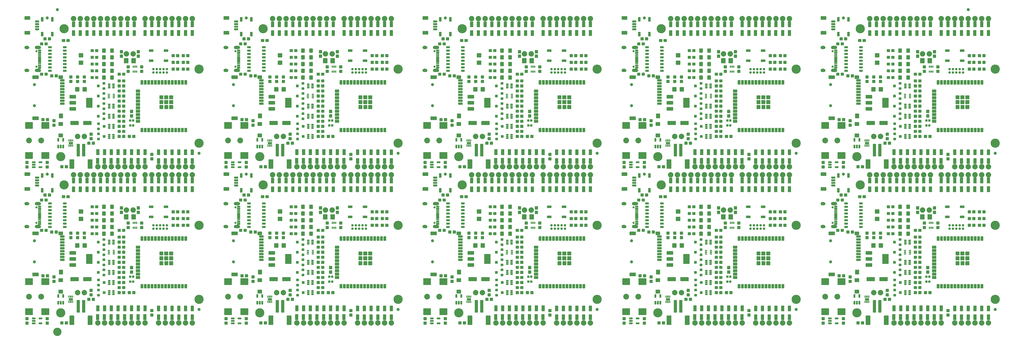
<source format=gts>
G04 EAGLE Gerber RS-274X export*
G75*
%MOMM*%
%FSLAX34Y34*%
%LPD*%
%INSoldermask Top*%
%IPPOS*%
%AMOC8*
5,1,8,0,0,1.08239X$1,22.5*%
G01*
%ADD10C,0.253525*%
%ADD11C,3.454400*%
%ADD12C,0.248381*%
%ADD13R,1.200000X2.200000*%
%ADD14C,0.253344*%
%ADD15C,0.255816*%
%ADD16C,0.802400*%
%ADD17C,2.032000*%
%ADD18C,0.939800*%
%ADD19C,0.246888*%
%ADD20C,0.243431*%
%ADD21C,0.252575*%
%ADD22C,0.252006*%
%ADD23C,1.152400*%
%ADD24C,0.255719*%
%ADD25C,0.256031*%
%ADD26C,0.255238*%
%ADD27C,2.184400*%
%ADD28C,0.258763*%
%ADD29C,0.254103*%
%ADD30C,0.257147*%
%ADD31C,0.252862*%
%ADD32C,0.245334*%
%ADD33R,0.440000X0.840000*%
%ADD34R,1.520000X0.940000*%
%ADD35C,1.270000*%
%ADD36C,1.652400*%

G36*
X60304Y959134D02*
X60304Y959134D01*
X60307Y959131D01*
X61429Y959286D01*
X61434Y959291D01*
X61438Y959288D01*
X62509Y959659D01*
X62513Y959665D01*
X62518Y959663D01*
X63495Y960236D01*
X63498Y960242D01*
X63503Y960241D01*
X64350Y960994D01*
X64352Y961001D01*
X64357Y961001D01*
X65041Y961904D01*
X65041Y961911D01*
X65046Y961912D01*
X65541Y962931D01*
X65539Y962938D01*
X65544Y962940D01*
X65831Y964037D01*
X65829Y964041D01*
X65831Y964042D01*
X65829Y964044D01*
X65832Y964046D01*
X65899Y965177D01*
X65897Y965181D01*
X65899Y965183D01*
X65832Y966314D01*
X65827Y966319D01*
X65831Y966323D01*
X65544Y967420D01*
X65538Y967424D01*
X65541Y967429D01*
X65046Y968448D01*
X65040Y968451D01*
X65041Y968456D01*
X64357Y969359D01*
X64350Y969361D01*
X64350Y969366D01*
X63503Y970119D01*
X63496Y970119D01*
X63495Y970124D01*
X62518Y970697D01*
X62511Y970696D01*
X62509Y970701D01*
X61438Y971072D01*
X61432Y971069D01*
X61429Y971074D01*
X60307Y971229D01*
X60302Y971226D01*
X60300Y971229D01*
X48300Y971229D01*
X48295Y971226D01*
X48292Y971229D01*
X47025Y971024D01*
X47019Y971018D01*
X47015Y971021D01*
X45825Y970539D01*
X45821Y970532D01*
X45815Y970534D01*
X44762Y969800D01*
X44760Y969792D01*
X44754Y969793D01*
X43891Y968843D01*
X43890Y968834D01*
X43885Y968834D01*
X43255Y967715D01*
X43256Y967707D01*
X43250Y967705D01*
X42885Y966475D01*
X42888Y966467D01*
X42883Y966464D01*
X42801Y965183D01*
X42804Y965179D01*
X42801Y965177D01*
X42883Y963896D01*
X42889Y963890D01*
X42885Y963885D01*
X43250Y962655D01*
X43257Y962650D01*
X43255Y962645D01*
X43885Y961526D01*
X43892Y961523D01*
X43891Y961517D01*
X44754Y960567D01*
X44762Y960566D01*
X44762Y960560D01*
X45815Y959826D01*
X45823Y959826D01*
X45825Y959821D01*
X47015Y959339D01*
X47022Y959341D01*
X47025Y959336D01*
X48292Y959131D01*
X48297Y959134D01*
X48300Y959131D01*
X60300Y959131D01*
X60304Y959134D01*
G37*
G36*
X2308204Y959134D02*
X2308204Y959134D01*
X2308207Y959131D01*
X2309329Y959286D01*
X2309334Y959291D01*
X2309338Y959288D01*
X2310409Y959659D01*
X2310413Y959665D01*
X2310418Y959663D01*
X2311395Y960236D01*
X2311398Y960242D01*
X2311403Y960241D01*
X2312250Y960994D01*
X2312252Y961001D01*
X2312257Y961001D01*
X2312941Y961904D01*
X2312941Y961911D01*
X2312946Y961912D01*
X2313441Y962931D01*
X2313439Y962938D01*
X2313444Y962940D01*
X2313731Y964037D01*
X2313729Y964041D01*
X2313731Y964042D01*
X2313729Y964044D01*
X2313732Y964046D01*
X2313799Y965177D01*
X2313797Y965181D01*
X2313799Y965183D01*
X2313732Y966314D01*
X2313727Y966319D01*
X2313731Y966323D01*
X2313444Y967420D01*
X2313438Y967424D01*
X2313441Y967429D01*
X2312946Y968448D01*
X2312940Y968451D01*
X2312941Y968456D01*
X2312257Y969359D01*
X2312250Y969361D01*
X2312250Y969366D01*
X2311403Y970119D01*
X2311396Y970119D01*
X2311395Y970124D01*
X2310418Y970697D01*
X2310411Y970696D01*
X2310409Y970701D01*
X2309338Y971072D01*
X2309332Y971069D01*
X2309329Y971074D01*
X2308207Y971229D01*
X2308202Y971226D01*
X2308200Y971229D01*
X2296200Y971229D01*
X2296195Y971226D01*
X2296192Y971229D01*
X2294925Y971024D01*
X2294919Y971018D01*
X2294915Y971021D01*
X2293725Y970539D01*
X2293721Y970532D01*
X2293715Y970534D01*
X2292662Y969800D01*
X2292660Y969792D01*
X2292654Y969793D01*
X2291791Y968843D01*
X2291790Y968834D01*
X2291785Y968834D01*
X2291155Y967715D01*
X2291156Y967707D01*
X2291150Y967705D01*
X2290785Y966475D01*
X2290788Y966467D01*
X2290783Y966464D01*
X2290701Y965183D01*
X2290704Y965179D01*
X2290701Y965177D01*
X2290783Y963896D01*
X2290789Y963890D01*
X2290785Y963885D01*
X2291150Y962655D01*
X2291157Y962650D01*
X2291155Y962645D01*
X2291785Y961526D01*
X2291792Y961523D01*
X2291791Y961517D01*
X2292654Y960567D01*
X2292662Y960566D01*
X2292662Y960560D01*
X2293715Y959826D01*
X2293723Y959826D01*
X2293725Y959821D01*
X2294915Y959339D01*
X2294922Y959341D01*
X2294925Y959336D01*
X2296192Y959131D01*
X2296197Y959134D01*
X2296200Y959131D01*
X2308200Y959131D01*
X2308204Y959134D01*
G37*
G36*
X1558904Y959134D02*
X1558904Y959134D01*
X1558907Y959131D01*
X1560029Y959286D01*
X1560034Y959291D01*
X1560038Y959288D01*
X1561109Y959659D01*
X1561113Y959665D01*
X1561118Y959663D01*
X1562095Y960236D01*
X1562098Y960242D01*
X1562103Y960241D01*
X1562950Y960994D01*
X1562952Y961001D01*
X1562957Y961001D01*
X1563641Y961904D01*
X1563641Y961911D01*
X1563646Y961912D01*
X1564141Y962931D01*
X1564139Y962938D01*
X1564144Y962940D01*
X1564431Y964037D01*
X1564429Y964041D01*
X1564431Y964042D01*
X1564429Y964044D01*
X1564432Y964046D01*
X1564499Y965177D01*
X1564497Y965181D01*
X1564499Y965183D01*
X1564432Y966314D01*
X1564427Y966319D01*
X1564431Y966323D01*
X1564144Y967420D01*
X1564138Y967424D01*
X1564141Y967429D01*
X1563646Y968448D01*
X1563640Y968451D01*
X1563641Y968456D01*
X1562957Y969359D01*
X1562950Y969361D01*
X1562950Y969366D01*
X1562103Y970119D01*
X1562096Y970119D01*
X1562095Y970124D01*
X1561118Y970697D01*
X1561111Y970696D01*
X1561109Y970701D01*
X1560038Y971072D01*
X1560032Y971069D01*
X1560029Y971074D01*
X1558907Y971229D01*
X1558902Y971226D01*
X1558900Y971229D01*
X1546900Y971229D01*
X1546895Y971226D01*
X1546892Y971229D01*
X1545625Y971024D01*
X1545619Y971018D01*
X1545615Y971021D01*
X1544425Y970539D01*
X1544421Y970532D01*
X1544415Y970534D01*
X1543362Y969800D01*
X1543360Y969792D01*
X1543354Y969793D01*
X1542491Y968843D01*
X1542490Y968834D01*
X1542485Y968834D01*
X1541855Y967715D01*
X1541856Y967707D01*
X1541850Y967705D01*
X1541485Y966475D01*
X1541488Y966467D01*
X1541483Y966464D01*
X1541401Y965183D01*
X1541404Y965179D01*
X1541401Y965177D01*
X1541483Y963896D01*
X1541489Y963890D01*
X1541485Y963885D01*
X1541850Y962655D01*
X1541857Y962650D01*
X1541855Y962645D01*
X1542485Y961526D01*
X1542492Y961523D01*
X1542491Y961517D01*
X1543354Y960567D01*
X1543362Y960566D01*
X1543362Y960560D01*
X1544415Y959826D01*
X1544423Y959826D01*
X1544425Y959821D01*
X1545615Y959339D01*
X1545622Y959341D01*
X1545625Y959336D01*
X1546892Y959131D01*
X1546897Y959134D01*
X1546900Y959131D01*
X1558900Y959131D01*
X1558904Y959134D01*
G37*
G36*
X3057504Y959134D02*
X3057504Y959134D01*
X3057507Y959131D01*
X3058629Y959286D01*
X3058634Y959291D01*
X3058638Y959288D01*
X3059709Y959659D01*
X3059713Y959665D01*
X3059718Y959663D01*
X3060695Y960236D01*
X3060698Y960242D01*
X3060703Y960241D01*
X3061550Y960994D01*
X3061552Y961001D01*
X3061557Y961001D01*
X3062241Y961904D01*
X3062241Y961911D01*
X3062246Y961912D01*
X3062741Y962931D01*
X3062739Y962938D01*
X3062744Y962940D01*
X3063031Y964037D01*
X3063029Y964041D01*
X3063031Y964042D01*
X3063029Y964044D01*
X3063032Y964046D01*
X3063099Y965177D01*
X3063097Y965181D01*
X3063099Y965183D01*
X3063032Y966314D01*
X3063027Y966319D01*
X3063031Y966323D01*
X3062744Y967420D01*
X3062738Y967424D01*
X3062741Y967429D01*
X3062246Y968448D01*
X3062240Y968451D01*
X3062241Y968456D01*
X3061557Y969359D01*
X3061550Y969361D01*
X3061550Y969366D01*
X3060703Y970119D01*
X3060696Y970119D01*
X3060695Y970124D01*
X3059718Y970697D01*
X3059711Y970696D01*
X3059709Y970701D01*
X3058638Y971072D01*
X3058632Y971069D01*
X3058629Y971074D01*
X3057507Y971229D01*
X3057502Y971226D01*
X3057500Y971229D01*
X3045500Y971229D01*
X3045495Y971226D01*
X3045492Y971229D01*
X3044225Y971024D01*
X3044219Y971018D01*
X3044215Y971021D01*
X3043025Y970539D01*
X3043021Y970532D01*
X3043015Y970534D01*
X3041962Y969800D01*
X3041960Y969792D01*
X3041954Y969793D01*
X3041091Y968843D01*
X3041090Y968834D01*
X3041085Y968834D01*
X3040455Y967715D01*
X3040456Y967707D01*
X3040450Y967705D01*
X3040085Y966475D01*
X3040088Y966467D01*
X3040083Y966464D01*
X3040001Y965183D01*
X3040004Y965179D01*
X3040001Y965177D01*
X3040083Y963896D01*
X3040089Y963890D01*
X3040085Y963885D01*
X3040450Y962655D01*
X3040457Y962650D01*
X3040455Y962645D01*
X3041085Y961526D01*
X3041092Y961523D01*
X3041091Y961517D01*
X3041954Y960567D01*
X3041962Y960566D01*
X3041962Y960560D01*
X3043015Y959826D01*
X3043023Y959826D01*
X3043025Y959821D01*
X3044215Y959339D01*
X3044222Y959341D01*
X3044225Y959336D01*
X3045492Y959131D01*
X3045497Y959134D01*
X3045500Y959131D01*
X3057500Y959131D01*
X3057504Y959134D01*
G37*
G36*
X809604Y959134D02*
X809604Y959134D01*
X809607Y959131D01*
X810729Y959286D01*
X810734Y959291D01*
X810738Y959288D01*
X811809Y959659D01*
X811813Y959665D01*
X811818Y959663D01*
X812795Y960236D01*
X812798Y960242D01*
X812803Y960241D01*
X813650Y960994D01*
X813652Y961001D01*
X813657Y961001D01*
X814341Y961904D01*
X814341Y961911D01*
X814346Y961912D01*
X814841Y962931D01*
X814839Y962938D01*
X814844Y962940D01*
X815131Y964037D01*
X815129Y964041D01*
X815131Y964042D01*
X815129Y964044D01*
X815132Y964046D01*
X815199Y965177D01*
X815197Y965181D01*
X815199Y965183D01*
X815132Y966314D01*
X815127Y966319D01*
X815131Y966323D01*
X814844Y967420D01*
X814838Y967424D01*
X814841Y967429D01*
X814346Y968448D01*
X814340Y968451D01*
X814341Y968456D01*
X813657Y969359D01*
X813650Y969361D01*
X813650Y969366D01*
X812803Y970119D01*
X812796Y970119D01*
X812795Y970124D01*
X811818Y970697D01*
X811811Y970696D01*
X811809Y970701D01*
X810738Y971072D01*
X810732Y971069D01*
X810729Y971074D01*
X809607Y971229D01*
X809602Y971226D01*
X809600Y971229D01*
X797600Y971229D01*
X797595Y971226D01*
X797592Y971229D01*
X796325Y971024D01*
X796319Y971018D01*
X796315Y971021D01*
X795125Y970539D01*
X795121Y970532D01*
X795115Y970534D01*
X794062Y969800D01*
X794060Y969792D01*
X794054Y969793D01*
X793191Y968843D01*
X793190Y968834D01*
X793185Y968834D01*
X792555Y967715D01*
X792556Y967707D01*
X792550Y967705D01*
X792185Y966475D01*
X792188Y966467D01*
X792183Y966464D01*
X792101Y965183D01*
X792104Y965179D01*
X792101Y965177D01*
X792183Y963896D01*
X792189Y963890D01*
X792185Y963885D01*
X792550Y962655D01*
X792557Y962650D01*
X792555Y962645D01*
X793185Y961526D01*
X793192Y961523D01*
X793191Y961517D01*
X794054Y960567D01*
X794062Y960566D01*
X794062Y960560D01*
X795115Y959826D01*
X795123Y959826D01*
X795125Y959821D01*
X796315Y959339D01*
X796322Y959341D01*
X796325Y959336D01*
X797592Y959131D01*
X797597Y959134D01*
X797600Y959131D01*
X809600Y959131D01*
X809604Y959134D01*
G37*
G36*
X3057504Y1045534D02*
X3057504Y1045534D01*
X3057507Y1045531D01*
X3058629Y1045686D01*
X3058634Y1045691D01*
X3058638Y1045688D01*
X3059709Y1046059D01*
X3059713Y1046065D01*
X3059718Y1046063D01*
X3060695Y1046636D01*
X3060698Y1046642D01*
X3060703Y1046641D01*
X3061550Y1047394D01*
X3061552Y1047401D01*
X3061557Y1047401D01*
X3062241Y1048304D01*
X3062241Y1048311D01*
X3062246Y1048312D01*
X3062741Y1049331D01*
X3062739Y1049338D01*
X3062744Y1049340D01*
X3063031Y1050437D01*
X3063029Y1050441D01*
X3063031Y1050442D01*
X3063029Y1050444D01*
X3063032Y1050446D01*
X3063099Y1051577D01*
X3063097Y1051581D01*
X3063099Y1051583D01*
X3063032Y1052714D01*
X3063027Y1052719D01*
X3063031Y1052723D01*
X3062744Y1053820D01*
X3062738Y1053824D01*
X3062741Y1053829D01*
X3062246Y1054848D01*
X3062240Y1054851D01*
X3062241Y1054856D01*
X3061557Y1055759D01*
X3061550Y1055761D01*
X3061550Y1055766D01*
X3060703Y1056519D01*
X3060696Y1056519D01*
X3060695Y1056524D01*
X3059718Y1057097D01*
X3059711Y1057096D01*
X3059709Y1057101D01*
X3058638Y1057472D01*
X3058632Y1057469D01*
X3058629Y1057474D01*
X3057507Y1057629D01*
X3057502Y1057626D01*
X3057500Y1057629D01*
X3045500Y1057629D01*
X3045495Y1057626D01*
X3045492Y1057629D01*
X3044225Y1057424D01*
X3044219Y1057418D01*
X3044215Y1057421D01*
X3043025Y1056939D01*
X3043021Y1056932D01*
X3043015Y1056934D01*
X3041962Y1056200D01*
X3041960Y1056192D01*
X3041954Y1056193D01*
X3041091Y1055243D01*
X3041090Y1055234D01*
X3041085Y1055234D01*
X3040455Y1054115D01*
X3040456Y1054107D01*
X3040450Y1054105D01*
X3040085Y1052875D01*
X3040088Y1052867D01*
X3040083Y1052864D01*
X3040001Y1051583D01*
X3040004Y1051579D01*
X3040001Y1051577D01*
X3040083Y1050296D01*
X3040089Y1050290D01*
X3040085Y1050285D01*
X3040450Y1049055D01*
X3040457Y1049050D01*
X3040455Y1049045D01*
X3041085Y1047926D01*
X3041092Y1047923D01*
X3041091Y1047917D01*
X3041954Y1046967D01*
X3041962Y1046966D01*
X3041962Y1046960D01*
X3043015Y1046226D01*
X3043023Y1046226D01*
X3043025Y1046221D01*
X3044215Y1045739D01*
X3044222Y1045741D01*
X3044225Y1045736D01*
X3045492Y1045531D01*
X3045497Y1045534D01*
X3045500Y1045531D01*
X3057500Y1045531D01*
X3057504Y1045534D01*
G37*
G36*
X1558904Y1045534D02*
X1558904Y1045534D01*
X1558907Y1045531D01*
X1560029Y1045686D01*
X1560034Y1045691D01*
X1560038Y1045688D01*
X1561109Y1046059D01*
X1561113Y1046065D01*
X1561118Y1046063D01*
X1562095Y1046636D01*
X1562098Y1046642D01*
X1562103Y1046641D01*
X1562950Y1047394D01*
X1562952Y1047401D01*
X1562957Y1047401D01*
X1563641Y1048304D01*
X1563641Y1048311D01*
X1563646Y1048312D01*
X1564141Y1049331D01*
X1564139Y1049338D01*
X1564144Y1049340D01*
X1564431Y1050437D01*
X1564429Y1050441D01*
X1564431Y1050442D01*
X1564429Y1050444D01*
X1564432Y1050446D01*
X1564499Y1051577D01*
X1564497Y1051581D01*
X1564499Y1051583D01*
X1564432Y1052714D01*
X1564427Y1052719D01*
X1564431Y1052723D01*
X1564144Y1053820D01*
X1564138Y1053824D01*
X1564141Y1053829D01*
X1563646Y1054848D01*
X1563640Y1054851D01*
X1563641Y1054856D01*
X1562957Y1055759D01*
X1562950Y1055761D01*
X1562950Y1055766D01*
X1562103Y1056519D01*
X1562096Y1056519D01*
X1562095Y1056524D01*
X1561118Y1057097D01*
X1561111Y1057096D01*
X1561109Y1057101D01*
X1560038Y1057472D01*
X1560032Y1057469D01*
X1560029Y1057474D01*
X1558907Y1057629D01*
X1558902Y1057626D01*
X1558900Y1057629D01*
X1546900Y1057629D01*
X1546895Y1057626D01*
X1546892Y1057629D01*
X1545625Y1057424D01*
X1545619Y1057418D01*
X1545615Y1057421D01*
X1544425Y1056939D01*
X1544421Y1056932D01*
X1544415Y1056934D01*
X1543362Y1056200D01*
X1543360Y1056192D01*
X1543354Y1056193D01*
X1542491Y1055243D01*
X1542490Y1055234D01*
X1542485Y1055234D01*
X1541855Y1054115D01*
X1541856Y1054107D01*
X1541850Y1054105D01*
X1541485Y1052875D01*
X1541488Y1052867D01*
X1541483Y1052864D01*
X1541401Y1051583D01*
X1541404Y1051579D01*
X1541401Y1051577D01*
X1541483Y1050296D01*
X1541489Y1050290D01*
X1541485Y1050285D01*
X1541850Y1049055D01*
X1541857Y1049050D01*
X1541855Y1049045D01*
X1542485Y1047926D01*
X1542492Y1047923D01*
X1542491Y1047917D01*
X1543354Y1046967D01*
X1543362Y1046966D01*
X1543362Y1046960D01*
X1544415Y1046226D01*
X1544423Y1046226D01*
X1544425Y1046221D01*
X1545615Y1045739D01*
X1545622Y1045741D01*
X1545625Y1045736D01*
X1546892Y1045531D01*
X1546897Y1045534D01*
X1546900Y1045531D01*
X1558900Y1045531D01*
X1558904Y1045534D01*
G37*
G36*
X809604Y1045534D02*
X809604Y1045534D01*
X809607Y1045531D01*
X810729Y1045686D01*
X810734Y1045691D01*
X810738Y1045688D01*
X811809Y1046059D01*
X811813Y1046065D01*
X811818Y1046063D01*
X812795Y1046636D01*
X812798Y1046642D01*
X812803Y1046641D01*
X813650Y1047394D01*
X813652Y1047401D01*
X813657Y1047401D01*
X814341Y1048304D01*
X814341Y1048311D01*
X814346Y1048312D01*
X814841Y1049331D01*
X814839Y1049338D01*
X814844Y1049340D01*
X815131Y1050437D01*
X815129Y1050441D01*
X815131Y1050442D01*
X815129Y1050444D01*
X815132Y1050446D01*
X815199Y1051577D01*
X815197Y1051581D01*
X815199Y1051583D01*
X815132Y1052714D01*
X815127Y1052719D01*
X815131Y1052723D01*
X814844Y1053820D01*
X814838Y1053824D01*
X814841Y1053829D01*
X814346Y1054848D01*
X814340Y1054851D01*
X814341Y1054856D01*
X813657Y1055759D01*
X813650Y1055761D01*
X813650Y1055766D01*
X812803Y1056519D01*
X812796Y1056519D01*
X812795Y1056524D01*
X811818Y1057097D01*
X811811Y1057096D01*
X811809Y1057101D01*
X810738Y1057472D01*
X810732Y1057469D01*
X810729Y1057474D01*
X809607Y1057629D01*
X809602Y1057626D01*
X809600Y1057629D01*
X797600Y1057629D01*
X797595Y1057626D01*
X797592Y1057629D01*
X796325Y1057424D01*
X796319Y1057418D01*
X796315Y1057421D01*
X795125Y1056939D01*
X795121Y1056932D01*
X795115Y1056934D01*
X794062Y1056200D01*
X794060Y1056192D01*
X794054Y1056193D01*
X793191Y1055243D01*
X793190Y1055234D01*
X793185Y1055234D01*
X792555Y1054115D01*
X792556Y1054107D01*
X792550Y1054105D01*
X792185Y1052875D01*
X792188Y1052867D01*
X792183Y1052864D01*
X792101Y1051583D01*
X792104Y1051579D01*
X792101Y1051577D01*
X792183Y1050296D01*
X792189Y1050290D01*
X792185Y1050285D01*
X792550Y1049055D01*
X792557Y1049050D01*
X792555Y1049045D01*
X793185Y1047926D01*
X793192Y1047923D01*
X793191Y1047917D01*
X794054Y1046967D01*
X794062Y1046966D01*
X794062Y1046960D01*
X795115Y1046226D01*
X795123Y1046226D01*
X795125Y1046221D01*
X796315Y1045739D01*
X796322Y1045741D01*
X796325Y1045736D01*
X797592Y1045531D01*
X797597Y1045534D01*
X797600Y1045531D01*
X809600Y1045531D01*
X809604Y1045534D01*
G37*
G36*
X60304Y1045534D02*
X60304Y1045534D01*
X60307Y1045531D01*
X61429Y1045686D01*
X61434Y1045691D01*
X61438Y1045688D01*
X62509Y1046059D01*
X62513Y1046065D01*
X62518Y1046063D01*
X63495Y1046636D01*
X63498Y1046642D01*
X63503Y1046641D01*
X64350Y1047394D01*
X64352Y1047401D01*
X64357Y1047401D01*
X65041Y1048304D01*
X65041Y1048311D01*
X65046Y1048312D01*
X65541Y1049331D01*
X65539Y1049338D01*
X65544Y1049340D01*
X65831Y1050437D01*
X65829Y1050441D01*
X65831Y1050442D01*
X65829Y1050444D01*
X65832Y1050446D01*
X65899Y1051577D01*
X65897Y1051581D01*
X65899Y1051583D01*
X65832Y1052714D01*
X65827Y1052719D01*
X65831Y1052723D01*
X65544Y1053820D01*
X65538Y1053824D01*
X65541Y1053829D01*
X65046Y1054848D01*
X65040Y1054851D01*
X65041Y1054856D01*
X64357Y1055759D01*
X64350Y1055761D01*
X64350Y1055766D01*
X63503Y1056519D01*
X63496Y1056519D01*
X63495Y1056524D01*
X62518Y1057097D01*
X62511Y1057096D01*
X62509Y1057101D01*
X61438Y1057472D01*
X61432Y1057469D01*
X61429Y1057474D01*
X60307Y1057629D01*
X60302Y1057626D01*
X60300Y1057629D01*
X48300Y1057629D01*
X48295Y1057626D01*
X48292Y1057629D01*
X47025Y1057424D01*
X47019Y1057418D01*
X47015Y1057421D01*
X45825Y1056939D01*
X45821Y1056932D01*
X45815Y1056934D01*
X44762Y1056200D01*
X44760Y1056192D01*
X44754Y1056193D01*
X43891Y1055243D01*
X43890Y1055234D01*
X43885Y1055234D01*
X43255Y1054115D01*
X43256Y1054107D01*
X43250Y1054105D01*
X42885Y1052875D01*
X42888Y1052867D01*
X42883Y1052864D01*
X42801Y1051583D01*
X42804Y1051579D01*
X42801Y1051577D01*
X42883Y1050296D01*
X42889Y1050290D01*
X42885Y1050285D01*
X43250Y1049055D01*
X43257Y1049050D01*
X43255Y1049045D01*
X43885Y1047926D01*
X43892Y1047923D01*
X43891Y1047917D01*
X44754Y1046967D01*
X44762Y1046966D01*
X44762Y1046960D01*
X45815Y1046226D01*
X45823Y1046226D01*
X45825Y1046221D01*
X47015Y1045739D01*
X47022Y1045741D01*
X47025Y1045736D01*
X48292Y1045531D01*
X48297Y1045534D01*
X48300Y1045531D01*
X60300Y1045531D01*
X60304Y1045534D01*
G37*
G36*
X2308204Y1045534D02*
X2308204Y1045534D01*
X2308207Y1045531D01*
X2309329Y1045686D01*
X2309334Y1045691D01*
X2309338Y1045688D01*
X2310409Y1046059D01*
X2310413Y1046065D01*
X2310418Y1046063D01*
X2311395Y1046636D01*
X2311398Y1046642D01*
X2311403Y1046641D01*
X2312250Y1047394D01*
X2312252Y1047401D01*
X2312257Y1047401D01*
X2312941Y1048304D01*
X2312941Y1048311D01*
X2312946Y1048312D01*
X2313441Y1049331D01*
X2313439Y1049338D01*
X2313444Y1049340D01*
X2313731Y1050437D01*
X2313729Y1050441D01*
X2313731Y1050442D01*
X2313729Y1050444D01*
X2313732Y1050446D01*
X2313799Y1051577D01*
X2313797Y1051581D01*
X2313799Y1051583D01*
X2313732Y1052714D01*
X2313727Y1052719D01*
X2313731Y1052723D01*
X2313444Y1053820D01*
X2313438Y1053824D01*
X2313441Y1053829D01*
X2312946Y1054848D01*
X2312940Y1054851D01*
X2312941Y1054856D01*
X2312257Y1055759D01*
X2312250Y1055761D01*
X2312250Y1055766D01*
X2311403Y1056519D01*
X2311396Y1056519D01*
X2311395Y1056524D01*
X2310418Y1057097D01*
X2310411Y1057096D01*
X2310409Y1057101D01*
X2309338Y1057472D01*
X2309332Y1057469D01*
X2309329Y1057474D01*
X2308207Y1057629D01*
X2308202Y1057626D01*
X2308200Y1057629D01*
X2296200Y1057629D01*
X2296195Y1057626D01*
X2296192Y1057629D01*
X2294925Y1057424D01*
X2294919Y1057418D01*
X2294915Y1057421D01*
X2293725Y1056939D01*
X2293721Y1056932D01*
X2293715Y1056934D01*
X2292662Y1056200D01*
X2292660Y1056192D01*
X2292654Y1056193D01*
X2291791Y1055243D01*
X2291790Y1055234D01*
X2291785Y1055234D01*
X2291155Y1054115D01*
X2291156Y1054107D01*
X2291150Y1054105D01*
X2290785Y1052875D01*
X2290788Y1052867D01*
X2290783Y1052864D01*
X2290701Y1051583D01*
X2290704Y1051579D01*
X2290701Y1051577D01*
X2290783Y1050296D01*
X2290789Y1050290D01*
X2290785Y1050285D01*
X2291150Y1049055D01*
X2291157Y1049050D01*
X2291155Y1049045D01*
X2291785Y1047926D01*
X2291792Y1047923D01*
X2291791Y1047917D01*
X2292654Y1046967D01*
X2292662Y1046966D01*
X2292662Y1046960D01*
X2293715Y1046226D01*
X2293723Y1046226D01*
X2293725Y1046221D01*
X2294915Y1045739D01*
X2294922Y1045741D01*
X2294925Y1045736D01*
X2296192Y1045531D01*
X2296197Y1045534D01*
X2296200Y1045531D01*
X2308200Y1045531D01*
X2308204Y1045534D01*
G37*
G36*
X60304Y456254D02*
X60304Y456254D01*
X60307Y456251D01*
X61429Y456406D01*
X61434Y456411D01*
X61438Y456408D01*
X62509Y456779D01*
X62513Y456785D01*
X62518Y456783D01*
X63495Y457356D01*
X63498Y457362D01*
X63503Y457361D01*
X64350Y458114D01*
X64352Y458121D01*
X64357Y458121D01*
X65041Y459024D01*
X65041Y459031D01*
X65046Y459032D01*
X65541Y460051D01*
X65539Y460058D01*
X65544Y460060D01*
X65831Y461157D01*
X65829Y461161D01*
X65831Y461162D01*
X65829Y461164D01*
X65832Y461166D01*
X65899Y462297D01*
X65897Y462301D01*
X65899Y462303D01*
X65832Y463434D01*
X65827Y463439D01*
X65831Y463443D01*
X65544Y464540D01*
X65538Y464544D01*
X65541Y464549D01*
X65046Y465568D01*
X65040Y465571D01*
X65041Y465576D01*
X64357Y466479D01*
X64350Y466481D01*
X64350Y466486D01*
X63503Y467239D01*
X63496Y467239D01*
X63495Y467244D01*
X62518Y467817D01*
X62511Y467816D01*
X62509Y467821D01*
X61438Y468192D01*
X61432Y468189D01*
X61429Y468194D01*
X60307Y468349D01*
X60302Y468346D01*
X60300Y468349D01*
X48300Y468349D01*
X48295Y468346D01*
X48292Y468349D01*
X47025Y468144D01*
X47019Y468138D01*
X47015Y468141D01*
X45825Y467659D01*
X45821Y467652D01*
X45815Y467654D01*
X44762Y466920D01*
X44760Y466912D01*
X44754Y466913D01*
X43891Y465963D01*
X43890Y465954D01*
X43885Y465954D01*
X43255Y464835D01*
X43256Y464827D01*
X43250Y464825D01*
X42885Y463595D01*
X42888Y463587D01*
X42883Y463584D01*
X42801Y462303D01*
X42804Y462299D01*
X42801Y462297D01*
X42883Y461016D01*
X42889Y461010D01*
X42885Y461005D01*
X43250Y459775D01*
X43257Y459770D01*
X43255Y459765D01*
X43885Y458646D01*
X43892Y458643D01*
X43891Y458637D01*
X44754Y457687D01*
X44762Y457686D01*
X44762Y457680D01*
X45815Y456946D01*
X45823Y456946D01*
X45825Y456941D01*
X47015Y456459D01*
X47022Y456461D01*
X47025Y456456D01*
X48292Y456251D01*
X48297Y456254D01*
X48300Y456251D01*
X60300Y456251D01*
X60304Y456254D01*
G37*
G36*
X809604Y456254D02*
X809604Y456254D01*
X809607Y456251D01*
X810729Y456406D01*
X810734Y456411D01*
X810738Y456408D01*
X811809Y456779D01*
X811813Y456785D01*
X811818Y456783D01*
X812795Y457356D01*
X812798Y457362D01*
X812803Y457361D01*
X813650Y458114D01*
X813652Y458121D01*
X813657Y458121D01*
X814341Y459024D01*
X814341Y459031D01*
X814346Y459032D01*
X814841Y460051D01*
X814839Y460058D01*
X814844Y460060D01*
X815131Y461157D01*
X815129Y461161D01*
X815131Y461162D01*
X815129Y461164D01*
X815132Y461166D01*
X815199Y462297D01*
X815197Y462301D01*
X815199Y462303D01*
X815132Y463434D01*
X815127Y463439D01*
X815131Y463443D01*
X814844Y464540D01*
X814838Y464544D01*
X814841Y464549D01*
X814346Y465568D01*
X814340Y465571D01*
X814341Y465576D01*
X813657Y466479D01*
X813650Y466481D01*
X813650Y466486D01*
X812803Y467239D01*
X812796Y467239D01*
X812795Y467244D01*
X811818Y467817D01*
X811811Y467816D01*
X811809Y467821D01*
X810738Y468192D01*
X810732Y468189D01*
X810729Y468194D01*
X809607Y468349D01*
X809602Y468346D01*
X809600Y468349D01*
X797600Y468349D01*
X797595Y468346D01*
X797592Y468349D01*
X796325Y468144D01*
X796319Y468138D01*
X796315Y468141D01*
X795125Y467659D01*
X795121Y467652D01*
X795115Y467654D01*
X794062Y466920D01*
X794060Y466912D01*
X794054Y466913D01*
X793191Y465963D01*
X793190Y465954D01*
X793185Y465954D01*
X792555Y464835D01*
X792556Y464827D01*
X792550Y464825D01*
X792185Y463595D01*
X792188Y463587D01*
X792183Y463584D01*
X792101Y462303D01*
X792104Y462299D01*
X792101Y462297D01*
X792183Y461016D01*
X792189Y461010D01*
X792185Y461005D01*
X792550Y459775D01*
X792557Y459770D01*
X792555Y459765D01*
X793185Y458646D01*
X793192Y458643D01*
X793191Y458637D01*
X794054Y457687D01*
X794062Y457686D01*
X794062Y457680D01*
X795115Y456946D01*
X795123Y456946D01*
X795125Y456941D01*
X796315Y456459D01*
X796322Y456461D01*
X796325Y456456D01*
X797592Y456251D01*
X797597Y456254D01*
X797600Y456251D01*
X809600Y456251D01*
X809604Y456254D01*
G37*
G36*
X1558904Y456254D02*
X1558904Y456254D01*
X1558907Y456251D01*
X1560029Y456406D01*
X1560034Y456411D01*
X1560038Y456408D01*
X1561109Y456779D01*
X1561113Y456785D01*
X1561118Y456783D01*
X1562095Y457356D01*
X1562098Y457362D01*
X1562103Y457361D01*
X1562950Y458114D01*
X1562952Y458121D01*
X1562957Y458121D01*
X1563641Y459024D01*
X1563641Y459031D01*
X1563646Y459032D01*
X1564141Y460051D01*
X1564139Y460058D01*
X1564144Y460060D01*
X1564431Y461157D01*
X1564429Y461161D01*
X1564431Y461162D01*
X1564429Y461164D01*
X1564432Y461166D01*
X1564499Y462297D01*
X1564497Y462301D01*
X1564499Y462303D01*
X1564432Y463434D01*
X1564427Y463439D01*
X1564431Y463443D01*
X1564144Y464540D01*
X1564138Y464544D01*
X1564141Y464549D01*
X1563646Y465568D01*
X1563640Y465571D01*
X1563641Y465576D01*
X1562957Y466479D01*
X1562950Y466481D01*
X1562950Y466486D01*
X1562103Y467239D01*
X1562096Y467239D01*
X1562095Y467244D01*
X1561118Y467817D01*
X1561111Y467816D01*
X1561109Y467821D01*
X1560038Y468192D01*
X1560032Y468189D01*
X1560029Y468194D01*
X1558907Y468349D01*
X1558902Y468346D01*
X1558900Y468349D01*
X1546900Y468349D01*
X1546895Y468346D01*
X1546892Y468349D01*
X1545625Y468144D01*
X1545619Y468138D01*
X1545615Y468141D01*
X1544425Y467659D01*
X1544421Y467652D01*
X1544415Y467654D01*
X1543362Y466920D01*
X1543360Y466912D01*
X1543354Y466913D01*
X1542491Y465963D01*
X1542490Y465954D01*
X1542485Y465954D01*
X1541855Y464835D01*
X1541856Y464827D01*
X1541850Y464825D01*
X1541485Y463595D01*
X1541488Y463587D01*
X1541483Y463584D01*
X1541401Y462303D01*
X1541404Y462299D01*
X1541401Y462297D01*
X1541483Y461016D01*
X1541489Y461010D01*
X1541485Y461005D01*
X1541850Y459775D01*
X1541857Y459770D01*
X1541855Y459765D01*
X1542485Y458646D01*
X1542492Y458643D01*
X1542491Y458637D01*
X1543354Y457687D01*
X1543362Y457686D01*
X1543362Y457680D01*
X1544415Y456946D01*
X1544423Y456946D01*
X1544425Y456941D01*
X1545615Y456459D01*
X1545622Y456461D01*
X1545625Y456456D01*
X1546892Y456251D01*
X1546897Y456254D01*
X1546900Y456251D01*
X1558900Y456251D01*
X1558904Y456254D01*
G37*
G36*
X3057504Y456254D02*
X3057504Y456254D01*
X3057507Y456251D01*
X3058629Y456406D01*
X3058634Y456411D01*
X3058638Y456408D01*
X3059709Y456779D01*
X3059713Y456785D01*
X3059718Y456783D01*
X3060695Y457356D01*
X3060698Y457362D01*
X3060703Y457361D01*
X3061550Y458114D01*
X3061552Y458121D01*
X3061557Y458121D01*
X3062241Y459024D01*
X3062241Y459031D01*
X3062246Y459032D01*
X3062741Y460051D01*
X3062739Y460058D01*
X3062744Y460060D01*
X3063031Y461157D01*
X3063029Y461161D01*
X3063031Y461162D01*
X3063029Y461164D01*
X3063032Y461166D01*
X3063099Y462297D01*
X3063097Y462301D01*
X3063099Y462303D01*
X3063032Y463434D01*
X3063027Y463439D01*
X3063031Y463443D01*
X3062744Y464540D01*
X3062738Y464544D01*
X3062741Y464549D01*
X3062246Y465568D01*
X3062240Y465571D01*
X3062241Y465576D01*
X3061557Y466479D01*
X3061550Y466481D01*
X3061550Y466486D01*
X3060703Y467239D01*
X3060696Y467239D01*
X3060695Y467244D01*
X3059718Y467817D01*
X3059711Y467816D01*
X3059709Y467821D01*
X3058638Y468192D01*
X3058632Y468189D01*
X3058629Y468194D01*
X3057507Y468349D01*
X3057502Y468346D01*
X3057500Y468349D01*
X3045500Y468349D01*
X3045495Y468346D01*
X3045492Y468349D01*
X3044225Y468144D01*
X3044219Y468138D01*
X3044215Y468141D01*
X3043025Y467659D01*
X3043021Y467652D01*
X3043015Y467654D01*
X3041962Y466920D01*
X3041960Y466912D01*
X3041954Y466913D01*
X3041091Y465963D01*
X3041090Y465954D01*
X3041085Y465954D01*
X3040455Y464835D01*
X3040456Y464827D01*
X3040450Y464825D01*
X3040085Y463595D01*
X3040088Y463587D01*
X3040083Y463584D01*
X3040001Y462303D01*
X3040004Y462299D01*
X3040001Y462297D01*
X3040083Y461016D01*
X3040089Y461010D01*
X3040085Y461005D01*
X3040450Y459775D01*
X3040457Y459770D01*
X3040455Y459765D01*
X3041085Y458646D01*
X3041092Y458643D01*
X3041091Y458637D01*
X3041954Y457687D01*
X3041962Y457686D01*
X3041962Y457680D01*
X3043015Y456946D01*
X3043023Y456946D01*
X3043025Y456941D01*
X3044215Y456459D01*
X3044222Y456461D01*
X3044225Y456456D01*
X3045492Y456251D01*
X3045497Y456254D01*
X3045500Y456251D01*
X3057500Y456251D01*
X3057504Y456254D01*
G37*
G36*
X2308204Y456254D02*
X2308204Y456254D01*
X2308207Y456251D01*
X2309329Y456406D01*
X2309334Y456411D01*
X2309338Y456408D01*
X2310409Y456779D01*
X2310413Y456785D01*
X2310418Y456783D01*
X2311395Y457356D01*
X2311398Y457362D01*
X2311403Y457361D01*
X2312250Y458114D01*
X2312252Y458121D01*
X2312257Y458121D01*
X2312941Y459024D01*
X2312941Y459031D01*
X2312946Y459032D01*
X2313441Y460051D01*
X2313439Y460058D01*
X2313444Y460060D01*
X2313731Y461157D01*
X2313729Y461161D01*
X2313731Y461162D01*
X2313729Y461164D01*
X2313732Y461166D01*
X2313799Y462297D01*
X2313797Y462301D01*
X2313799Y462303D01*
X2313732Y463434D01*
X2313727Y463439D01*
X2313731Y463443D01*
X2313444Y464540D01*
X2313438Y464544D01*
X2313441Y464549D01*
X2312946Y465568D01*
X2312940Y465571D01*
X2312941Y465576D01*
X2312257Y466479D01*
X2312250Y466481D01*
X2312250Y466486D01*
X2311403Y467239D01*
X2311396Y467239D01*
X2311395Y467244D01*
X2310418Y467817D01*
X2310411Y467816D01*
X2310409Y467821D01*
X2309338Y468192D01*
X2309332Y468189D01*
X2309329Y468194D01*
X2308207Y468349D01*
X2308202Y468346D01*
X2308200Y468349D01*
X2296200Y468349D01*
X2296195Y468346D01*
X2296192Y468349D01*
X2294925Y468144D01*
X2294919Y468138D01*
X2294915Y468141D01*
X2293725Y467659D01*
X2293721Y467652D01*
X2293715Y467654D01*
X2292662Y466920D01*
X2292660Y466912D01*
X2292654Y466913D01*
X2291791Y465963D01*
X2291790Y465954D01*
X2291785Y465954D01*
X2291155Y464835D01*
X2291156Y464827D01*
X2291150Y464825D01*
X2290785Y463595D01*
X2290788Y463587D01*
X2290783Y463584D01*
X2290701Y462303D01*
X2290704Y462299D01*
X2290701Y462297D01*
X2290783Y461016D01*
X2290789Y461010D01*
X2290785Y461005D01*
X2291150Y459775D01*
X2291157Y459770D01*
X2291155Y459765D01*
X2291785Y458646D01*
X2291792Y458643D01*
X2291791Y458637D01*
X2292654Y457687D01*
X2292662Y457686D01*
X2292662Y457680D01*
X2293715Y456946D01*
X2293723Y456946D01*
X2293725Y456941D01*
X2294915Y456459D01*
X2294922Y456461D01*
X2294925Y456456D01*
X2296192Y456251D01*
X2296197Y456254D01*
X2296200Y456251D01*
X2308200Y456251D01*
X2308204Y456254D01*
G37*
G36*
X1558904Y369854D02*
X1558904Y369854D01*
X1558907Y369851D01*
X1560029Y370006D01*
X1560034Y370011D01*
X1560038Y370008D01*
X1561109Y370379D01*
X1561113Y370385D01*
X1561118Y370383D01*
X1562095Y370956D01*
X1562098Y370962D01*
X1562103Y370961D01*
X1562950Y371714D01*
X1562952Y371721D01*
X1562957Y371721D01*
X1563641Y372624D01*
X1563641Y372631D01*
X1563646Y372632D01*
X1564141Y373651D01*
X1564139Y373658D01*
X1564144Y373660D01*
X1564431Y374757D01*
X1564429Y374761D01*
X1564431Y374762D01*
X1564429Y374764D01*
X1564432Y374766D01*
X1564499Y375897D01*
X1564497Y375901D01*
X1564499Y375903D01*
X1564432Y377034D01*
X1564427Y377039D01*
X1564431Y377043D01*
X1564144Y378140D01*
X1564138Y378144D01*
X1564141Y378149D01*
X1563646Y379168D01*
X1563640Y379171D01*
X1563641Y379176D01*
X1562957Y380079D01*
X1562950Y380081D01*
X1562950Y380086D01*
X1562103Y380839D01*
X1562096Y380839D01*
X1562095Y380844D01*
X1561118Y381417D01*
X1561111Y381416D01*
X1561109Y381421D01*
X1560038Y381792D01*
X1560032Y381789D01*
X1560029Y381794D01*
X1558907Y381949D01*
X1558902Y381946D01*
X1558900Y381949D01*
X1546900Y381949D01*
X1546895Y381946D01*
X1546892Y381949D01*
X1545625Y381744D01*
X1545619Y381738D01*
X1545615Y381741D01*
X1544425Y381259D01*
X1544421Y381252D01*
X1544415Y381254D01*
X1543362Y380520D01*
X1543360Y380512D01*
X1543354Y380513D01*
X1542491Y379563D01*
X1542490Y379554D01*
X1542485Y379554D01*
X1541855Y378435D01*
X1541856Y378427D01*
X1541850Y378425D01*
X1541485Y377195D01*
X1541488Y377187D01*
X1541483Y377184D01*
X1541401Y375903D01*
X1541404Y375899D01*
X1541401Y375897D01*
X1541483Y374616D01*
X1541489Y374610D01*
X1541485Y374605D01*
X1541850Y373375D01*
X1541857Y373370D01*
X1541855Y373365D01*
X1542485Y372246D01*
X1542492Y372243D01*
X1542491Y372237D01*
X1543354Y371287D01*
X1543362Y371286D01*
X1543362Y371280D01*
X1544415Y370546D01*
X1544423Y370546D01*
X1544425Y370541D01*
X1545615Y370059D01*
X1545622Y370061D01*
X1545625Y370056D01*
X1546892Y369851D01*
X1546897Y369854D01*
X1546900Y369851D01*
X1558900Y369851D01*
X1558904Y369854D01*
G37*
G36*
X3057504Y369854D02*
X3057504Y369854D01*
X3057507Y369851D01*
X3058629Y370006D01*
X3058634Y370011D01*
X3058638Y370008D01*
X3059709Y370379D01*
X3059713Y370385D01*
X3059718Y370383D01*
X3060695Y370956D01*
X3060698Y370962D01*
X3060703Y370961D01*
X3061550Y371714D01*
X3061552Y371721D01*
X3061557Y371721D01*
X3062241Y372624D01*
X3062241Y372631D01*
X3062246Y372632D01*
X3062741Y373651D01*
X3062739Y373658D01*
X3062744Y373660D01*
X3063031Y374757D01*
X3063029Y374761D01*
X3063031Y374762D01*
X3063029Y374764D01*
X3063032Y374766D01*
X3063099Y375897D01*
X3063097Y375901D01*
X3063099Y375903D01*
X3063032Y377034D01*
X3063027Y377039D01*
X3063031Y377043D01*
X3062744Y378140D01*
X3062738Y378144D01*
X3062741Y378149D01*
X3062246Y379168D01*
X3062240Y379171D01*
X3062241Y379176D01*
X3061557Y380079D01*
X3061550Y380081D01*
X3061550Y380086D01*
X3060703Y380839D01*
X3060696Y380839D01*
X3060695Y380844D01*
X3059718Y381417D01*
X3059711Y381416D01*
X3059709Y381421D01*
X3058638Y381792D01*
X3058632Y381789D01*
X3058629Y381794D01*
X3057507Y381949D01*
X3057502Y381946D01*
X3057500Y381949D01*
X3045500Y381949D01*
X3045495Y381946D01*
X3045492Y381949D01*
X3044225Y381744D01*
X3044219Y381738D01*
X3044215Y381741D01*
X3043025Y381259D01*
X3043021Y381252D01*
X3043015Y381254D01*
X3041962Y380520D01*
X3041960Y380512D01*
X3041954Y380513D01*
X3041091Y379563D01*
X3041090Y379554D01*
X3041085Y379554D01*
X3040455Y378435D01*
X3040456Y378427D01*
X3040450Y378425D01*
X3040085Y377195D01*
X3040088Y377187D01*
X3040083Y377184D01*
X3040001Y375903D01*
X3040004Y375899D01*
X3040001Y375897D01*
X3040083Y374616D01*
X3040089Y374610D01*
X3040085Y374605D01*
X3040450Y373375D01*
X3040457Y373370D01*
X3040455Y373365D01*
X3041085Y372246D01*
X3041092Y372243D01*
X3041091Y372237D01*
X3041954Y371287D01*
X3041962Y371286D01*
X3041962Y371280D01*
X3043015Y370546D01*
X3043023Y370546D01*
X3043025Y370541D01*
X3044215Y370059D01*
X3044222Y370061D01*
X3044225Y370056D01*
X3045492Y369851D01*
X3045497Y369854D01*
X3045500Y369851D01*
X3057500Y369851D01*
X3057504Y369854D01*
G37*
G36*
X809604Y369854D02*
X809604Y369854D01*
X809607Y369851D01*
X810729Y370006D01*
X810734Y370011D01*
X810738Y370008D01*
X811809Y370379D01*
X811813Y370385D01*
X811818Y370383D01*
X812795Y370956D01*
X812798Y370962D01*
X812803Y370961D01*
X813650Y371714D01*
X813652Y371721D01*
X813657Y371721D01*
X814341Y372624D01*
X814341Y372631D01*
X814346Y372632D01*
X814841Y373651D01*
X814839Y373658D01*
X814844Y373660D01*
X815131Y374757D01*
X815129Y374761D01*
X815131Y374762D01*
X815129Y374764D01*
X815132Y374766D01*
X815199Y375897D01*
X815197Y375901D01*
X815199Y375903D01*
X815132Y377034D01*
X815127Y377039D01*
X815131Y377043D01*
X814844Y378140D01*
X814838Y378144D01*
X814841Y378149D01*
X814346Y379168D01*
X814340Y379171D01*
X814341Y379176D01*
X813657Y380079D01*
X813650Y380081D01*
X813650Y380086D01*
X812803Y380839D01*
X812796Y380839D01*
X812795Y380844D01*
X811818Y381417D01*
X811811Y381416D01*
X811809Y381421D01*
X810738Y381792D01*
X810732Y381789D01*
X810729Y381794D01*
X809607Y381949D01*
X809602Y381946D01*
X809600Y381949D01*
X797600Y381949D01*
X797595Y381946D01*
X797592Y381949D01*
X796325Y381744D01*
X796319Y381738D01*
X796315Y381741D01*
X795125Y381259D01*
X795121Y381252D01*
X795115Y381254D01*
X794062Y380520D01*
X794060Y380512D01*
X794054Y380513D01*
X793191Y379563D01*
X793190Y379554D01*
X793185Y379554D01*
X792555Y378435D01*
X792556Y378427D01*
X792550Y378425D01*
X792185Y377195D01*
X792188Y377187D01*
X792183Y377184D01*
X792101Y375903D01*
X792104Y375899D01*
X792101Y375897D01*
X792183Y374616D01*
X792189Y374610D01*
X792185Y374605D01*
X792550Y373375D01*
X792557Y373370D01*
X792555Y373365D01*
X793185Y372246D01*
X793192Y372243D01*
X793191Y372237D01*
X794054Y371287D01*
X794062Y371286D01*
X794062Y371280D01*
X795115Y370546D01*
X795123Y370546D01*
X795125Y370541D01*
X796315Y370059D01*
X796322Y370061D01*
X796325Y370056D01*
X797592Y369851D01*
X797597Y369854D01*
X797600Y369851D01*
X809600Y369851D01*
X809604Y369854D01*
G37*
G36*
X2308204Y369854D02*
X2308204Y369854D01*
X2308207Y369851D01*
X2309329Y370006D01*
X2309334Y370011D01*
X2309338Y370008D01*
X2310409Y370379D01*
X2310413Y370385D01*
X2310418Y370383D01*
X2311395Y370956D01*
X2311398Y370962D01*
X2311403Y370961D01*
X2312250Y371714D01*
X2312252Y371721D01*
X2312257Y371721D01*
X2312941Y372624D01*
X2312941Y372631D01*
X2312946Y372632D01*
X2313441Y373651D01*
X2313439Y373658D01*
X2313444Y373660D01*
X2313731Y374757D01*
X2313729Y374761D01*
X2313731Y374762D01*
X2313729Y374764D01*
X2313732Y374766D01*
X2313799Y375897D01*
X2313797Y375901D01*
X2313799Y375903D01*
X2313732Y377034D01*
X2313727Y377039D01*
X2313731Y377043D01*
X2313444Y378140D01*
X2313438Y378144D01*
X2313441Y378149D01*
X2312946Y379168D01*
X2312940Y379171D01*
X2312941Y379176D01*
X2312257Y380079D01*
X2312250Y380081D01*
X2312250Y380086D01*
X2311403Y380839D01*
X2311396Y380839D01*
X2311395Y380844D01*
X2310418Y381417D01*
X2310411Y381416D01*
X2310409Y381421D01*
X2309338Y381792D01*
X2309332Y381789D01*
X2309329Y381794D01*
X2308207Y381949D01*
X2308202Y381946D01*
X2308200Y381949D01*
X2296200Y381949D01*
X2296195Y381946D01*
X2296192Y381949D01*
X2294925Y381744D01*
X2294919Y381738D01*
X2294915Y381741D01*
X2293725Y381259D01*
X2293721Y381252D01*
X2293715Y381254D01*
X2292662Y380520D01*
X2292660Y380512D01*
X2292654Y380513D01*
X2291791Y379563D01*
X2291790Y379554D01*
X2291785Y379554D01*
X2291155Y378435D01*
X2291156Y378427D01*
X2291150Y378425D01*
X2290785Y377195D01*
X2290788Y377187D01*
X2290783Y377184D01*
X2290701Y375903D01*
X2290704Y375899D01*
X2290701Y375897D01*
X2290783Y374616D01*
X2290789Y374610D01*
X2290785Y374605D01*
X2291150Y373375D01*
X2291157Y373370D01*
X2291155Y373365D01*
X2291785Y372246D01*
X2291792Y372243D01*
X2291791Y372237D01*
X2292654Y371287D01*
X2292662Y371286D01*
X2292662Y371280D01*
X2293715Y370546D01*
X2293723Y370546D01*
X2293725Y370541D01*
X2294915Y370059D01*
X2294922Y370061D01*
X2294925Y370056D01*
X2296192Y369851D01*
X2296197Y369854D01*
X2296200Y369851D01*
X2308200Y369851D01*
X2308204Y369854D01*
G37*
G36*
X60304Y369854D02*
X60304Y369854D01*
X60307Y369851D01*
X61429Y370006D01*
X61434Y370011D01*
X61438Y370008D01*
X62509Y370379D01*
X62513Y370385D01*
X62518Y370383D01*
X63495Y370956D01*
X63498Y370962D01*
X63503Y370961D01*
X64350Y371714D01*
X64352Y371721D01*
X64357Y371721D01*
X65041Y372624D01*
X65041Y372631D01*
X65046Y372632D01*
X65541Y373651D01*
X65539Y373658D01*
X65544Y373660D01*
X65831Y374757D01*
X65829Y374761D01*
X65831Y374762D01*
X65829Y374764D01*
X65832Y374766D01*
X65899Y375897D01*
X65897Y375901D01*
X65899Y375903D01*
X65832Y377034D01*
X65827Y377039D01*
X65831Y377043D01*
X65544Y378140D01*
X65538Y378144D01*
X65541Y378149D01*
X65046Y379168D01*
X65040Y379171D01*
X65041Y379176D01*
X64357Y380079D01*
X64350Y380081D01*
X64350Y380086D01*
X63503Y380839D01*
X63496Y380839D01*
X63495Y380844D01*
X62518Y381417D01*
X62511Y381416D01*
X62509Y381421D01*
X61438Y381792D01*
X61432Y381789D01*
X61429Y381794D01*
X60307Y381949D01*
X60302Y381946D01*
X60300Y381949D01*
X48300Y381949D01*
X48295Y381946D01*
X48292Y381949D01*
X47025Y381744D01*
X47019Y381738D01*
X47015Y381741D01*
X45825Y381259D01*
X45821Y381252D01*
X45815Y381254D01*
X44762Y380520D01*
X44760Y380512D01*
X44754Y380513D01*
X43891Y379563D01*
X43890Y379554D01*
X43885Y379554D01*
X43255Y378435D01*
X43256Y378427D01*
X43250Y378425D01*
X42885Y377195D01*
X42888Y377187D01*
X42883Y377184D01*
X42801Y375903D01*
X42804Y375899D01*
X42801Y375897D01*
X42883Y374616D01*
X42889Y374610D01*
X42885Y374605D01*
X43250Y373375D01*
X43257Y373370D01*
X43255Y373365D01*
X43885Y372246D01*
X43892Y372243D01*
X43891Y372237D01*
X44754Y371287D01*
X44762Y371286D01*
X44762Y371280D01*
X45815Y370546D01*
X45823Y370546D01*
X45825Y370541D01*
X47015Y370059D01*
X47022Y370061D01*
X47025Y370056D01*
X48292Y369851D01*
X48297Y369854D01*
X48300Y369851D01*
X60300Y369851D01*
X60304Y369854D01*
G37*
G36*
X3012703Y959133D02*
X3012703Y959133D01*
X3012705Y959131D01*
X3013881Y959242D01*
X3013886Y959247D01*
X3013890Y959244D01*
X3015022Y959582D01*
X3015026Y959588D01*
X3015031Y959586D01*
X3016075Y960138D01*
X3016078Y960145D01*
X3016083Y960143D01*
X3016999Y960889D01*
X3017000Y960896D01*
X3017006Y960896D01*
X3017759Y961806D01*
X3017759Y961813D01*
X3017764Y961814D01*
X3018325Y962853D01*
X3018324Y962858D01*
X3018328Y962860D01*
X3018327Y962861D01*
X3018329Y962862D01*
X3018676Y963991D01*
X3018676Y963992D01*
X3018677Y963993D01*
X3018674Y963997D01*
X3018678Y964000D01*
X3018799Y965175D01*
X3018795Y965182D01*
X3018799Y965186D01*
X3018642Y966526D01*
X3018637Y966532D01*
X3018640Y966537D01*
X3018189Y967808D01*
X3018182Y967813D01*
X3018184Y967818D01*
X3017462Y968957D01*
X3017454Y968960D01*
X3017455Y968966D01*
X3016497Y969916D01*
X3016489Y969917D01*
X3016488Y969923D01*
X3015343Y970636D01*
X3015335Y970635D01*
X3015333Y970641D01*
X3014057Y971081D01*
X3014050Y971079D01*
X3014047Y971083D01*
X3012705Y971229D01*
X3012702Y971227D01*
X3012700Y971229D01*
X3006700Y971229D01*
X3006697Y971227D01*
X3006694Y971229D01*
X3005365Y971074D01*
X3005359Y971068D01*
X3005355Y971071D01*
X3004094Y970624D01*
X3004089Y970617D01*
X3004084Y970619D01*
X3002954Y969902D01*
X3002951Y969895D01*
X3002945Y969896D01*
X3002003Y968946D01*
X3002002Y968937D01*
X3001996Y968937D01*
X3001289Y967801D01*
X3001290Y967793D01*
X3001284Y967791D01*
X3000848Y966526D01*
X3000850Y966518D01*
X3000845Y966516D01*
X3000701Y965185D01*
X3000705Y965179D01*
X3000701Y965175D01*
X3000811Y964009D01*
X3000816Y964004D01*
X3000813Y964000D01*
X3001148Y962877D01*
X3001154Y962873D01*
X3001152Y962869D01*
X3001700Y961833D01*
X3001706Y961830D01*
X3001705Y961825D01*
X3002444Y960917D01*
X3002451Y960915D01*
X3002451Y960910D01*
X3003353Y960163D01*
X3003361Y960163D01*
X3003361Y960158D01*
X3004392Y959601D01*
X3004399Y959602D01*
X3004401Y959597D01*
X3005520Y959253D01*
X3005527Y959255D01*
X3005530Y959251D01*
X3006695Y959131D01*
X3006698Y959133D01*
X3006700Y959131D01*
X3012700Y959131D01*
X3012703Y959133D01*
G37*
G36*
X1514103Y959133D02*
X1514103Y959133D01*
X1514105Y959131D01*
X1515281Y959242D01*
X1515286Y959247D01*
X1515290Y959244D01*
X1516422Y959582D01*
X1516426Y959588D01*
X1516431Y959586D01*
X1517475Y960138D01*
X1517478Y960145D01*
X1517483Y960143D01*
X1518399Y960889D01*
X1518400Y960896D01*
X1518406Y960896D01*
X1519159Y961806D01*
X1519159Y961813D01*
X1519164Y961814D01*
X1519725Y962853D01*
X1519724Y962858D01*
X1519728Y962860D01*
X1519727Y962861D01*
X1519729Y962862D01*
X1520076Y963991D01*
X1520076Y963992D01*
X1520077Y963993D01*
X1520074Y963997D01*
X1520078Y964000D01*
X1520199Y965175D01*
X1520195Y965182D01*
X1520199Y965186D01*
X1520042Y966526D01*
X1520037Y966532D01*
X1520040Y966537D01*
X1519589Y967808D01*
X1519582Y967813D01*
X1519584Y967818D01*
X1518862Y968957D01*
X1518854Y968960D01*
X1518855Y968966D01*
X1517897Y969916D01*
X1517889Y969917D01*
X1517888Y969923D01*
X1516743Y970636D01*
X1516735Y970635D01*
X1516733Y970641D01*
X1515457Y971081D01*
X1515450Y971079D01*
X1515447Y971083D01*
X1514105Y971229D01*
X1514102Y971227D01*
X1514100Y971229D01*
X1508100Y971229D01*
X1508097Y971227D01*
X1508094Y971229D01*
X1506765Y971074D01*
X1506759Y971068D01*
X1506755Y971071D01*
X1505494Y970624D01*
X1505489Y970617D01*
X1505484Y970619D01*
X1504354Y969902D01*
X1504351Y969895D01*
X1504345Y969896D01*
X1503403Y968946D01*
X1503402Y968937D01*
X1503396Y968937D01*
X1502689Y967801D01*
X1502690Y967793D01*
X1502684Y967791D01*
X1502248Y966526D01*
X1502250Y966518D01*
X1502245Y966516D01*
X1502101Y965185D01*
X1502105Y965179D01*
X1502101Y965175D01*
X1502211Y964009D01*
X1502216Y964004D01*
X1502213Y964000D01*
X1502548Y962877D01*
X1502554Y962873D01*
X1502552Y962869D01*
X1503100Y961833D01*
X1503106Y961830D01*
X1503105Y961825D01*
X1503844Y960917D01*
X1503851Y960915D01*
X1503851Y960910D01*
X1504753Y960163D01*
X1504761Y960163D01*
X1504761Y960158D01*
X1505792Y959601D01*
X1505799Y959602D01*
X1505801Y959597D01*
X1506920Y959253D01*
X1506927Y959255D01*
X1506930Y959251D01*
X1508095Y959131D01*
X1508098Y959133D01*
X1508100Y959131D01*
X1514100Y959131D01*
X1514103Y959133D01*
G37*
G36*
X15503Y959133D02*
X15503Y959133D01*
X15505Y959131D01*
X16681Y959242D01*
X16686Y959247D01*
X16690Y959244D01*
X17822Y959582D01*
X17826Y959588D01*
X17831Y959586D01*
X18875Y960138D01*
X18878Y960145D01*
X18883Y960143D01*
X19799Y960889D01*
X19800Y960896D01*
X19806Y960896D01*
X20559Y961806D01*
X20559Y961813D01*
X20564Y961814D01*
X21125Y962853D01*
X21124Y962858D01*
X21128Y962860D01*
X21127Y962861D01*
X21129Y962862D01*
X21476Y963991D01*
X21476Y963992D01*
X21477Y963993D01*
X21474Y963997D01*
X21478Y964000D01*
X21599Y965175D01*
X21595Y965182D01*
X21599Y965186D01*
X21442Y966526D01*
X21437Y966532D01*
X21440Y966537D01*
X20989Y967808D01*
X20982Y967813D01*
X20984Y967818D01*
X20262Y968957D01*
X20254Y968960D01*
X20255Y968966D01*
X19297Y969916D01*
X19289Y969917D01*
X19288Y969923D01*
X18143Y970636D01*
X18135Y970635D01*
X18133Y970641D01*
X16857Y971081D01*
X16850Y971079D01*
X16847Y971083D01*
X15505Y971229D01*
X15502Y971227D01*
X15500Y971229D01*
X9500Y971229D01*
X9497Y971227D01*
X9494Y971229D01*
X8165Y971074D01*
X8159Y971068D01*
X8155Y971071D01*
X6894Y970624D01*
X6889Y970617D01*
X6884Y970619D01*
X5754Y969902D01*
X5751Y969895D01*
X5745Y969896D01*
X4803Y968946D01*
X4802Y968937D01*
X4796Y968937D01*
X4089Y967801D01*
X4090Y967793D01*
X4084Y967791D01*
X3648Y966526D01*
X3650Y966518D01*
X3645Y966516D01*
X3501Y965185D01*
X3505Y965179D01*
X3501Y965175D01*
X3611Y964009D01*
X3616Y964004D01*
X3613Y964000D01*
X3948Y962877D01*
X3954Y962873D01*
X3952Y962869D01*
X4500Y961833D01*
X4506Y961830D01*
X4505Y961825D01*
X5244Y960917D01*
X5251Y960915D01*
X5251Y960910D01*
X6153Y960163D01*
X6161Y960163D01*
X6161Y960158D01*
X7192Y959601D01*
X7199Y959602D01*
X7201Y959597D01*
X8320Y959253D01*
X8327Y959255D01*
X8330Y959251D01*
X9495Y959131D01*
X9498Y959133D01*
X9500Y959131D01*
X15500Y959131D01*
X15503Y959133D01*
G37*
G36*
X764803Y959133D02*
X764803Y959133D01*
X764805Y959131D01*
X765981Y959242D01*
X765986Y959247D01*
X765990Y959244D01*
X767122Y959582D01*
X767126Y959588D01*
X767131Y959586D01*
X768175Y960138D01*
X768178Y960145D01*
X768183Y960143D01*
X769099Y960889D01*
X769100Y960896D01*
X769106Y960896D01*
X769859Y961806D01*
X769859Y961813D01*
X769864Y961814D01*
X770425Y962853D01*
X770424Y962858D01*
X770428Y962860D01*
X770427Y962861D01*
X770429Y962862D01*
X770776Y963991D01*
X770776Y963992D01*
X770777Y963993D01*
X770774Y963997D01*
X770778Y964000D01*
X770899Y965175D01*
X770895Y965182D01*
X770899Y965186D01*
X770742Y966526D01*
X770737Y966532D01*
X770740Y966537D01*
X770289Y967808D01*
X770282Y967813D01*
X770284Y967818D01*
X769562Y968957D01*
X769554Y968960D01*
X769555Y968966D01*
X768597Y969916D01*
X768589Y969917D01*
X768588Y969923D01*
X767443Y970636D01*
X767435Y970635D01*
X767433Y970641D01*
X766157Y971081D01*
X766150Y971079D01*
X766147Y971083D01*
X764805Y971229D01*
X764802Y971227D01*
X764800Y971229D01*
X758800Y971229D01*
X758797Y971227D01*
X758794Y971229D01*
X757465Y971074D01*
X757459Y971068D01*
X757455Y971071D01*
X756194Y970624D01*
X756189Y970617D01*
X756184Y970619D01*
X755054Y969902D01*
X755051Y969895D01*
X755045Y969896D01*
X754103Y968946D01*
X754102Y968937D01*
X754096Y968937D01*
X753389Y967801D01*
X753390Y967793D01*
X753384Y967791D01*
X752948Y966526D01*
X752950Y966518D01*
X752945Y966516D01*
X752801Y965185D01*
X752805Y965179D01*
X752801Y965175D01*
X752911Y964009D01*
X752916Y964004D01*
X752913Y964000D01*
X753248Y962877D01*
X753254Y962873D01*
X753252Y962869D01*
X753800Y961833D01*
X753806Y961830D01*
X753805Y961825D01*
X754544Y960917D01*
X754551Y960915D01*
X754551Y960910D01*
X755453Y960163D01*
X755461Y960163D01*
X755461Y960158D01*
X756492Y959601D01*
X756499Y959602D01*
X756501Y959597D01*
X757620Y959253D01*
X757627Y959255D01*
X757630Y959251D01*
X758795Y959131D01*
X758798Y959133D01*
X758800Y959131D01*
X764800Y959131D01*
X764803Y959133D01*
G37*
G36*
X2263403Y959133D02*
X2263403Y959133D01*
X2263405Y959131D01*
X2264581Y959242D01*
X2264586Y959247D01*
X2264590Y959244D01*
X2265722Y959582D01*
X2265726Y959588D01*
X2265731Y959586D01*
X2266775Y960138D01*
X2266778Y960145D01*
X2266783Y960143D01*
X2267699Y960889D01*
X2267700Y960896D01*
X2267706Y960896D01*
X2268459Y961806D01*
X2268459Y961813D01*
X2268464Y961814D01*
X2269025Y962853D01*
X2269024Y962858D01*
X2269028Y962860D01*
X2269027Y962861D01*
X2269029Y962862D01*
X2269376Y963991D01*
X2269376Y963992D01*
X2269377Y963993D01*
X2269374Y963997D01*
X2269378Y964000D01*
X2269499Y965175D01*
X2269495Y965182D01*
X2269499Y965186D01*
X2269342Y966526D01*
X2269337Y966532D01*
X2269340Y966537D01*
X2268889Y967808D01*
X2268882Y967813D01*
X2268884Y967818D01*
X2268162Y968957D01*
X2268154Y968960D01*
X2268155Y968966D01*
X2267197Y969916D01*
X2267189Y969917D01*
X2267188Y969923D01*
X2266043Y970636D01*
X2266035Y970635D01*
X2266033Y970641D01*
X2264757Y971081D01*
X2264750Y971079D01*
X2264747Y971083D01*
X2263405Y971229D01*
X2263402Y971227D01*
X2263400Y971229D01*
X2257400Y971229D01*
X2257397Y971227D01*
X2257394Y971229D01*
X2256065Y971074D01*
X2256059Y971068D01*
X2256055Y971071D01*
X2254794Y970624D01*
X2254789Y970617D01*
X2254784Y970619D01*
X2253654Y969902D01*
X2253651Y969895D01*
X2253645Y969896D01*
X2252703Y968946D01*
X2252702Y968937D01*
X2252696Y968937D01*
X2251989Y967801D01*
X2251990Y967793D01*
X2251984Y967791D01*
X2251548Y966526D01*
X2251550Y966518D01*
X2251545Y966516D01*
X2251401Y965185D01*
X2251405Y965179D01*
X2251401Y965175D01*
X2251511Y964009D01*
X2251516Y964004D01*
X2251513Y964000D01*
X2251848Y962877D01*
X2251854Y962873D01*
X2251852Y962869D01*
X2252400Y961833D01*
X2252406Y961830D01*
X2252405Y961825D01*
X2253144Y960917D01*
X2253151Y960915D01*
X2253151Y960910D01*
X2254053Y960163D01*
X2254061Y960163D01*
X2254061Y960158D01*
X2255092Y959601D01*
X2255099Y959602D01*
X2255101Y959597D01*
X2256220Y959253D01*
X2256227Y959255D01*
X2256230Y959251D01*
X2257395Y959131D01*
X2257398Y959133D01*
X2257400Y959131D01*
X2263400Y959131D01*
X2263403Y959133D01*
G37*
G36*
X15503Y456253D02*
X15503Y456253D01*
X15505Y456251D01*
X16681Y456362D01*
X16686Y456367D01*
X16690Y456364D01*
X17822Y456702D01*
X17826Y456708D01*
X17831Y456706D01*
X18875Y457258D01*
X18878Y457265D01*
X18883Y457263D01*
X19799Y458009D01*
X19800Y458016D01*
X19806Y458016D01*
X20559Y458926D01*
X20559Y458933D01*
X20564Y458934D01*
X21125Y459973D01*
X21124Y459978D01*
X21128Y459980D01*
X21127Y459981D01*
X21129Y459982D01*
X21476Y461111D01*
X21476Y461112D01*
X21477Y461113D01*
X21474Y461117D01*
X21478Y461120D01*
X21599Y462295D01*
X21595Y462302D01*
X21599Y462306D01*
X21442Y463646D01*
X21437Y463652D01*
X21440Y463657D01*
X20989Y464928D01*
X20982Y464933D01*
X20984Y464938D01*
X20262Y466077D01*
X20254Y466080D01*
X20255Y466086D01*
X19297Y467036D01*
X19289Y467037D01*
X19288Y467043D01*
X18143Y467756D01*
X18135Y467755D01*
X18133Y467761D01*
X16857Y468201D01*
X16850Y468199D01*
X16847Y468203D01*
X15505Y468349D01*
X15502Y468347D01*
X15500Y468349D01*
X9500Y468349D01*
X9497Y468347D01*
X9494Y468349D01*
X8165Y468194D01*
X8159Y468188D01*
X8155Y468191D01*
X6894Y467744D01*
X6889Y467737D01*
X6884Y467739D01*
X5754Y467022D01*
X5751Y467015D01*
X5745Y467016D01*
X4803Y466066D01*
X4802Y466057D01*
X4796Y466057D01*
X4089Y464921D01*
X4090Y464913D01*
X4084Y464911D01*
X3648Y463646D01*
X3650Y463638D01*
X3645Y463636D01*
X3501Y462305D01*
X3505Y462299D01*
X3501Y462295D01*
X3611Y461129D01*
X3616Y461124D01*
X3613Y461120D01*
X3948Y459997D01*
X3954Y459993D01*
X3952Y459989D01*
X4500Y458953D01*
X4506Y458950D01*
X4505Y458945D01*
X5244Y458037D01*
X5251Y458035D01*
X5251Y458030D01*
X6153Y457283D01*
X6161Y457283D01*
X6161Y457278D01*
X7192Y456721D01*
X7199Y456722D01*
X7201Y456717D01*
X8320Y456373D01*
X8327Y456375D01*
X8330Y456371D01*
X9495Y456251D01*
X9498Y456253D01*
X9500Y456251D01*
X15500Y456251D01*
X15503Y456253D01*
G37*
G36*
X2263403Y1045533D02*
X2263403Y1045533D01*
X2263405Y1045531D01*
X2264581Y1045642D01*
X2264586Y1045647D01*
X2264590Y1045644D01*
X2265722Y1045982D01*
X2265726Y1045988D01*
X2265731Y1045986D01*
X2266775Y1046538D01*
X2266778Y1046545D01*
X2266783Y1046543D01*
X2267699Y1047289D01*
X2267700Y1047296D01*
X2267706Y1047296D01*
X2268459Y1048206D01*
X2268459Y1048213D01*
X2268464Y1048214D01*
X2269025Y1049253D01*
X2269024Y1049258D01*
X2269028Y1049260D01*
X2269027Y1049261D01*
X2269029Y1049262D01*
X2269376Y1050391D01*
X2269376Y1050392D01*
X2269377Y1050393D01*
X2269374Y1050397D01*
X2269378Y1050400D01*
X2269499Y1051575D01*
X2269495Y1051582D01*
X2269499Y1051586D01*
X2269342Y1052926D01*
X2269337Y1052932D01*
X2269340Y1052937D01*
X2268889Y1054208D01*
X2268882Y1054213D01*
X2268884Y1054218D01*
X2268162Y1055357D01*
X2268154Y1055360D01*
X2268155Y1055366D01*
X2267197Y1056316D01*
X2267189Y1056317D01*
X2267188Y1056323D01*
X2266043Y1057036D01*
X2266035Y1057035D01*
X2266033Y1057041D01*
X2264757Y1057481D01*
X2264750Y1057479D01*
X2264747Y1057483D01*
X2263405Y1057629D01*
X2263402Y1057627D01*
X2263400Y1057629D01*
X2257400Y1057629D01*
X2257397Y1057627D01*
X2257394Y1057629D01*
X2256065Y1057474D01*
X2256059Y1057468D01*
X2256055Y1057471D01*
X2254794Y1057024D01*
X2254789Y1057017D01*
X2254784Y1057019D01*
X2253654Y1056302D01*
X2253651Y1056295D01*
X2253645Y1056296D01*
X2252703Y1055346D01*
X2252702Y1055337D01*
X2252696Y1055337D01*
X2251989Y1054201D01*
X2251990Y1054193D01*
X2251984Y1054191D01*
X2251548Y1052926D01*
X2251550Y1052918D01*
X2251545Y1052916D01*
X2251401Y1051585D01*
X2251405Y1051579D01*
X2251401Y1051575D01*
X2251511Y1050409D01*
X2251516Y1050404D01*
X2251513Y1050400D01*
X2251848Y1049277D01*
X2251854Y1049273D01*
X2251852Y1049269D01*
X2252400Y1048233D01*
X2252406Y1048230D01*
X2252405Y1048225D01*
X2253144Y1047317D01*
X2253151Y1047315D01*
X2253151Y1047310D01*
X2254053Y1046563D01*
X2254061Y1046563D01*
X2254061Y1046558D01*
X2255092Y1046001D01*
X2255099Y1046002D01*
X2255101Y1045997D01*
X2256220Y1045653D01*
X2256227Y1045655D01*
X2256230Y1045651D01*
X2257395Y1045531D01*
X2257398Y1045533D01*
X2257400Y1045531D01*
X2263400Y1045531D01*
X2263403Y1045533D01*
G37*
G36*
X3012703Y1045533D02*
X3012703Y1045533D01*
X3012705Y1045531D01*
X3013881Y1045642D01*
X3013886Y1045647D01*
X3013890Y1045644D01*
X3015022Y1045982D01*
X3015026Y1045988D01*
X3015031Y1045986D01*
X3016075Y1046538D01*
X3016078Y1046545D01*
X3016083Y1046543D01*
X3016999Y1047289D01*
X3017000Y1047296D01*
X3017006Y1047296D01*
X3017759Y1048206D01*
X3017759Y1048213D01*
X3017764Y1048214D01*
X3018325Y1049253D01*
X3018324Y1049258D01*
X3018328Y1049260D01*
X3018327Y1049261D01*
X3018329Y1049262D01*
X3018676Y1050391D01*
X3018676Y1050392D01*
X3018677Y1050393D01*
X3018674Y1050397D01*
X3018678Y1050400D01*
X3018799Y1051575D01*
X3018795Y1051582D01*
X3018799Y1051586D01*
X3018642Y1052926D01*
X3018637Y1052932D01*
X3018640Y1052937D01*
X3018189Y1054208D01*
X3018182Y1054213D01*
X3018184Y1054218D01*
X3017462Y1055357D01*
X3017454Y1055360D01*
X3017455Y1055366D01*
X3016497Y1056316D01*
X3016489Y1056317D01*
X3016488Y1056323D01*
X3015343Y1057036D01*
X3015335Y1057035D01*
X3015333Y1057041D01*
X3014057Y1057481D01*
X3014050Y1057479D01*
X3014047Y1057483D01*
X3012705Y1057629D01*
X3012702Y1057627D01*
X3012700Y1057629D01*
X3006700Y1057629D01*
X3006697Y1057627D01*
X3006694Y1057629D01*
X3005365Y1057474D01*
X3005359Y1057468D01*
X3005355Y1057471D01*
X3004094Y1057024D01*
X3004089Y1057017D01*
X3004084Y1057019D01*
X3002954Y1056302D01*
X3002951Y1056295D01*
X3002945Y1056296D01*
X3002003Y1055346D01*
X3002002Y1055337D01*
X3001996Y1055337D01*
X3001289Y1054201D01*
X3001290Y1054193D01*
X3001284Y1054191D01*
X3000848Y1052926D01*
X3000850Y1052918D01*
X3000845Y1052916D01*
X3000701Y1051585D01*
X3000705Y1051579D01*
X3000701Y1051575D01*
X3000811Y1050409D01*
X3000816Y1050404D01*
X3000813Y1050400D01*
X3001148Y1049277D01*
X3001154Y1049273D01*
X3001152Y1049269D01*
X3001700Y1048233D01*
X3001706Y1048230D01*
X3001705Y1048225D01*
X3002444Y1047317D01*
X3002451Y1047315D01*
X3002451Y1047310D01*
X3003353Y1046563D01*
X3003361Y1046563D01*
X3003361Y1046558D01*
X3004392Y1046001D01*
X3004399Y1046002D01*
X3004401Y1045997D01*
X3005520Y1045653D01*
X3005527Y1045655D01*
X3005530Y1045651D01*
X3006695Y1045531D01*
X3006698Y1045533D01*
X3006700Y1045531D01*
X3012700Y1045531D01*
X3012703Y1045533D01*
G37*
G36*
X3012703Y456253D02*
X3012703Y456253D01*
X3012705Y456251D01*
X3013881Y456362D01*
X3013886Y456367D01*
X3013890Y456364D01*
X3015022Y456702D01*
X3015026Y456708D01*
X3015031Y456706D01*
X3016075Y457258D01*
X3016078Y457265D01*
X3016083Y457263D01*
X3016999Y458009D01*
X3017000Y458016D01*
X3017006Y458016D01*
X3017759Y458926D01*
X3017759Y458933D01*
X3017764Y458934D01*
X3018325Y459973D01*
X3018324Y459978D01*
X3018328Y459980D01*
X3018327Y459981D01*
X3018329Y459982D01*
X3018676Y461111D01*
X3018676Y461112D01*
X3018677Y461113D01*
X3018674Y461117D01*
X3018678Y461120D01*
X3018799Y462295D01*
X3018795Y462302D01*
X3018799Y462306D01*
X3018642Y463646D01*
X3018637Y463652D01*
X3018640Y463657D01*
X3018189Y464928D01*
X3018182Y464933D01*
X3018184Y464938D01*
X3017462Y466077D01*
X3017454Y466080D01*
X3017455Y466086D01*
X3016497Y467036D01*
X3016489Y467037D01*
X3016488Y467043D01*
X3015343Y467756D01*
X3015335Y467755D01*
X3015333Y467761D01*
X3014057Y468201D01*
X3014050Y468199D01*
X3014047Y468203D01*
X3012705Y468349D01*
X3012702Y468347D01*
X3012700Y468349D01*
X3006700Y468349D01*
X3006697Y468347D01*
X3006694Y468349D01*
X3005365Y468194D01*
X3005359Y468188D01*
X3005355Y468191D01*
X3004094Y467744D01*
X3004089Y467737D01*
X3004084Y467739D01*
X3002954Y467022D01*
X3002951Y467015D01*
X3002945Y467016D01*
X3002003Y466066D01*
X3002002Y466057D01*
X3001996Y466057D01*
X3001289Y464921D01*
X3001290Y464913D01*
X3001284Y464911D01*
X3000848Y463646D01*
X3000850Y463638D01*
X3000845Y463636D01*
X3000701Y462305D01*
X3000705Y462299D01*
X3000701Y462295D01*
X3000811Y461129D01*
X3000816Y461124D01*
X3000813Y461120D01*
X3001148Y459997D01*
X3001154Y459993D01*
X3001152Y459989D01*
X3001700Y458953D01*
X3001706Y458950D01*
X3001705Y458945D01*
X3002444Y458037D01*
X3002451Y458035D01*
X3002451Y458030D01*
X3003353Y457283D01*
X3003361Y457283D01*
X3003361Y457278D01*
X3004392Y456721D01*
X3004399Y456722D01*
X3004401Y456717D01*
X3005520Y456373D01*
X3005527Y456375D01*
X3005530Y456371D01*
X3006695Y456251D01*
X3006698Y456253D01*
X3006700Y456251D01*
X3012700Y456251D01*
X3012703Y456253D01*
G37*
G36*
X15503Y1045533D02*
X15503Y1045533D01*
X15505Y1045531D01*
X16681Y1045642D01*
X16686Y1045647D01*
X16690Y1045644D01*
X17822Y1045982D01*
X17826Y1045988D01*
X17831Y1045986D01*
X18875Y1046538D01*
X18878Y1046545D01*
X18883Y1046543D01*
X19799Y1047289D01*
X19800Y1047296D01*
X19806Y1047296D01*
X20559Y1048206D01*
X20559Y1048213D01*
X20564Y1048214D01*
X21125Y1049253D01*
X21124Y1049258D01*
X21128Y1049260D01*
X21127Y1049261D01*
X21129Y1049262D01*
X21476Y1050391D01*
X21476Y1050392D01*
X21477Y1050393D01*
X21474Y1050397D01*
X21478Y1050400D01*
X21599Y1051575D01*
X21595Y1051582D01*
X21599Y1051586D01*
X21442Y1052926D01*
X21437Y1052932D01*
X21440Y1052937D01*
X20989Y1054208D01*
X20982Y1054213D01*
X20984Y1054218D01*
X20262Y1055357D01*
X20254Y1055360D01*
X20255Y1055366D01*
X19297Y1056316D01*
X19289Y1056317D01*
X19288Y1056323D01*
X18143Y1057036D01*
X18135Y1057035D01*
X18133Y1057041D01*
X16857Y1057481D01*
X16850Y1057479D01*
X16847Y1057483D01*
X15505Y1057629D01*
X15502Y1057627D01*
X15500Y1057629D01*
X9500Y1057629D01*
X9497Y1057627D01*
X9494Y1057629D01*
X8165Y1057474D01*
X8159Y1057468D01*
X8155Y1057471D01*
X6894Y1057024D01*
X6889Y1057017D01*
X6884Y1057019D01*
X5754Y1056302D01*
X5751Y1056295D01*
X5745Y1056296D01*
X4803Y1055346D01*
X4802Y1055337D01*
X4796Y1055337D01*
X4089Y1054201D01*
X4090Y1054193D01*
X4084Y1054191D01*
X3648Y1052926D01*
X3650Y1052918D01*
X3645Y1052916D01*
X3501Y1051585D01*
X3505Y1051579D01*
X3501Y1051575D01*
X3611Y1050409D01*
X3616Y1050404D01*
X3613Y1050400D01*
X3948Y1049277D01*
X3954Y1049273D01*
X3952Y1049269D01*
X4500Y1048233D01*
X4506Y1048230D01*
X4505Y1048225D01*
X5244Y1047317D01*
X5251Y1047315D01*
X5251Y1047310D01*
X6153Y1046563D01*
X6161Y1046563D01*
X6161Y1046558D01*
X7192Y1046001D01*
X7199Y1046002D01*
X7201Y1045997D01*
X8320Y1045653D01*
X8327Y1045655D01*
X8330Y1045651D01*
X9495Y1045531D01*
X9498Y1045533D01*
X9500Y1045531D01*
X15500Y1045531D01*
X15503Y1045533D01*
G37*
G36*
X1514103Y456253D02*
X1514103Y456253D01*
X1514105Y456251D01*
X1515281Y456362D01*
X1515286Y456367D01*
X1515290Y456364D01*
X1516422Y456702D01*
X1516426Y456708D01*
X1516431Y456706D01*
X1517475Y457258D01*
X1517478Y457265D01*
X1517483Y457263D01*
X1518399Y458009D01*
X1518400Y458016D01*
X1518406Y458016D01*
X1519159Y458926D01*
X1519159Y458933D01*
X1519164Y458934D01*
X1519725Y459973D01*
X1519724Y459978D01*
X1519728Y459980D01*
X1519727Y459981D01*
X1519729Y459982D01*
X1520076Y461111D01*
X1520076Y461112D01*
X1520077Y461113D01*
X1520074Y461117D01*
X1520078Y461120D01*
X1520199Y462295D01*
X1520195Y462302D01*
X1520199Y462306D01*
X1520042Y463646D01*
X1520037Y463652D01*
X1520040Y463657D01*
X1519589Y464928D01*
X1519582Y464933D01*
X1519584Y464938D01*
X1518862Y466077D01*
X1518854Y466080D01*
X1518855Y466086D01*
X1517897Y467036D01*
X1517889Y467037D01*
X1517888Y467043D01*
X1516743Y467756D01*
X1516735Y467755D01*
X1516733Y467761D01*
X1515457Y468201D01*
X1515450Y468199D01*
X1515447Y468203D01*
X1514105Y468349D01*
X1514102Y468347D01*
X1514100Y468349D01*
X1508100Y468349D01*
X1508097Y468347D01*
X1508094Y468349D01*
X1506765Y468194D01*
X1506759Y468188D01*
X1506755Y468191D01*
X1505494Y467744D01*
X1505489Y467737D01*
X1505484Y467739D01*
X1504354Y467022D01*
X1504351Y467015D01*
X1504345Y467016D01*
X1503403Y466066D01*
X1503402Y466057D01*
X1503396Y466057D01*
X1502689Y464921D01*
X1502690Y464913D01*
X1502684Y464911D01*
X1502248Y463646D01*
X1502250Y463638D01*
X1502245Y463636D01*
X1502101Y462305D01*
X1502105Y462299D01*
X1502101Y462295D01*
X1502211Y461129D01*
X1502216Y461124D01*
X1502213Y461120D01*
X1502548Y459997D01*
X1502554Y459993D01*
X1502552Y459989D01*
X1503100Y458953D01*
X1503106Y458950D01*
X1503105Y458945D01*
X1503844Y458037D01*
X1503851Y458035D01*
X1503851Y458030D01*
X1504753Y457283D01*
X1504761Y457283D01*
X1504761Y457278D01*
X1505792Y456721D01*
X1505799Y456722D01*
X1505801Y456717D01*
X1506920Y456373D01*
X1506927Y456375D01*
X1506930Y456371D01*
X1508095Y456251D01*
X1508098Y456253D01*
X1508100Y456251D01*
X1514100Y456251D01*
X1514103Y456253D01*
G37*
G36*
X1514103Y1045533D02*
X1514103Y1045533D01*
X1514105Y1045531D01*
X1515281Y1045642D01*
X1515286Y1045647D01*
X1515290Y1045644D01*
X1516422Y1045982D01*
X1516426Y1045988D01*
X1516431Y1045986D01*
X1517475Y1046538D01*
X1517478Y1046545D01*
X1517483Y1046543D01*
X1518399Y1047289D01*
X1518400Y1047296D01*
X1518406Y1047296D01*
X1519159Y1048206D01*
X1519159Y1048213D01*
X1519164Y1048214D01*
X1519725Y1049253D01*
X1519724Y1049258D01*
X1519728Y1049260D01*
X1519727Y1049261D01*
X1519729Y1049262D01*
X1520076Y1050391D01*
X1520076Y1050392D01*
X1520077Y1050393D01*
X1520074Y1050397D01*
X1520078Y1050400D01*
X1520199Y1051575D01*
X1520195Y1051582D01*
X1520199Y1051586D01*
X1520042Y1052926D01*
X1520037Y1052932D01*
X1520040Y1052937D01*
X1519589Y1054208D01*
X1519582Y1054213D01*
X1519584Y1054218D01*
X1518862Y1055357D01*
X1518854Y1055360D01*
X1518855Y1055366D01*
X1517897Y1056316D01*
X1517889Y1056317D01*
X1517888Y1056323D01*
X1516743Y1057036D01*
X1516735Y1057035D01*
X1516733Y1057041D01*
X1515457Y1057481D01*
X1515450Y1057479D01*
X1515447Y1057483D01*
X1514105Y1057629D01*
X1514102Y1057627D01*
X1514100Y1057629D01*
X1508100Y1057629D01*
X1508097Y1057627D01*
X1508094Y1057629D01*
X1506765Y1057474D01*
X1506759Y1057468D01*
X1506755Y1057471D01*
X1505494Y1057024D01*
X1505489Y1057017D01*
X1505484Y1057019D01*
X1504354Y1056302D01*
X1504351Y1056295D01*
X1504345Y1056296D01*
X1503403Y1055346D01*
X1503402Y1055337D01*
X1503396Y1055337D01*
X1502689Y1054201D01*
X1502690Y1054193D01*
X1502684Y1054191D01*
X1502248Y1052926D01*
X1502250Y1052918D01*
X1502245Y1052916D01*
X1502101Y1051585D01*
X1502105Y1051579D01*
X1502101Y1051575D01*
X1502211Y1050409D01*
X1502216Y1050404D01*
X1502213Y1050400D01*
X1502548Y1049277D01*
X1502554Y1049273D01*
X1502552Y1049269D01*
X1503100Y1048233D01*
X1503106Y1048230D01*
X1503105Y1048225D01*
X1503844Y1047317D01*
X1503851Y1047315D01*
X1503851Y1047310D01*
X1504753Y1046563D01*
X1504761Y1046563D01*
X1504761Y1046558D01*
X1505792Y1046001D01*
X1505799Y1046002D01*
X1505801Y1045997D01*
X1506920Y1045653D01*
X1506927Y1045655D01*
X1506930Y1045651D01*
X1508095Y1045531D01*
X1508098Y1045533D01*
X1508100Y1045531D01*
X1514100Y1045531D01*
X1514103Y1045533D01*
G37*
G36*
X1514103Y369853D02*
X1514103Y369853D01*
X1514105Y369851D01*
X1515281Y369962D01*
X1515286Y369967D01*
X1515290Y369964D01*
X1516422Y370302D01*
X1516426Y370308D01*
X1516431Y370306D01*
X1517475Y370858D01*
X1517478Y370865D01*
X1517483Y370863D01*
X1518399Y371609D01*
X1518400Y371616D01*
X1518406Y371616D01*
X1519159Y372526D01*
X1519159Y372533D01*
X1519164Y372534D01*
X1519725Y373573D01*
X1519724Y373578D01*
X1519728Y373580D01*
X1519727Y373581D01*
X1519729Y373582D01*
X1520076Y374711D01*
X1520076Y374712D01*
X1520077Y374713D01*
X1520074Y374717D01*
X1520078Y374720D01*
X1520199Y375895D01*
X1520195Y375902D01*
X1520199Y375906D01*
X1520042Y377246D01*
X1520037Y377252D01*
X1520040Y377257D01*
X1519589Y378528D01*
X1519582Y378533D01*
X1519584Y378538D01*
X1518862Y379677D01*
X1518854Y379680D01*
X1518855Y379686D01*
X1517897Y380636D01*
X1517889Y380637D01*
X1517888Y380643D01*
X1516743Y381356D01*
X1516735Y381355D01*
X1516733Y381361D01*
X1515457Y381801D01*
X1515450Y381799D01*
X1515447Y381803D01*
X1514105Y381949D01*
X1514102Y381947D01*
X1514100Y381949D01*
X1508100Y381949D01*
X1508097Y381947D01*
X1508094Y381949D01*
X1506765Y381794D01*
X1506759Y381788D01*
X1506755Y381791D01*
X1505494Y381344D01*
X1505489Y381337D01*
X1505484Y381339D01*
X1504354Y380622D01*
X1504351Y380615D01*
X1504345Y380616D01*
X1503403Y379666D01*
X1503402Y379657D01*
X1503396Y379657D01*
X1502689Y378521D01*
X1502690Y378513D01*
X1502684Y378511D01*
X1502248Y377246D01*
X1502250Y377238D01*
X1502245Y377236D01*
X1502101Y375905D01*
X1502105Y375899D01*
X1502101Y375895D01*
X1502211Y374729D01*
X1502216Y374724D01*
X1502213Y374720D01*
X1502548Y373597D01*
X1502554Y373593D01*
X1502552Y373589D01*
X1503100Y372553D01*
X1503106Y372550D01*
X1503105Y372545D01*
X1503844Y371637D01*
X1503851Y371635D01*
X1503851Y371630D01*
X1504753Y370883D01*
X1504761Y370883D01*
X1504761Y370878D01*
X1505792Y370321D01*
X1505799Y370322D01*
X1505801Y370317D01*
X1506920Y369973D01*
X1506927Y369975D01*
X1506930Y369971D01*
X1508095Y369851D01*
X1508098Y369853D01*
X1508100Y369851D01*
X1514100Y369851D01*
X1514103Y369853D01*
G37*
G36*
X764803Y369853D02*
X764803Y369853D01*
X764805Y369851D01*
X765981Y369962D01*
X765986Y369967D01*
X765990Y369964D01*
X767122Y370302D01*
X767126Y370308D01*
X767131Y370306D01*
X768175Y370858D01*
X768178Y370865D01*
X768183Y370863D01*
X769099Y371609D01*
X769100Y371616D01*
X769106Y371616D01*
X769859Y372526D01*
X769859Y372533D01*
X769864Y372534D01*
X770425Y373573D01*
X770424Y373578D01*
X770428Y373580D01*
X770427Y373581D01*
X770429Y373582D01*
X770776Y374711D01*
X770776Y374712D01*
X770777Y374713D01*
X770774Y374717D01*
X770778Y374720D01*
X770899Y375895D01*
X770895Y375902D01*
X770899Y375906D01*
X770742Y377246D01*
X770737Y377252D01*
X770740Y377257D01*
X770289Y378528D01*
X770282Y378533D01*
X770284Y378538D01*
X769562Y379677D01*
X769554Y379680D01*
X769555Y379686D01*
X768597Y380636D01*
X768589Y380637D01*
X768588Y380643D01*
X767443Y381356D01*
X767435Y381355D01*
X767433Y381361D01*
X766157Y381801D01*
X766150Y381799D01*
X766147Y381803D01*
X764805Y381949D01*
X764802Y381947D01*
X764800Y381949D01*
X758800Y381949D01*
X758797Y381947D01*
X758794Y381949D01*
X757465Y381794D01*
X757459Y381788D01*
X757455Y381791D01*
X756194Y381344D01*
X756189Y381337D01*
X756184Y381339D01*
X755054Y380622D01*
X755051Y380615D01*
X755045Y380616D01*
X754103Y379666D01*
X754102Y379657D01*
X754096Y379657D01*
X753389Y378521D01*
X753390Y378513D01*
X753384Y378511D01*
X752948Y377246D01*
X752950Y377238D01*
X752945Y377236D01*
X752801Y375905D01*
X752805Y375899D01*
X752801Y375895D01*
X752911Y374729D01*
X752916Y374724D01*
X752913Y374720D01*
X753248Y373597D01*
X753254Y373593D01*
X753252Y373589D01*
X753800Y372553D01*
X753806Y372550D01*
X753805Y372545D01*
X754544Y371637D01*
X754551Y371635D01*
X754551Y371630D01*
X755453Y370883D01*
X755461Y370883D01*
X755461Y370878D01*
X756492Y370321D01*
X756499Y370322D01*
X756501Y370317D01*
X757620Y369973D01*
X757627Y369975D01*
X757630Y369971D01*
X758795Y369851D01*
X758798Y369853D01*
X758800Y369851D01*
X764800Y369851D01*
X764803Y369853D01*
G37*
G36*
X3012703Y369853D02*
X3012703Y369853D01*
X3012705Y369851D01*
X3013881Y369962D01*
X3013886Y369967D01*
X3013890Y369964D01*
X3015022Y370302D01*
X3015026Y370308D01*
X3015031Y370306D01*
X3016075Y370858D01*
X3016078Y370865D01*
X3016083Y370863D01*
X3016999Y371609D01*
X3017000Y371616D01*
X3017006Y371616D01*
X3017759Y372526D01*
X3017759Y372533D01*
X3017764Y372534D01*
X3018325Y373573D01*
X3018324Y373578D01*
X3018328Y373580D01*
X3018327Y373581D01*
X3018329Y373582D01*
X3018676Y374711D01*
X3018676Y374712D01*
X3018677Y374713D01*
X3018674Y374717D01*
X3018678Y374720D01*
X3018799Y375895D01*
X3018795Y375902D01*
X3018799Y375906D01*
X3018642Y377246D01*
X3018637Y377252D01*
X3018640Y377257D01*
X3018189Y378528D01*
X3018182Y378533D01*
X3018184Y378538D01*
X3017462Y379677D01*
X3017454Y379680D01*
X3017455Y379686D01*
X3016497Y380636D01*
X3016489Y380637D01*
X3016488Y380643D01*
X3015343Y381356D01*
X3015335Y381355D01*
X3015333Y381361D01*
X3014057Y381801D01*
X3014050Y381799D01*
X3014047Y381803D01*
X3012705Y381949D01*
X3012702Y381947D01*
X3012700Y381949D01*
X3006700Y381949D01*
X3006697Y381947D01*
X3006694Y381949D01*
X3005365Y381794D01*
X3005359Y381788D01*
X3005355Y381791D01*
X3004094Y381344D01*
X3004089Y381337D01*
X3004084Y381339D01*
X3002954Y380622D01*
X3002951Y380615D01*
X3002945Y380616D01*
X3002003Y379666D01*
X3002002Y379657D01*
X3001996Y379657D01*
X3001289Y378521D01*
X3001290Y378513D01*
X3001284Y378511D01*
X3000848Y377246D01*
X3000850Y377238D01*
X3000845Y377236D01*
X3000701Y375905D01*
X3000705Y375899D01*
X3000701Y375895D01*
X3000811Y374729D01*
X3000816Y374724D01*
X3000813Y374720D01*
X3001148Y373597D01*
X3001154Y373593D01*
X3001152Y373589D01*
X3001700Y372553D01*
X3001706Y372550D01*
X3001705Y372545D01*
X3002444Y371637D01*
X3002451Y371635D01*
X3002451Y371630D01*
X3003353Y370883D01*
X3003361Y370883D01*
X3003361Y370878D01*
X3004392Y370321D01*
X3004399Y370322D01*
X3004401Y370317D01*
X3005520Y369973D01*
X3005527Y369975D01*
X3005530Y369971D01*
X3006695Y369851D01*
X3006698Y369853D01*
X3006700Y369851D01*
X3012700Y369851D01*
X3012703Y369853D01*
G37*
G36*
X764803Y456253D02*
X764803Y456253D01*
X764805Y456251D01*
X765981Y456362D01*
X765986Y456367D01*
X765990Y456364D01*
X767122Y456702D01*
X767126Y456708D01*
X767131Y456706D01*
X768175Y457258D01*
X768178Y457265D01*
X768183Y457263D01*
X769099Y458009D01*
X769100Y458016D01*
X769106Y458016D01*
X769859Y458926D01*
X769859Y458933D01*
X769864Y458934D01*
X770425Y459973D01*
X770424Y459978D01*
X770428Y459980D01*
X770427Y459981D01*
X770429Y459982D01*
X770776Y461111D01*
X770776Y461112D01*
X770777Y461113D01*
X770774Y461117D01*
X770778Y461120D01*
X770899Y462295D01*
X770895Y462302D01*
X770899Y462306D01*
X770742Y463646D01*
X770737Y463652D01*
X770740Y463657D01*
X770289Y464928D01*
X770282Y464933D01*
X770284Y464938D01*
X769562Y466077D01*
X769554Y466080D01*
X769555Y466086D01*
X768597Y467036D01*
X768589Y467037D01*
X768588Y467043D01*
X767443Y467756D01*
X767435Y467755D01*
X767433Y467761D01*
X766157Y468201D01*
X766150Y468199D01*
X766147Y468203D01*
X764805Y468349D01*
X764802Y468347D01*
X764800Y468349D01*
X758800Y468349D01*
X758797Y468347D01*
X758794Y468349D01*
X757465Y468194D01*
X757459Y468188D01*
X757455Y468191D01*
X756194Y467744D01*
X756189Y467737D01*
X756184Y467739D01*
X755054Y467022D01*
X755051Y467015D01*
X755045Y467016D01*
X754103Y466066D01*
X754102Y466057D01*
X754096Y466057D01*
X753389Y464921D01*
X753390Y464913D01*
X753384Y464911D01*
X752948Y463646D01*
X752950Y463638D01*
X752945Y463636D01*
X752801Y462305D01*
X752805Y462299D01*
X752801Y462295D01*
X752911Y461129D01*
X752916Y461124D01*
X752913Y461120D01*
X753248Y459997D01*
X753254Y459993D01*
X753252Y459989D01*
X753800Y458953D01*
X753806Y458950D01*
X753805Y458945D01*
X754544Y458037D01*
X754551Y458035D01*
X754551Y458030D01*
X755453Y457283D01*
X755461Y457283D01*
X755461Y457278D01*
X756492Y456721D01*
X756499Y456722D01*
X756501Y456717D01*
X757620Y456373D01*
X757627Y456375D01*
X757630Y456371D01*
X758795Y456251D01*
X758798Y456253D01*
X758800Y456251D01*
X764800Y456251D01*
X764803Y456253D01*
G37*
G36*
X2263403Y369853D02*
X2263403Y369853D01*
X2263405Y369851D01*
X2264581Y369962D01*
X2264586Y369967D01*
X2264590Y369964D01*
X2265722Y370302D01*
X2265726Y370308D01*
X2265731Y370306D01*
X2266775Y370858D01*
X2266778Y370865D01*
X2266783Y370863D01*
X2267699Y371609D01*
X2267700Y371616D01*
X2267706Y371616D01*
X2268459Y372526D01*
X2268459Y372533D01*
X2268464Y372534D01*
X2269025Y373573D01*
X2269024Y373578D01*
X2269028Y373580D01*
X2269027Y373581D01*
X2269029Y373582D01*
X2269376Y374711D01*
X2269376Y374712D01*
X2269377Y374713D01*
X2269374Y374717D01*
X2269378Y374720D01*
X2269499Y375895D01*
X2269495Y375902D01*
X2269499Y375906D01*
X2269342Y377246D01*
X2269337Y377252D01*
X2269340Y377257D01*
X2268889Y378528D01*
X2268882Y378533D01*
X2268884Y378538D01*
X2268162Y379677D01*
X2268154Y379680D01*
X2268155Y379686D01*
X2267197Y380636D01*
X2267189Y380637D01*
X2267188Y380643D01*
X2266043Y381356D01*
X2266035Y381355D01*
X2266033Y381361D01*
X2264757Y381801D01*
X2264750Y381799D01*
X2264747Y381803D01*
X2263405Y381949D01*
X2263402Y381947D01*
X2263400Y381949D01*
X2257400Y381949D01*
X2257397Y381947D01*
X2257394Y381949D01*
X2256065Y381794D01*
X2256059Y381788D01*
X2256055Y381791D01*
X2254794Y381344D01*
X2254789Y381337D01*
X2254784Y381339D01*
X2253654Y380622D01*
X2253651Y380615D01*
X2253645Y380616D01*
X2252703Y379666D01*
X2252702Y379657D01*
X2252696Y379657D01*
X2251989Y378521D01*
X2251990Y378513D01*
X2251984Y378511D01*
X2251548Y377246D01*
X2251550Y377238D01*
X2251545Y377236D01*
X2251401Y375905D01*
X2251405Y375899D01*
X2251401Y375895D01*
X2251511Y374729D01*
X2251516Y374724D01*
X2251513Y374720D01*
X2251848Y373597D01*
X2251854Y373593D01*
X2251852Y373589D01*
X2252400Y372553D01*
X2252406Y372550D01*
X2252405Y372545D01*
X2253144Y371637D01*
X2253151Y371635D01*
X2253151Y371630D01*
X2254053Y370883D01*
X2254061Y370883D01*
X2254061Y370878D01*
X2255092Y370321D01*
X2255099Y370322D01*
X2255101Y370317D01*
X2256220Y369973D01*
X2256227Y369975D01*
X2256230Y369971D01*
X2257395Y369851D01*
X2257398Y369853D01*
X2257400Y369851D01*
X2263400Y369851D01*
X2263403Y369853D01*
G37*
G36*
X764803Y1045533D02*
X764803Y1045533D01*
X764805Y1045531D01*
X765981Y1045642D01*
X765986Y1045647D01*
X765990Y1045644D01*
X767122Y1045982D01*
X767126Y1045988D01*
X767131Y1045986D01*
X768175Y1046538D01*
X768178Y1046545D01*
X768183Y1046543D01*
X769099Y1047289D01*
X769100Y1047296D01*
X769106Y1047296D01*
X769859Y1048206D01*
X769859Y1048213D01*
X769864Y1048214D01*
X770425Y1049253D01*
X770424Y1049258D01*
X770428Y1049260D01*
X770427Y1049261D01*
X770429Y1049262D01*
X770776Y1050391D01*
X770776Y1050392D01*
X770777Y1050393D01*
X770774Y1050397D01*
X770778Y1050400D01*
X770899Y1051575D01*
X770895Y1051582D01*
X770899Y1051586D01*
X770742Y1052926D01*
X770737Y1052932D01*
X770740Y1052937D01*
X770289Y1054208D01*
X770282Y1054213D01*
X770284Y1054218D01*
X769562Y1055357D01*
X769554Y1055360D01*
X769555Y1055366D01*
X768597Y1056316D01*
X768589Y1056317D01*
X768588Y1056323D01*
X767443Y1057036D01*
X767435Y1057035D01*
X767433Y1057041D01*
X766157Y1057481D01*
X766150Y1057479D01*
X766147Y1057483D01*
X764805Y1057629D01*
X764802Y1057627D01*
X764800Y1057629D01*
X758800Y1057629D01*
X758797Y1057627D01*
X758794Y1057629D01*
X757465Y1057474D01*
X757459Y1057468D01*
X757455Y1057471D01*
X756194Y1057024D01*
X756189Y1057017D01*
X756184Y1057019D01*
X755054Y1056302D01*
X755051Y1056295D01*
X755045Y1056296D01*
X754103Y1055346D01*
X754102Y1055337D01*
X754096Y1055337D01*
X753389Y1054201D01*
X753390Y1054193D01*
X753384Y1054191D01*
X752948Y1052926D01*
X752950Y1052918D01*
X752945Y1052916D01*
X752801Y1051585D01*
X752805Y1051579D01*
X752801Y1051575D01*
X752911Y1050409D01*
X752916Y1050404D01*
X752913Y1050400D01*
X753248Y1049277D01*
X753254Y1049273D01*
X753252Y1049269D01*
X753800Y1048233D01*
X753806Y1048230D01*
X753805Y1048225D01*
X754544Y1047317D01*
X754551Y1047315D01*
X754551Y1047310D01*
X755453Y1046563D01*
X755461Y1046563D01*
X755461Y1046558D01*
X756492Y1046001D01*
X756499Y1046002D01*
X756501Y1045997D01*
X757620Y1045653D01*
X757627Y1045655D01*
X757630Y1045651D01*
X758795Y1045531D01*
X758798Y1045533D01*
X758800Y1045531D01*
X764800Y1045531D01*
X764803Y1045533D01*
G37*
G36*
X2263403Y456253D02*
X2263403Y456253D01*
X2263405Y456251D01*
X2264581Y456362D01*
X2264586Y456367D01*
X2264590Y456364D01*
X2265722Y456702D01*
X2265726Y456708D01*
X2265731Y456706D01*
X2266775Y457258D01*
X2266778Y457265D01*
X2266783Y457263D01*
X2267699Y458009D01*
X2267700Y458016D01*
X2267706Y458016D01*
X2268459Y458926D01*
X2268459Y458933D01*
X2268464Y458934D01*
X2269025Y459973D01*
X2269024Y459978D01*
X2269028Y459980D01*
X2269027Y459981D01*
X2269029Y459982D01*
X2269376Y461111D01*
X2269376Y461112D01*
X2269377Y461113D01*
X2269374Y461117D01*
X2269378Y461120D01*
X2269499Y462295D01*
X2269495Y462302D01*
X2269499Y462306D01*
X2269342Y463646D01*
X2269337Y463652D01*
X2269340Y463657D01*
X2268889Y464928D01*
X2268882Y464933D01*
X2268884Y464938D01*
X2268162Y466077D01*
X2268154Y466080D01*
X2268155Y466086D01*
X2267197Y467036D01*
X2267189Y467037D01*
X2267188Y467043D01*
X2266043Y467756D01*
X2266035Y467755D01*
X2266033Y467761D01*
X2264757Y468201D01*
X2264750Y468199D01*
X2264747Y468203D01*
X2263405Y468349D01*
X2263402Y468347D01*
X2263400Y468349D01*
X2257400Y468349D01*
X2257397Y468347D01*
X2257394Y468349D01*
X2256065Y468194D01*
X2256059Y468188D01*
X2256055Y468191D01*
X2254794Y467744D01*
X2254789Y467737D01*
X2254784Y467739D01*
X2253654Y467022D01*
X2253651Y467015D01*
X2253645Y467016D01*
X2252703Y466066D01*
X2252702Y466057D01*
X2252696Y466057D01*
X2251989Y464921D01*
X2251990Y464913D01*
X2251984Y464911D01*
X2251548Y463646D01*
X2251550Y463638D01*
X2251545Y463636D01*
X2251401Y462305D01*
X2251405Y462299D01*
X2251401Y462295D01*
X2251511Y461129D01*
X2251516Y461124D01*
X2251513Y461120D01*
X2251848Y459997D01*
X2251854Y459993D01*
X2251852Y459989D01*
X2252400Y458953D01*
X2252406Y458950D01*
X2252405Y458945D01*
X2253144Y458037D01*
X2253151Y458035D01*
X2253151Y458030D01*
X2254053Y457283D01*
X2254061Y457283D01*
X2254061Y457278D01*
X2255092Y456721D01*
X2255099Y456722D01*
X2255101Y456717D01*
X2256220Y456373D01*
X2256227Y456375D01*
X2256230Y456371D01*
X2257395Y456251D01*
X2257398Y456253D01*
X2257400Y456251D01*
X2263400Y456251D01*
X2263403Y456253D01*
G37*
G36*
X15503Y369853D02*
X15503Y369853D01*
X15505Y369851D01*
X16681Y369962D01*
X16686Y369967D01*
X16690Y369964D01*
X17822Y370302D01*
X17826Y370308D01*
X17831Y370306D01*
X18875Y370858D01*
X18878Y370865D01*
X18883Y370863D01*
X19799Y371609D01*
X19800Y371616D01*
X19806Y371616D01*
X20559Y372526D01*
X20559Y372533D01*
X20564Y372534D01*
X21125Y373573D01*
X21124Y373578D01*
X21128Y373580D01*
X21127Y373581D01*
X21129Y373582D01*
X21476Y374711D01*
X21476Y374712D01*
X21477Y374713D01*
X21474Y374717D01*
X21478Y374720D01*
X21599Y375895D01*
X21595Y375902D01*
X21599Y375906D01*
X21442Y377246D01*
X21437Y377252D01*
X21440Y377257D01*
X20989Y378528D01*
X20982Y378533D01*
X20984Y378538D01*
X20262Y379677D01*
X20254Y379680D01*
X20255Y379686D01*
X19297Y380636D01*
X19289Y380637D01*
X19288Y380643D01*
X18143Y381356D01*
X18135Y381355D01*
X18133Y381361D01*
X16857Y381801D01*
X16850Y381799D01*
X16847Y381803D01*
X15505Y381949D01*
X15502Y381947D01*
X15500Y381949D01*
X9500Y381949D01*
X9497Y381947D01*
X9494Y381949D01*
X8165Y381794D01*
X8159Y381788D01*
X8155Y381791D01*
X6894Y381344D01*
X6889Y381337D01*
X6884Y381339D01*
X5754Y380622D01*
X5751Y380615D01*
X5745Y380616D01*
X4803Y379666D01*
X4802Y379657D01*
X4796Y379657D01*
X4089Y378521D01*
X4090Y378513D01*
X4084Y378511D01*
X3648Y377246D01*
X3650Y377238D01*
X3645Y377236D01*
X3501Y375905D01*
X3505Y375899D01*
X3501Y375895D01*
X3611Y374729D01*
X3616Y374724D01*
X3613Y374720D01*
X3948Y373597D01*
X3954Y373593D01*
X3952Y373589D01*
X4500Y372553D01*
X4506Y372550D01*
X4505Y372545D01*
X5244Y371637D01*
X5251Y371635D01*
X5251Y371630D01*
X6153Y370883D01*
X6161Y370883D01*
X6161Y370878D01*
X7192Y370321D01*
X7199Y370322D01*
X7201Y370317D01*
X8320Y369973D01*
X8327Y369975D01*
X8330Y369971D01*
X9495Y369851D01*
X9498Y369853D01*
X9500Y369851D01*
X15500Y369851D01*
X15503Y369853D01*
G37*
D10*
X436295Y434645D02*
X436295Y424655D01*
X427305Y424655D01*
X427305Y434645D01*
X436295Y434645D01*
X436295Y427063D02*
X427305Y427063D01*
X427305Y429471D02*
X436295Y429471D01*
X436295Y431879D02*
X427305Y431879D01*
X427305Y434287D02*
X436295Y434287D01*
X436295Y441655D02*
X436295Y451645D01*
X436295Y441655D02*
X427305Y441655D01*
X427305Y451645D01*
X436295Y451645D01*
X436295Y444063D02*
X427305Y444063D01*
X427305Y446471D02*
X436295Y446471D01*
X436295Y448879D02*
X427305Y448879D01*
X427305Y451287D02*
X436295Y451287D01*
D11*
X139700Y50800D03*
X660400Y101600D03*
X660400Y381000D03*
X152400Y533400D03*
D10*
X94775Y194995D02*
X84785Y194995D01*
X94775Y194995D02*
X94775Y186005D01*
X84785Y186005D01*
X84785Y194995D01*
X84785Y188413D02*
X94775Y188413D01*
X94775Y190821D02*
X84785Y190821D01*
X84785Y193229D02*
X94775Y193229D01*
X77775Y194995D02*
X67785Y194995D01*
X77775Y194995D02*
X77775Y186005D01*
X67785Y186005D01*
X67785Y194995D01*
X67785Y188413D02*
X77775Y188413D01*
X77775Y190821D02*
X67785Y190821D01*
X67785Y193229D02*
X77775Y193229D01*
D12*
X208380Y426580D02*
X223420Y426580D01*
X208380Y426580D02*
X208380Y439620D01*
X223420Y439620D01*
X223420Y426580D01*
X223420Y428940D02*
X208380Y428940D01*
X208380Y431300D02*
X223420Y431300D01*
X223420Y433660D02*
X208380Y433660D01*
X208380Y436020D02*
X223420Y436020D01*
X223420Y438380D02*
X208380Y438380D01*
X208380Y398580D02*
X223420Y398580D01*
X208380Y398580D02*
X208380Y411620D01*
X223420Y411620D01*
X223420Y398580D01*
X223420Y400940D02*
X208380Y400940D01*
X208380Y403300D02*
X223420Y403300D01*
X223420Y405660D02*
X208380Y405660D01*
X208380Y408020D02*
X223420Y408020D01*
X223420Y410380D02*
X208380Y410380D01*
D10*
X335865Y507405D02*
X335865Y526395D01*
X344855Y526395D01*
X344855Y507405D01*
X335865Y507405D01*
X335865Y509813D02*
X344855Y509813D01*
X344855Y512221D02*
X335865Y512221D01*
X335865Y514629D02*
X344855Y514629D01*
X344855Y517037D02*
X335865Y517037D01*
X335865Y519445D02*
X344855Y519445D01*
X344855Y521853D02*
X335865Y521853D01*
X335865Y524261D02*
X344855Y524261D01*
X285065Y526395D02*
X285065Y507405D01*
X285065Y526395D02*
X294055Y526395D01*
X294055Y507405D01*
X285065Y507405D01*
X285065Y509813D02*
X294055Y509813D01*
X294055Y512221D02*
X285065Y512221D01*
X285065Y514629D02*
X294055Y514629D01*
X294055Y517037D02*
X285065Y517037D01*
X285065Y519445D02*
X294055Y519445D01*
X294055Y521853D02*
X285065Y521853D01*
X285065Y524261D02*
X294055Y524261D01*
X234265Y526395D02*
X234265Y507405D01*
X234265Y526395D02*
X243255Y526395D01*
X243255Y507405D01*
X234265Y507405D01*
X234265Y509813D02*
X243255Y509813D01*
X243255Y512221D02*
X234265Y512221D01*
X234265Y514629D02*
X243255Y514629D01*
X243255Y517037D02*
X234265Y517037D01*
X234265Y519445D02*
X243255Y519445D01*
X243255Y521853D02*
X234265Y521853D01*
X234265Y524261D02*
X243255Y524261D01*
X361265Y540405D02*
X361265Y559395D01*
X370255Y559395D01*
X370255Y540405D01*
X361265Y540405D01*
X361265Y542813D02*
X370255Y542813D01*
X370255Y545221D02*
X361265Y545221D01*
X361265Y547629D02*
X370255Y547629D01*
X370255Y550037D02*
X361265Y550037D01*
X361265Y552445D02*
X370255Y552445D01*
X370255Y554853D02*
X361265Y554853D01*
X361265Y557261D02*
X370255Y557261D01*
X310465Y559395D02*
X310465Y540405D01*
X310465Y559395D02*
X319455Y559395D01*
X319455Y540405D01*
X310465Y540405D01*
X310465Y542813D02*
X319455Y542813D01*
X319455Y545221D02*
X310465Y545221D01*
X310465Y547629D02*
X319455Y547629D01*
X319455Y550037D02*
X310465Y550037D01*
X310465Y552445D02*
X319455Y552445D01*
X319455Y554853D02*
X310465Y554853D01*
X310465Y557261D02*
X319455Y557261D01*
X259665Y559395D02*
X259665Y540405D01*
X259665Y559395D02*
X268655Y559395D01*
X268655Y540405D01*
X259665Y540405D01*
X259665Y542813D02*
X268655Y542813D01*
X268655Y545221D02*
X259665Y545221D01*
X259665Y547629D02*
X268655Y547629D01*
X268655Y550037D02*
X259665Y550037D01*
X259665Y552445D02*
X268655Y552445D01*
X268655Y554853D02*
X259665Y554853D01*
X259665Y557261D02*
X268655Y557261D01*
X208865Y559395D02*
X208865Y540405D01*
X208865Y559395D02*
X217855Y559395D01*
X217855Y540405D01*
X208865Y540405D01*
X208865Y542813D02*
X217855Y542813D01*
X217855Y545221D02*
X208865Y545221D01*
X208865Y547629D02*
X217855Y547629D01*
X217855Y550037D02*
X208865Y550037D01*
X208865Y552445D02*
X217855Y552445D01*
X217855Y554853D02*
X208865Y554853D01*
X208865Y557261D02*
X217855Y557261D01*
X192455Y559395D02*
X192455Y540405D01*
X183465Y540405D01*
X183465Y559395D01*
X192455Y559395D01*
X192455Y542813D02*
X183465Y542813D01*
X183465Y545221D02*
X192455Y545221D01*
X192455Y547629D02*
X183465Y547629D01*
X183465Y550037D02*
X192455Y550037D01*
X192455Y552445D02*
X183465Y552445D01*
X183465Y554853D02*
X192455Y554853D01*
X192455Y557261D02*
X183465Y557261D01*
X217855Y526395D02*
X217855Y507405D01*
X208865Y507405D01*
X208865Y526395D01*
X217855Y526395D01*
X217855Y509813D02*
X208865Y509813D01*
X208865Y512221D02*
X217855Y512221D01*
X217855Y514629D02*
X208865Y514629D01*
X208865Y517037D02*
X217855Y517037D01*
X217855Y519445D02*
X208865Y519445D01*
X208865Y521853D02*
X217855Y521853D01*
X217855Y524261D02*
X208865Y524261D01*
X243255Y540405D02*
X243255Y559395D01*
X243255Y540405D02*
X234265Y540405D01*
X234265Y559395D01*
X243255Y559395D01*
X243255Y542813D02*
X234265Y542813D01*
X234265Y545221D02*
X243255Y545221D01*
X243255Y547629D02*
X234265Y547629D01*
X234265Y550037D02*
X243255Y550037D01*
X243255Y552445D02*
X234265Y552445D01*
X234265Y554853D02*
X243255Y554853D01*
X243255Y557261D02*
X234265Y557261D01*
X268655Y526395D02*
X268655Y507405D01*
X259665Y507405D01*
X259665Y526395D01*
X268655Y526395D01*
X268655Y509813D02*
X259665Y509813D01*
X259665Y512221D02*
X268655Y512221D01*
X268655Y514629D02*
X259665Y514629D01*
X259665Y517037D02*
X268655Y517037D01*
X268655Y519445D02*
X259665Y519445D01*
X259665Y521853D02*
X268655Y521853D01*
X268655Y524261D02*
X259665Y524261D01*
X294055Y540405D02*
X294055Y559395D01*
X294055Y540405D02*
X285065Y540405D01*
X285065Y559395D01*
X294055Y559395D01*
X294055Y542813D02*
X285065Y542813D01*
X285065Y545221D02*
X294055Y545221D01*
X294055Y547629D02*
X285065Y547629D01*
X285065Y550037D02*
X294055Y550037D01*
X294055Y552445D02*
X285065Y552445D01*
X285065Y554853D02*
X294055Y554853D01*
X294055Y557261D02*
X285065Y557261D01*
X319455Y526395D02*
X319455Y507405D01*
X310465Y507405D01*
X310465Y526395D01*
X319455Y526395D01*
X319455Y509813D02*
X310465Y509813D01*
X310465Y512221D02*
X319455Y512221D01*
X319455Y514629D02*
X310465Y514629D01*
X310465Y517037D02*
X319455Y517037D01*
X319455Y519445D02*
X310465Y519445D01*
X310465Y521853D02*
X319455Y521853D01*
X319455Y524261D02*
X310465Y524261D01*
X344855Y540405D02*
X344855Y559395D01*
X344855Y540405D02*
X335865Y540405D01*
X335865Y559395D01*
X344855Y559395D01*
X344855Y542813D02*
X335865Y542813D01*
X335865Y545221D02*
X344855Y545221D01*
X344855Y547629D02*
X335865Y547629D01*
X335865Y550037D02*
X344855Y550037D01*
X344855Y552445D02*
X335865Y552445D01*
X335865Y554853D02*
X344855Y554853D01*
X344855Y557261D02*
X335865Y557261D01*
X361265Y526395D02*
X361265Y507405D01*
X361265Y526395D02*
X370255Y526395D01*
X370255Y507405D01*
X361265Y507405D01*
X361265Y509813D02*
X370255Y509813D01*
X370255Y512221D02*
X361265Y512221D01*
X361265Y514629D02*
X370255Y514629D01*
X370255Y517037D02*
X361265Y517037D01*
X361265Y519445D02*
X370255Y519445D01*
X370255Y521853D02*
X361265Y521853D01*
X361265Y524261D02*
X370255Y524261D01*
X183465Y526395D02*
X183465Y507405D01*
X183465Y526395D02*
X192455Y526395D01*
X192455Y507405D01*
X183465Y507405D01*
X183465Y509813D02*
X192455Y509813D01*
X192455Y512221D02*
X183465Y512221D01*
X183465Y514629D02*
X192455Y514629D01*
X192455Y517037D02*
X183465Y517037D01*
X183465Y519445D02*
X192455Y519445D01*
X192455Y521853D02*
X183465Y521853D01*
X183465Y524261D02*
X192455Y524261D01*
X386665Y540405D02*
X386665Y559395D01*
X395655Y559395D01*
X395655Y540405D01*
X386665Y540405D01*
X386665Y542813D02*
X395655Y542813D01*
X395655Y545221D02*
X386665Y545221D01*
X386665Y547629D02*
X395655Y547629D01*
X395655Y550037D02*
X386665Y550037D01*
X386665Y552445D02*
X395655Y552445D01*
X395655Y554853D02*
X386665Y554853D01*
X386665Y557261D02*
X395655Y557261D01*
X412065Y559395D02*
X412065Y540405D01*
X412065Y559395D02*
X421055Y559395D01*
X421055Y540405D01*
X412065Y540405D01*
X412065Y542813D02*
X421055Y542813D01*
X421055Y545221D02*
X412065Y545221D01*
X412065Y547629D02*
X421055Y547629D01*
X421055Y550037D02*
X412065Y550037D01*
X412065Y552445D02*
X421055Y552445D01*
X421055Y554853D02*
X412065Y554853D01*
X412065Y557261D02*
X421055Y557261D01*
X386665Y526395D02*
X386665Y507405D01*
X386665Y526395D02*
X395655Y526395D01*
X395655Y507405D01*
X386665Y507405D01*
X386665Y509813D02*
X395655Y509813D01*
X395655Y512221D02*
X386665Y512221D01*
X386665Y514629D02*
X395655Y514629D01*
X395655Y517037D02*
X386665Y517037D01*
X386665Y519445D02*
X395655Y519445D01*
X395655Y521853D02*
X386665Y521853D01*
X386665Y524261D02*
X395655Y524261D01*
X412065Y526395D02*
X412065Y507405D01*
X412065Y526395D02*
X421055Y526395D01*
X421055Y507405D01*
X412065Y507405D01*
X412065Y509813D02*
X421055Y509813D01*
X421055Y512221D02*
X412065Y512221D01*
X412065Y514629D02*
X421055Y514629D01*
X421055Y517037D02*
X412065Y517037D01*
X412065Y519445D02*
X421055Y519445D01*
X421055Y521853D02*
X412065Y521853D01*
X412065Y524261D02*
X421055Y524261D01*
D13*
X304600Y34200D03*
X304800Y67200D03*
X279200Y34200D03*
X279400Y67200D03*
X330100Y34200D03*
X330300Y67200D03*
X355400Y34200D03*
X355600Y67200D03*
X380800Y34200D03*
X381000Y67200D03*
X406300Y34200D03*
X406500Y67200D03*
X457000Y34200D03*
X457200Y67200D03*
X431600Y34200D03*
X431800Y67200D03*
X609800Y550000D03*
X609600Y517000D03*
X635200Y550000D03*
X635000Y517000D03*
X584300Y550000D03*
X584100Y517000D03*
X559000Y550000D03*
X558800Y517000D03*
X533600Y550000D03*
X533400Y517000D03*
X508100Y550000D03*
X507900Y517000D03*
X457400Y550000D03*
X457200Y517000D03*
X482800Y550000D03*
X482600Y517000D03*
D10*
X605105Y43795D02*
X605105Y24805D01*
X605105Y43795D02*
X614095Y43795D01*
X614095Y24805D01*
X605105Y24805D01*
X605105Y27213D02*
X614095Y27213D01*
X614095Y29621D02*
X605105Y29621D01*
X605105Y32029D02*
X614095Y32029D01*
X614095Y34437D02*
X605105Y34437D01*
X605105Y36845D02*
X614095Y36845D01*
X614095Y39253D02*
X605105Y39253D01*
X605105Y41661D02*
X614095Y41661D01*
X554305Y43795D02*
X554305Y24805D01*
X554305Y43795D02*
X563295Y43795D01*
X563295Y24805D01*
X554305Y24805D01*
X554305Y27213D02*
X563295Y27213D01*
X563295Y29621D02*
X554305Y29621D01*
X554305Y32029D02*
X563295Y32029D01*
X563295Y34437D02*
X554305Y34437D01*
X554305Y36845D02*
X563295Y36845D01*
X563295Y39253D02*
X554305Y39253D01*
X554305Y41661D02*
X563295Y41661D01*
X503505Y43795D02*
X503505Y24805D01*
X503505Y43795D02*
X512495Y43795D01*
X512495Y24805D01*
X503505Y24805D01*
X503505Y27213D02*
X512495Y27213D01*
X512495Y29621D02*
X503505Y29621D01*
X503505Y32029D02*
X512495Y32029D01*
X512495Y34437D02*
X503505Y34437D01*
X503505Y36845D02*
X512495Y36845D01*
X512495Y39253D02*
X503505Y39253D01*
X503505Y41661D02*
X512495Y41661D01*
X630505Y57805D02*
X630505Y76795D01*
X639495Y76795D01*
X639495Y57805D01*
X630505Y57805D01*
X630505Y60213D02*
X639495Y60213D01*
X639495Y62621D02*
X630505Y62621D01*
X630505Y65029D02*
X639495Y65029D01*
X639495Y67437D02*
X630505Y67437D01*
X630505Y69845D02*
X639495Y69845D01*
X639495Y72253D02*
X630505Y72253D01*
X630505Y74661D02*
X639495Y74661D01*
X579705Y76795D02*
X579705Y57805D01*
X579705Y76795D02*
X588695Y76795D01*
X588695Y57805D01*
X579705Y57805D01*
X579705Y60213D02*
X588695Y60213D01*
X588695Y62621D02*
X579705Y62621D01*
X579705Y65029D02*
X588695Y65029D01*
X588695Y67437D02*
X579705Y67437D01*
X579705Y69845D02*
X588695Y69845D01*
X588695Y72253D02*
X579705Y72253D01*
X579705Y74661D02*
X588695Y74661D01*
X528905Y76795D02*
X528905Y57805D01*
X528905Y76795D02*
X537895Y76795D01*
X537895Y57805D01*
X528905Y57805D01*
X528905Y60213D02*
X537895Y60213D01*
X537895Y62621D02*
X528905Y62621D01*
X528905Y65029D02*
X537895Y65029D01*
X537895Y67437D02*
X528905Y67437D01*
X528905Y69845D02*
X537895Y69845D01*
X537895Y72253D02*
X528905Y72253D01*
X528905Y74661D02*
X537895Y74661D01*
X512495Y76795D02*
X512495Y57805D01*
X503505Y57805D01*
X503505Y76795D01*
X512495Y76795D01*
X512495Y60213D02*
X503505Y60213D01*
X503505Y62621D02*
X512495Y62621D01*
X512495Y65029D02*
X503505Y65029D01*
X503505Y67437D02*
X512495Y67437D01*
X512495Y69845D02*
X503505Y69845D01*
X503505Y72253D02*
X512495Y72253D01*
X512495Y74661D02*
X503505Y74661D01*
X537895Y43795D02*
X537895Y24805D01*
X528905Y24805D01*
X528905Y43795D01*
X537895Y43795D01*
X537895Y27213D02*
X528905Y27213D01*
X528905Y29621D02*
X537895Y29621D01*
X537895Y32029D02*
X528905Y32029D01*
X528905Y34437D02*
X537895Y34437D01*
X537895Y36845D02*
X528905Y36845D01*
X528905Y39253D02*
X537895Y39253D01*
X537895Y41661D02*
X528905Y41661D01*
X563295Y57805D02*
X563295Y76795D01*
X563295Y57805D02*
X554305Y57805D01*
X554305Y76795D01*
X563295Y76795D01*
X563295Y60213D02*
X554305Y60213D01*
X554305Y62621D02*
X563295Y62621D01*
X563295Y65029D02*
X554305Y65029D01*
X554305Y67437D02*
X563295Y67437D01*
X563295Y69845D02*
X554305Y69845D01*
X554305Y72253D02*
X563295Y72253D01*
X563295Y74661D02*
X554305Y74661D01*
X588695Y43795D02*
X588695Y24805D01*
X579705Y24805D01*
X579705Y43795D01*
X588695Y43795D01*
X588695Y27213D02*
X579705Y27213D01*
X579705Y29621D02*
X588695Y29621D01*
X588695Y32029D02*
X579705Y32029D01*
X579705Y34437D02*
X588695Y34437D01*
X588695Y36845D02*
X579705Y36845D01*
X579705Y39253D02*
X588695Y39253D01*
X588695Y41661D02*
X579705Y41661D01*
X614095Y57805D02*
X614095Y76795D01*
X614095Y57805D02*
X605105Y57805D01*
X605105Y76795D01*
X614095Y76795D01*
X614095Y60213D02*
X605105Y60213D01*
X605105Y62621D02*
X614095Y62621D01*
X614095Y65029D02*
X605105Y65029D01*
X605105Y67437D02*
X614095Y67437D01*
X614095Y69845D02*
X605105Y69845D01*
X605105Y72253D02*
X614095Y72253D01*
X614095Y74661D02*
X605105Y74661D01*
X639495Y43795D02*
X639495Y24805D01*
X630505Y24805D01*
X630505Y43795D01*
X639495Y43795D01*
X639495Y27213D02*
X630505Y27213D01*
X630505Y29621D02*
X639495Y29621D01*
X639495Y32029D02*
X630505Y32029D01*
X630505Y34437D02*
X639495Y34437D01*
X639495Y36845D02*
X630505Y36845D01*
X630505Y39253D02*
X639495Y39253D01*
X639495Y41661D02*
X630505Y41661D01*
X102395Y499795D02*
X92405Y499795D01*
X102395Y499795D02*
X102395Y490805D01*
X92405Y490805D01*
X92405Y499795D01*
X92405Y493213D02*
X102395Y493213D01*
X102395Y495621D02*
X92405Y495621D01*
X92405Y498029D02*
X102395Y498029D01*
X85395Y499795D02*
X75405Y499795D01*
X85395Y499795D02*
X85395Y490805D01*
X75405Y490805D01*
X75405Y499795D01*
X75405Y493213D02*
X85395Y493213D01*
X85395Y495621D02*
X75405Y495621D01*
X75405Y498029D02*
X85395Y498029D01*
X253205Y395555D02*
X263195Y395555D01*
X253205Y395555D02*
X253205Y404545D01*
X263195Y404545D01*
X263195Y395555D01*
X263195Y397963D02*
X253205Y397963D01*
X253205Y400371D02*
X263195Y400371D01*
X263195Y402779D02*
X253205Y402779D01*
X270205Y395555D02*
X280195Y395555D01*
X270205Y395555D02*
X270205Y404545D01*
X280195Y404545D01*
X280195Y395555D01*
X280195Y397963D02*
X270205Y397963D01*
X270205Y400371D02*
X280195Y400371D01*
X280195Y402779D02*
X270205Y402779D01*
X172245Y493445D02*
X162255Y493445D01*
X172245Y493445D02*
X172245Y484455D01*
X162255Y484455D01*
X162255Y493445D01*
X162255Y486863D02*
X172245Y486863D01*
X172245Y489271D02*
X162255Y489271D01*
X162255Y491679D02*
X172245Y491679D01*
X155245Y493445D02*
X145255Y493445D01*
X155245Y493445D02*
X155245Y484455D01*
X145255Y484455D01*
X145255Y493445D01*
X145255Y486863D02*
X155245Y486863D01*
X155245Y489271D02*
X145255Y489271D01*
X145255Y491679D02*
X155245Y491679D01*
X253205Y420955D02*
X263195Y420955D01*
X253205Y420955D02*
X253205Y429945D01*
X263195Y429945D01*
X263195Y420955D01*
X263195Y423363D02*
X253205Y423363D01*
X253205Y425771D02*
X263195Y425771D01*
X263195Y428179D02*
X253205Y428179D01*
X270205Y420955D02*
X280195Y420955D01*
X270205Y420955D02*
X270205Y429945D01*
X280195Y429945D01*
X280195Y420955D01*
X280195Y423363D02*
X270205Y423363D01*
X270205Y425771D02*
X280195Y425771D01*
X280195Y428179D02*
X270205Y428179D01*
D14*
X55604Y412596D02*
X55604Y410604D01*
X55604Y412596D02*
X64596Y412596D01*
X64596Y410604D01*
X55604Y410604D01*
X55604Y415604D02*
X55604Y417596D01*
X64596Y417596D01*
X64596Y415604D01*
X55604Y415604D01*
D15*
X55617Y389333D02*
X55617Y384367D01*
X55617Y389333D02*
X64583Y389333D01*
X64583Y384367D01*
X55617Y384367D01*
X55617Y386797D02*
X64583Y386797D01*
X64583Y389227D02*
X55617Y389227D01*
X55617Y392117D02*
X55617Y397083D01*
X64583Y397083D01*
X64583Y392117D01*
X55617Y392117D01*
X55617Y394547D02*
X64583Y394547D01*
X64583Y396977D02*
X55617Y396977D01*
D14*
X55604Y400604D02*
X55604Y402596D01*
X64596Y402596D01*
X64596Y400604D01*
X55604Y400604D01*
X55604Y405604D02*
X55604Y407596D01*
X64596Y407596D01*
X64596Y405604D01*
X55604Y405604D01*
X64596Y425604D02*
X64596Y427596D01*
X64596Y425604D02*
X55604Y425604D01*
X55604Y427596D01*
X64596Y427596D01*
X64596Y422596D02*
X64596Y420604D01*
X55604Y420604D01*
X55604Y422596D01*
X64596Y422596D01*
D15*
X64583Y448867D02*
X64583Y453833D01*
X64583Y448867D02*
X55617Y448867D01*
X55617Y453833D01*
X64583Y453833D01*
X64583Y451297D02*
X55617Y451297D01*
X55617Y453727D02*
X64583Y453727D01*
X64583Y446083D02*
X64583Y441117D01*
X55617Y441117D01*
X55617Y446083D01*
X64583Y446083D01*
X64583Y443547D02*
X55617Y443547D01*
X55617Y445977D02*
X64583Y445977D01*
D14*
X64596Y437596D02*
X64596Y435604D01*
X55604Y435604D01*
X55604Y437596D01*
X64596Y437596D01*
X64596Y432596D02*
X64596Y430604D01*
X55604Y430604D01*
X55604Y432596D01*
X64596Y432596D01*
D16*
X49050Y448000D03*
X49050Y390200D03*
D15*
X93517Y461067D02*
X93517Y466033D01*
X104483Y466033D01*
X104483Y461067D01*
X93517Y461067D01*
X93517Y463497D02*
X104483Y463497D01*
X104483Y465927D02*
X93517Y465927D01*
X93517Y453333D02*
X93517Y448367D01*
X93517Y453333D02*
X104483Y453333D01*
X104483Y448367D01*
X93517Y448367D01*
X93517Y450797D02*
X104483Y450797D01*
X104483Y453227D02*
X93517Y453227D01*
X93517Y440633D02*
X93517Y435667D01*
X93517Y440633D02*
X104483Y440633D01*
X104483Y435667D01*
X93517Y435667D01*
X93517Y438097D02*
X104483Y438097D01*
X104483Y440527D02*
X93517Y440527D01*
X93517Y427933D02*
X93517Y422967D01*
X93517Y427933D02*
X104483Y427933D01*
X104483Y422967D01*
X93517Y422967D01*
X93517Y425397D02*
X104483Y425397D01*
X104483Y427827D02*
X93517Y427827D01*
X93517Y415233D02*
X93517Y410267D01*
X93517Y415233D02*
X104483Y415233D01*
X104483Y410267D01*
X93517Y410267D01*
X93517Y412697D02*
X104483Y412697D01*
X104483Y415127D02*
X93517Y415127D01*
X93517Y402533D02*
X93517Y397567D01*
X93517Y402533D02*
X104483Y402533D01*
X104483Y397567D01*
X93517Y397567D01*
X93517Y399997D02*
X104483Y399997D01*
X104483Y402427D02*
X93517Y402427D01*
X93517Y389833D02*
X93517Y384867D01*
X93517Y389833D02*
X104483Y389833D01*
X104483Y384867D01*
X93517Y384867D01*
X93517Y387297D02*
X104483Y387297D01*
X104483Y389727D02*
X93517Y389727D01*
X93517Y377133D02*
X93517Y372167D01*
X93517Y377133D02*
X104483Y377133D01*
X104483Y372167D01*
X93517Y372167D01*
X93517Y374597D02*
X104483Y374597D01*
X104483Y377027D02*
X93517Y377027D01*
X149517Y377133D02*
X149517Y372167D01*
X149517Y377133D02*
X160483Y377133D01*
X160483Y372167D01*
X149517Y372167D01*
X149517Y374597D02*
X160483Y374597D01*
X160483Y377027D02*
X149517Y377027D01*
X149517Y384867D02*
X149517Y389833D01*
X160483Y389833D01*
X160483Y384867D01*
X149517Y384867D01*
X149517Y387297D02*
X160483Y387297D01*
X160483Y389727D02*
X149517Y389727D01*
X149517Y397567D02*
X149517Y402533D01*
X160483Y402533D01*
X160483Y397567D01*
X149517Y397567D01*
X149517Y399997D02*
X160483Y399997D01*
X160483Y402427D02*
X149517Y402427D01*
X149517Y410267D02*
X149517Y415233D01*
X160483Y415233D01*
X160483Y410267D01*
X149517Y410267D01*
X149517Y412697D02*
X160483Y412697D01*
X160483Y415127D02*
X149517Y415127D01*
X149517Y422967D02*
X149517Y427933D01*
X160483Y427933D01*
X160483Y422967D01*
X149517Y422967D01*
X149517Y425397D02*
X160483Y425397D01*
X160483Y427827D02*
X149517Y427827D01*
X149517Y435667D02*
X149517Y440633D01*
X160483Y440633D01*
X160483Y435667D01*
X149517Y435667D01*
X149517Y438097D02*
X160483Y438097D01*
X160483Y440527D02*
X149517Y440527D01*
X149517Y448367D02*
X149517Y453333D01*
X160483Y453333D01*
X160483Y448367D01*
X149517Y448367D01*
X149517Y450797D02*
X160483Y450797D01*
X160483Y453227D02*
X149517Y453227D01*
X149517Y461067D02*
X149517Y466033D01*
X160483Y466033D01*
X160483Y461067D01*
X149517Y461067D01*
X149517Y463497D02*
X160483Y463497D01*
X160483Y465927D02*
X149517Y465927D01*
D10*
X72695Y357455D02*
X62705Y357455D01*
X62705Y366445D01*
X72695Y366445D01*
X72695Y357455D01*
X72695Y359863D02*
X62705Y359863D01*
X62705Y362271D02*
X72695Y362271D01*
X72695Y364679D02*
X62705Y364679D01*
X79705Y357455D02*
X89695Y357455D01*
X79705Y357455D02*
X79705Y366445D01*
X89695Y366445D01*
X89695Y357455D01*
X89695Y359863D02*
X79705Y359863D01*
X79705Y362271D02*
X89695Y362271D01*
X89695Y364679D02*
X79705Y364679D01*
X72695Y471755D02*
X62705Y471755D01*
X62705Y480745D01*
X72695Y480745D01*
X72695Y471755D01*
X72695Y474163D02*
X62705Y474163D01*
X62705Y476571D02*
X72695Y476571D01*
X72695Y478979D02*
X62705Y478979D01*
X79705Y471755D02*
X89695Y471755D01*
X79705Y471755D02*
X79705Y480745D01*
X89695Y480745D01*
X89695Y471755D01*
X89695Y474163D02*
X79705Y474163D01*
X79705Y476571D02*
X89695Y476571D01*
X89695Y478979D02*
X79705Y478979D01*
D17*
X187960Y571500D03*
X213360Y571500D03*
X238760Y571500D03*
X264160Y571500D03*
X289560Y571500D03*
X314960Y571500D03*
X340360Y571500D03*
X365760Y571500D03*
X391160Y571500D03*
X416560Y571500D03*
X279400Y12700D03*
X304800Y12700D03*
X330200Y12700D03*
X355600Y12700D03*
X381000Y12700D03*
X406400Y12700D03*
X431800Y12700D03*
X457200Y12700D03*
X508000Y12700D03*
X533400Y12700D03*
X558800Y12700D03*
X584200Y12700D03*
X609600Y12700D03*
X635000Y12700D03*
X635000Y571500D03*
X609600Y571500D03*
X584200Y571500D03*
X558800Y571500D03*
X533400Y571500D03*
X508000Y571500D03*
X482600Y571500D03*
X457200Y571500D03*
D18*
X488950Y368300D03*
X488950Y381000D03*
X501650Y368300D03*
X501650Y381000D03*
X514350Y368300D03*
X514350Y381000D03*
X527050Y368300D03*
X527050Y381000D03*
X539750Y368300D03*
X539750Y381000D03*
D10*
X440005Y384505D02*
X440005Y394495D01*
X448995Y394495D01*
X448995Y384505D01*
X440005Y384505D01*
X440005Y386913D02*
X448995Y386913D01*
X448995Y389321D02*
X440005Y389321D01*
X440005Y391729D02*
X448995Y391729D01*
X448995Y394137D02*
X440005Y394137D01*
X440005Y377495D02*
X440005Y367505D01*
X440005Y377495D02*
X448995Y377495D01*
X448995Y367505D01*
X440005Y367505D01*
X440005Y369913D02*
X448995Y369913D01*
X448995Y372321D02*
X440005Y372321D01*
X440005Y374729D02*
X448995Y374729D01*
X448995Y377137D02*
X440005Y377137D01*
X398195Y377495D02*
X398195Y367505D01*
X389205Y367505D01*
X389205Y377495D01*
X398195Y377495D01*
X398195Y369913D02*
X389205Y369913D01*
X389205Y372321D02*
X398195Y372321D01*
X398195Y374729D02*
X389205Y374729D01*
X389205Y377137D02*
X398195Y377137D01*
X398195Y384505D02*
X398195Y394495D01*
X398195Y384505D02*
X389205Y384505D01*
X389205Y394495D01*
X398195Y394495D01*
X398195Y386913D02*
X389205Y386913D01*
X389205Y389321D02*
X398195Y389321D01*
X398195Y391729D02*
X389205Y391729D01*
X389205Y394137D02*
X398195Y394137D01*
D14*
X411604Y374596D02*
X413596Y374596D01*
X413596Y369004D01*
X411604Y369004D01*
X411604Y374596D01*
X411604Y371410D02*
X413596Y371410D01*
X413596Y373816D02*
X411604Y373816D01*
X418104Y387404D02*
X420096Y387404D01*
X418104Y387404D02*
X418104Y392996D01*
X420096Y392996D01*
X420096Y387404D01*
X420096Y389810D02*
X418104Y389810D01*
X418104Y392216D02*
X420096Y392216D01*
X424604Y387404D02*
X426596Y387404D01*
X424604Y387404D02*
X424604Y392996D01*
X426596Y392996D01*
X426596Y387404D01*
X426596Y389810D02*
X424604Y389810D01*
X424604Y392216D02*
X426596Y392216D01*
X413596Y387404D02*
X411604Y387404D01*
X411604Y392996D01*
X413596Y392996D01*
X413596Y387404D01*
X413596Y389810D02*
X411604Y389810D01*
X411604Y392216D02*
X413596Y392216D01*
X418104Y374596D02*
X420096Y374596D01*
X420096Y369004D01*
X418104Y369004D01*
X418104Y374596D01*
X418104Y371410D02*
X420096Y371410D01*
X420096Y373816D02*
X418104Y373816D01*
X424604Y374596D02*
X426596Y374596D01*
X426596Y369004D01*
X424604Y369004D01*
X424604Y374596D01*
X424604Y371410D02*
X426596Y371410D01*
X426596Y373816D02*
X424604Y373816D01*
D19*
X73188Y520228D02*
X66512Y520228D01*
X73188Y520228D02*
X73188Y505932D01*
X66512Y505932D01*
X66512Y520228D01*
X66512Y508278D02*
X73188Y508278D01*
X73188Y510624D02*
X66512Y510624D01*
X66512Y512970D02*
X73188Y512970D01*
X73188Y515316D02*
X66512Y515316D01*
X66512Y517662D02*
X73188Y517662D01*
X73188Y520008D02*
X66512Y520008D01*
X66512Y576108D02*
X73188Y576108D01*
X73188Y561812D01*
X66512Y561812D01*
X66512Y576108D01*
X66512Y564158D02*
X73188Y564158D01*
X73188Y566504D02*
X66512Y566504D01*
X66512Y568850D02*
X73188Y568850D01*
X73188Y571196D02*
X66512Y571196D01*
X66512Y573542D02*
X73188Y573542D01*
X73188Y575888D02*
X66512Y575888D01*
X104612Y520228D02*
X111288Y520228D01*
X111288Y505932D01*
X104612Y505932D01*
X104612Y520228D01*
X104612Y508278D02*
X111288Y508278D01*
X111288Y510624D02*
X104612Y510624D01*
X104612Y512970D02*
X111288Y512970D01*
X111288Y515316D02*
X104612Y515316D01*
X104612Y517662D02*
X111288Y517662D01*
X111288Y520008D02*
X104612Y520008D01*
X104612Y576108D02*
X111288Y576108D01*
X111288Y561812D01*
X104612Y561812D01*
X104612Y576108D01*
X104612Y564158D02*
X111288Y564158D01*
X111288Y566504D02*
X104612Y566504D01*
X104612Y568850D02*
X111288Y568850D01*
X111288Y571196D02*
X104612Y571196D01*
X104612Y573542D02*
X111288Y573542D01*
X111288Y575888D02*
X104612Y575888D01*
D20*
X4505Y579645D02*
X4505Y568555D01*
X4505Y579645D02*
X23595Y579645D01*
X23595Y568555D01*
X4505Y568555D01*
X4505Y570867D02*
X23595Y570867D01*
X23595Y573179D02*
X4505Y573179D01*
X4505Y575491D02*
X23595Y575491D01*
X23595Y577803D02*
X4505Y577803D01*
X4505Y523645D02*
X4505Y512555D01*
X4505Y523645D02*
X23595Y523645D01*
X23595Y512555D01*
X4505Y512555D01*
X4505Y514867D02*
X23595Y514867D01*
X23595Y517179D02*
X4505Y517179D01*
X4505Y519491D02*
X23595Y519491D01*
X23595Y521803D02*
X4505Y521803D01*
D15*
X44567Y558617D02*
X44567Y563583D01*
X57033Y563583D01*
X57033Y558617D01*
X44567Y558617D01*
X44567Y561047D02*
X57033Y561047D01*
X57033Y563477D02*
X44567Y563477D01*
X44567Y553583D02*
X44567Y548617D01*
X44567Y553583D02*
X57033Y553583D01*
X57033Y548617D01*
X44567Y548617D01*
X44567Y551047D02*
X57033Y551047D01*
X57033Y553477D02*
X44567Y553477D01*
X44567Y543583D02*
X44567Y538617D01*
X44567Y543583D02*
X57033Y543583D01*
X57033Y538617D01*
X44567Y538617D01*
X44567Y541047D02*
X57033Y541047D01*
X57033Y543477D02*
X44567Y543477D01*
X44567Y533583D02*
X44567Y528617D01*
X44567Y533583D02*
X57033Y533583D01*
X57033Y528617D01*
X44567Y528617D01*
X44567Y531047D02*
X57033Y531047D01*
X57033Y533477D02*
X44567Y533477D01*
D10*
X558005Y376505D02*
X567995Y376505D01*
X558005Y376505D02*
X558005Y385495D01*
X567995Y385495D01*
X567995Y376505D01*
X567995Y378913D02*
X558005Y378913D01*
X558005Y381321D02*
X567995Y381321D01*
X567995Y383729D02*
X558005Y383729D01*
X575005Y376505D02*
X584995Y376505D01*
X575005Y376505D02*
X575005Y385495D01*
X584995Y385495D01*
X584995Y376505D01*
X584995Y378913D02*
X575005Y378913D01*
X575005Y381321D02*
X584995Y381321D01*
X584995Y383729D02*
X575005Y383729D01*
X567995Y401905D02*
X558005Y401905D01*
X558005Y410895D01*
X567995Y410895D01*
X567995Y401905D01*
X567995Y404313D02*
X558005Y404313D01*
X558005Y406721D02*
X567995Y406721D01*
X567995Y409129D02*
X558005Y409129D01*
X575005Y401905D02*
X584995Y401905D01*
X575005Y401905D02*
X575005Y410895D01*
X584995Y410895D01*
X584995Y401905D01*
X584995Y404313D02*
X575005Y404313D01*
X575005Y406721D02*
X584995Y406721D01*
X584995Y409129D02*
X575005Y409129D01*
X596105Y376505D02*
X606095Y376505D01*
X596105Y376505D02*
X596105Y385495D01*
X606095Y385495D01*
X606095Y376505D01*
X606095Y378913D02*
X596105Y378913D01*
X596105Y381321D02*
X606095Y381321D01*
X606095Y383729D02*
X596105Y383729D01*
X613105Y376505D02*
X623095Y376505D01*
X613105Y376505D02*
X613105Y385495D01*
X623095Y385495D01*
X623095Y376505D01*
X623095Y378913D02*
X613105Y378913D01*
X613105Y381321D02*
X623095Y381321D01*
X623095Y383729D02*
X613105Y383729D01*
X606095Y401905D02*
X596105Y401905D01*
X596105Y410895D01*
X606095Y410895D01*
X606095Y401905D01*
X606095Y404313D02*
X596105Y404313D01*
X596105Y406721D02*
X606095Y406721D01*
X606095Y409129D02*
X596105Y409129D01*
X613105Y401905D02*
X623095Y401905D01*
X613105Y401905D02*
X613105Y410895D01*
X623095Y410895D01*
X623095Y401905D01*
X623095Y404313D02*
X613105Y404313D01*
X613105Y406721D02*
X623095Y406721D01*
X623095Y409129D02*
X613105Y409129D01*
D19*
X487208Y447512D02*
X487208Y454188D01*
X487208Y447512D02*
X472912Y447512D01*
X472912Y454188D01*
X487208Y454188D01*
X487208Y449858D02*
X472912Y449858D01*
X472912Y452204D02*
X487208Y452204D01*
X543088Y454188D02*
X543088Y447512D01*
X528792Y447512D01*
X528792Y454188D01*
X543088Y454188D01*
X543088Y449858D02*
X528792Y449858D01*
X528792Y452204D02*
X543088Y452204D01*
X487208Y416088D02*
X487208Y409412D01*
X472912Y409412D01*
X472912Y416088D01*
X487208Y416088D01*
X487208Y411758D02*
X472912Y411758D01*
X472912Y414104D02*
X487208Y414104D01*
X543088Y416088D02*
X543088Y409412D01*
X528792Y409412D01*
X528792Y416088D01*
X543088Y416088D01*
X543088Y411758D02*
X528792Y411758D01*
X528792Y414104D02*
X543088Y414104D01*
D20*
X338045Y431995D02*
X326955Y431995D01*
X338045Y431995D02*
X338045Y418905D01*
X326955Y418905D01*
X326955Y431995D01*
X326955Y421217D02*
X338045Y421217D01*
X338045Y423529D02*
X326955Y423529D01*
X326955Y425841D02*
X338045Y425841D01*
X338045Y428153D02*
X326955Y428153D01*
X326955Y430465D02*
X338045Y430465D01*
X308045Y431995D02*
X296955Y431995D01*
X308045Y431995D02*
X308045Y418905D01*
X296955Y418905D01*
X296955Y431995D01*
X296955Y421217D02*
X308045Y421217D01*
X308045Y423529D02*
X296955Y423529D01*
X296955Y425841D02*
X308045Y425841D01*
X308045Y428153D02*
X296955Y428153D01*
X296955Y430465D02*
X308045Y430465D01*
X326955Y406595D02*
X338045Y406595D01*
X338045Y393505D01*
X326955Y393505D01*
X326955Y406595D01*
X326955Y395817D02*
X338045Y395817D01*
X338045Y398129D02*
X326955Y398129D01*
X326955Y400441D02*
X338045Y400441D01*
X338045Y402753D02*
X326955Y402753D01*
X326955Y405065D02*
X338045Y405065D01*
X308045Y406595D02*
X296955Y406595D01*
X308045Y406595D02*
X308045Y393505D01*
X296955Y393505D01*
X296955Y406595D01*
X296955Y395817D02*
X308045Y395817D01*
X308045Y398129D02*
X296955Y398129D01*
X296955Y400441D02*
X308045Y400441D01*
X308045Y402753D02*
X296955Y402753D01*
X296955Y405065D02*
X308045Y405065D01*
X326955Y457395D02*
X338045Y457395D01*
X338045Y444305D01*
X326955Y444305D01*
X326955Y457395D01*
X326955Y446617D02*
X338045Y446617D01*
X338045Y448929D02*
X326955Y448929D01*
X326955Y451241D02*
X338045Y451241D01*
X338045Y453553D02*
X326955Y453553D01*
X326955Y455865D02*
X338045Y455865D01*
X308045Y457395D02*
X296955Y457395D01*
X308045Y457395D02*
X308045Y444305D01*
X296955Y444305D01*
X296955Y457395D01*
X296955Y446617D02*
X308045Y446617D01*
X308045Y448929D02*
X296955Y448929D01*
X296955Y451241D02*
X308045Y451241D01*
X308045Y453553D02*
X296955Y453553D01*
X296955Y455865D02*
X308045Y455865D01*
D10*
X263195Y446355D02*
X253205Y446355D01*
X253205Y455345D01*
X263195Y455345D01*
X263195Y446355D01*
X263195Y448763D02*
X253205Y448763D01*
X253205Y451171D02*
X263195Y451171D01*
X263195Y453579D02*
X253205Y453579D01*
X270205Y446355D02*
X280195Y446355D01*
X270205Y446355D02*
X270205Y455345D01*
X280195Y455345D01*
X280195Y446355D01*
X280195Y448763D02*
X270205Y448763D01*
X270205Y451171D02*
X280195Y451171D01*
X280195Y453579D02*
X270205Y453579D01*
D21*
X606401Y324301D02*
X614399Y324301D01*
X606401Y324301D02*
X606401Y338299D01*
X614399Y338299D01*
X614399Y324301D01*
X614399Y326701D02*
X606401Y326701D01*
X606401Y329101D02*
X614399Y329101D01*
X614399Y331501D02*
X606401Y331501D01*
X606401Y333901D02*
X614399Y333901D01*
X614399Y336301D02*
X606401Y336301D01*
X601699Y324301D02*
X593701Y324301D01*
X593701Y338299D01*
X601699Y338299D01*
X601699Y324301D01*
X601699Y326701D02*
X593701Y326701D01*
X593701Y329101D02*
X601699Y329101D01*
X601699Y331501D02*
X593701Y331501D01*
X593701Y333901D02*
X601699Y333901D01*
X601699Y336301D02*
X593701Y336301D01*
X588999Y324301D02*
X581001Y324301D01*
X581001Y338299D01*
X588999Y338299D01*
X588999Y324301D01*
X588999Y326701D02*
X581001Y326701D01*
X581001Y329101D02*
X588999Y329101D01*
X588999Y331501D02*
X581001Y331501D01*
X581001Y333901D02*
X588999Y333901D01*
X588999Y336301D02*
X581001Y336301D01*
X576299Y324301D02*
X568301Y324301D01*
X568301Y338299D01*
X576299Y338299D01*
X576299Y324301D01*
X576299Y326701D02*
X568301Y326701D01*
X568301Y329101D02*
X576299Y329101D01*
X576299Y331501D02*
X568301Y331501D01*
X568301Y333901D02*
X576299Y333901D01*
X576299Y336301D02*
X568301Y336301D01*
X563599Y324301D02*
X555601Y324301D01*
X555601Y338299D01*
X563599Y338299D01*
X563599Y324301D01*
X563599Y326701D02*
X555601Y326701D01*
X555601Y329101D02*
X563599Y329101D01*
X563599Y331501D02*
X555601Y331501D01*
X555601Y333901D02*
X563599Y333901D01*
X563599Y336301D02*
X555601Y336301D01*
X550899Y324301D02*
X542901Y324301D01*
X542901Y338299D01*
X550899Y338299D01*
X550899Y324301D01*
X550899Y326701D02*
X542901Y326701D01*
X542901Y329101D02*
X550899Y329101D01*
X550899Y331501D02*
X542901Y331501D01*
X542901Y333901D02*
X550899Y333901D01*
X550899Y336301D02*
X542901Y336301D01*
X538199Y324301D02*
X530201Y324301D01*
X530201Y338299D01*
X538199Y338299D01*
X538199Y324301D01*
X538199Y326701D02*
X530201Y326701D01*
X530201Y329101D02*
X538199Y329101D01*
X538199Y331501D02*
X530201Y331501D01*
X530201Y333901D02*
X538199Y333901D01*
X538199Y336301D02*
X530201Y336301D01*
X525499Y324301D02*
X517501Y324301D01*
X517501Y338299D01*
X525499Y338299D01*
X525499Y324301D01*
X525499Y326701D02*
X517501Y326701D01*
X517501Y329101D02*
X525499Y329101D01*
X525499Y331501D02*
X517501Y331501D01*
X517501Y333901D02*
X525499Y333901D01*
X525499Y336301D02*
X517501Y336301D01*
X512799Y324301D02*
X504801Y324301D01*
X504801Y338299D01*
X512799Y338299D01*
X512799Y324301D01*
X512799Y326701D02*
X504801Y326701D01*
X504801Y329101D02*
X512799Y329101D01*
X512799Y331501D02*
X504801Y331501D01*
X504801Y333901D02*
X512799Y333901D01*
X512799Y336301D02*
X504801Y336301D01*
X500099Y324301D02*
X492101Y324301D01*
X492101Y338299D01*
X500099Y338299D01*
X500099Y324301D01*
X500099Y326701D02*
X492101Y326701D01*
X492101Y329101D02*
X500099Y329101D01*
X500099Y331501D02*
X492101Y331501D01*
X492101Y333901D02*
X500099Y333901D01*
X500099Y336301D02*
X492101Y336301D01*
X487399Y324301D02*
X479401Y324301D01*
X479401Y338299D01*
X487399Y338299D01*
X487399Y324301D01*
X487399Y326701D02*
X479401Y326701D01*
X479401Y329101D02*
X487399Y329101D01*
X487399Y331501D02*
X479401Y331501D01*
X479401Y333901D02*
X487399Y333901D01*
X487399Y336301D02*
X479401Y336301D01*
X474699Y324301D02*
X466701Y324301D01*
X466701Y338299D01*
X474699Y338299D01*
X474699Y324301D01*
X474699Y326701D02*
X466701Y326701D01*
X466701Y329101D02*
X474699Y329101D01*
X474699Y331501D02*
X466701Y331501D01*
X466701Y333901D02*
X474699Y333901D01*
X474699Y336301D02*
X466701Y336301D01*
X461999Y324301D02*
X454001Y324301D01*
X454001Y338299D01*
X461999Y338299D01*
X461999Y324301D01*
X461999Y326701D02*
X454001Y326701D01*
X454001Y329101D02*
X461999Y329101D01*
X461999Y331501D02*
X454001Y331501D01*
X454001Y333901D02*
X461999Y333901D01*
X461999Y336301D02*
X454001Y336301D01*
X449299Y324301D02*
X441301Y324301D01*
X441301Y338299D01*
X449299Y338299D01*
X449299Y324301D01*
X449299Y326701D02*
X441301Y326701D01*
X441301Y329101D02*
X449299Y329101D01*
X449299Y331501D02*
X441301Y331501D01*
X441301Y333901D02*
X449299Y333901D01*
X449299Y336301D02*
X441301Y336301D01*
X437399Y302449D02*
X437399Y294451D01*
X423401Y294451D01*
X423401Y302449D01*
X437399Y302449D01*
X437399Y296851D02*
X423401Y296851D01*
X423401Y299251D02*
X437399Y299251D01*
X437399Y301651D02*
X423401Y301651D01*
X437399Y289749D02*
X437399Y281751D01*
X423401Y281751D01*
X423401Y289749D01*
X437399Y289749D01*
X437399Y284151D02*
X423401Y284151D01*
X423401Y286551D02*
X437399Y286551D01*
X437399Y288951D02*
X423401Y288951D01*
X437399Y277049D02*
X437399Y269051D01*
X423401Y269051D01*
X423401Y277049D01*
X437399Y277049D01*
X437399Y271451D02*
X423401Y271451D01*
X423401Y273851D02*
X437399Y273851D01*
X437399Y276251D02*
X423401Y276251D01*
X437399Y264349D02*
X437399Y256351D01*
X423401Y256351D01*
X423401Y264349D01*
X437399Y264349D01*
X437399Y258751D02*
X423401Y258751D01*
X423401Y261151D02*
X437399Y261151D01*
X437399Y263551D02*
X423401Y263551D01*
X437399Y251649D02*
X437399Y243651D01*
X423401Y243651D01*
X423401Y251649D01*
X437399Y251649D01*
X437399Y246051D02*
X423401Y246051D01*
X423401Y248451D02*
X437399Y248451D01*
X437399Y250851D02*
X423401Y250851D01*
X437399Y238949D02*
X437399Y230951D01*
X423401Y230951D01*
X423401Y238949D01*
X437399Y238949D01*
X437399Y233351D02*
X423401Y233351D01*
X423401Y235751D02*
X437399Y235751D01*
X437399Y238151D02*
X423401Y238151D01*
X437399Y226249D02*
X437399Y218251D01*
X423401Y218251D01*
X423401Y226249D01*
X437399Y226249D01*
X437399Y220651D02*
X423401Y220651D01*
X423401Y223051D02*
X437399Y223051D01*
X437399Y225451D02*
X423401Y225451D01*
X437399Y213549D02*
X437399Y205551D01*
X423401Y205551D01*
X423401Y213549D01*
X437399Y213549D01*
X437399Y207951D02*
X423401Y207951D01*
X423401Y210351D02*
X437399Y210351D01*
X437399Y212751D02*
X423401Y212751D01*
X437399Y200849D02*
X437399Y192851D01*
X423401Y192851D01*
X423401Y200849D01*
X437399Y200849D01*
X437399Y195251D02*
X423401Y195251D01*
X423401Y197651D02*
X437399Y197651D01*
X437399Y200051D02*
X423401Y200051D01*
X437399Y188149D02*
X437399Y180151D01*
X423401Y180151D01*
X423401Y188149D01*
X437399Y188149D01*
X437399Y182551D02*
X423401Y182551D01*
X423401Y184951D02*
X437399Y184951D01*
X437399Y187351D02*
X423401Y187351D01*
X441301Y144301D02*
X449299Y144301D01*
X441301Y144301D02*
X441301Y158299D01*
X449299Y158299D01*
X449299Y144301D01*
X449299Y146701D02*
X441301Y146701D01*
X441301Y149101D02*
X449299Y149101D01*
X449299Y151501D02*
X441301Y151501D01*
X441301Y153901D02*
X449299Y153901D01*
X449299Y156301D02*
X441301Y156301D01*
X454001Y144301D02*
X461999Y144301D01*
X454001Y144301D02*
X454001Y158299D01*
X461999Y158299D01*
X461999Y144301D01*
X461999Y146701D02*
X454001Y146701D01*
X454001Y149101D02*
X461999Y149101D01*
X461999Y151501D02*
X454001Y151501D01*
X454001Y153901D02*
X461999Y153901D01*
X461999Y156301D02*
X454001Y156301D01*
X466701Y144301D02*
X474699Y144301D01*
X466701Y144301D02*
X466701Y158299D01*
X474699Y158299D01*
X474699Y144301D01*
X474699Y146701D02*
X466701Y146701D01*
X466701Y149101D02*
X474699Y149101D01*
X474699Y151501D02*
X466701Y151501D01*
X466701Y153901D02*
X474699Y153901D01*
X474699Y156301D02*
X466701Y156301D01*
X479401Y144301D02*
X487399Y144301D01*
X479401Y144301D02*
X479401Y158299D01*
X487399Y158299D01*
X487399Y144301D01*
X487399Y146701D02*
X479401Y146701D01*
X479401Y149101D02*
X487399Y149101D01*
X487399Y151501D02*
X479401Y151501D01*
X479401Y153901D02*
X487399Y153901D01*
X487399Y156301D02*
X479401Y156301D01*
X492101Y144301D02*
X500099Y144301D01*
X492101Y144301D02*
X492101Y158299D01*
X500099Y158299D01*
X500099Y144301D01*
X500099Y146701D02*
X492101Y146701D01*
X492101Y149101D02*
X500099Y149101D01*
X500099Y151501D02*
X492101Y151501D01*
X492101Y153901D02*
X500099Y153901D01*
X500099Y156301D02*
X492101Y156301D01*
X504801Y144301D02*
X512799Y144301D01*
X504801Y144301D02*
X504801Y158299D01*
X512799Y158299D01*
X512799Y144301D01*
X512799Y146701D02*
X504801Y146701D01*
X504801Y149101D02*
X512799Y149101D01*
X512799Y151501D02*
X504801Y151501D01*
X504801Y153901D02*
X512799Y153901D01*
X512799Y156301D02*
X504801Y156301D01*
X517501Y144301D02*
X525499Y144301D01*
X517501Y144301D02*
X517501Y158299D01*
X525499Y158299D01*
X525499Y144301D01*
X525499Y146701D02*
X517501Y146701D01*
X517501Y149101D02*
X525499Y149101D01*
X525499Y151501D02*
X517501Y151501D01*
X517501Y153901D02*
X525499Y153901D01*
X525499Y156301D02*
X517501Y156301D01*
X530201Y144301D02*
X538199Y144301D01*
X530201Y144301D02*
X530201Y158299D01*
X538199Y158299D01*
X538199Y144301D01*
X538199Y146701D02*
X530201Y146701D01*
X530201Y149101D02*
X538199Y149101D01*
X538199Y151501D02*
X530201Y151501D01*
X530201Y153901D02*
X538199Y153901D01*
X538199Y156301D02*
X530201Y156301D01*
X542901Y144301D02*
X550899Y144301D01*
X542901Y144301D02*
X542901Y158299D01*
X550899Y158299D01*
X550899Y144301D01*
X550899Y146701D02*
X542901Y146701D01*
X542901Y149101D02*
X550899Y149101D01*
X550899Y151501D02*
X542901Y151501D01*
X542901Y153901D02*
X550899Y153901D01*
X550899Y156301D02*
X542901Y156301D01*
X555601Y144301D02*
X563599Y144301D01*
X555601Y144301D02*
X555601Y158299D01*
X563599Y158299D01*
X563599Y144301D01*
X563599Y146701D02*
X555601Y146701D01*
X555601Y149101D02*
X563599Y149101D01*
X563599Y151501D02*
X555601Y151501D01*
X555601Y153901D02*
X563599Y153901D01*
X563599Y156301D02*
X555601Y156301D01*
X568301Y144301D02*
X576299Y144301D01*
X568301Y144301D02*
X568301Y158299D01*
X576299Y158299D01*
X576299Y144301D01*
X576299Y146701D02*
X568301Y146701D01*
X568301Y149101D02*
X576299Y149101D01*
X576299Y151501D02*
X568301Y151501D01*
X568301Y153901D02*
X576299Y153901D01*
X576299Y156301D02*
X568301Y156301D01*
X581001Y144301D02*
X588999Y144301D01*
X581001Y144301D02*
X581001Y158299D01*
X588999Y158299D01*
X588999Y144301D01*
X588999Y146701D02*
X581001Y146701D01*
X581001Y149101D02*
X588999Y149101D01*
X588999Y151501D02*
X581001Y151501D01*
X581001Y153901D02*
X588999Y153901D01*
X588999Y156301D02*
X581001Y156301D01*
X593701Y144301D02*
X601699Y144301D01*
X593701Y144301D02*
X593701Y158299D01*
X601699Y158299D01*
X601699Y144301D01*
X601699Y146701D02*
X593701Y146701D01*
X593701Y149101D02*
X601699Y149101D01*
X601699Y151501D02*
X593701Y151501D01*
X593701Y153901D02*
X601699Y153901D01*
X601699Y156301D02*
X593701Y156301D01*
X606401Y144301D02*
X614399Y144301D01*
X606401Y144301D02*
X606401Y158299D01*
X614399Y158299D01*
X614399Y144301D01*
X614399Y146701D02*
X606401Y146701D01*
X606401Y149101D02*
X614399Y149101D01*
X614399Y151501D02*
X606401Y151501D01*
X606401Y153901D02*
X614399Y153901D01*
X614399Y156301D02*
X606401Y156301D01*
D22*
X543132Y250458D02*
X530828Y250458D01*
X530828Y262762D01*
X543132Y262762D01*
X543132Y250458D01*
X543132Y252852D02*
X530828Y252852D01*
X530828Y255246D02*
X543132Y255246D01*
X543132Y257640D02*
X530828Y257640D01*
X530828Y260034D02*
X543132Y260034D01*
X543132Y262428D02*
X530828Y262428D01*
X549038Y232008D02*
X561342Y232008D01*
X549038Y232008D02*
X549038Y244312D01*
X561342Y244312D01*
X561342Y232008D01*
X561342Y234402D02*
X549038Y234402D01*
X549038Y236796D02*
X561342Y236796D01*
X561342Y239190D02*
X549038Y239190D01*
X549038Y241584D02*
X561342Y241584D01*
X561342Y243978D02*
X549038Y243978D01*
X549038Y250308D02*
X561342Y250308D01*
X549038Y250308D02*
X549038Y262612D01*
X561342Y262612D01*
X561342Y250308D01*
X561342Y252702D02*
X549038Y252702D01*
X549038Y255096D02*
X561342Y255096D01*
X561342Y257490D02*
X549038Y257490D01*
X549038Y259884D02*
X561342Y259884D01*
X561342Y262278D02*
X549038Y262278D01*
X549038Y268608D02*
X561342Y268608D01*
X549038Y268608D02*
X549038Y280912D01*
X561342Y280912D01*
X561342Y268608D01*
X561342Y271002D02*
X549038Y271002D01*
X549038Y273396D02*
X561342Y273396D01*
X561342Y275790D02*
X549038Y275790D01*
X549038Y278184D02*
X561342Y278184D01*
X561342Y280578D02*
X549038Y280578D01*
X543042Y268608D02*
X530738Y268608D01*
X530738Y280912D01*
X543042Y280912D01*
X543042Y268608D01*
X543042Y271002D02*
X530738Y271002D01*
X530738Y273396D02*
X543042Y273396D01*
X543042Y275790D02*
X530738Y275790D01*
X530738Y278184D02*
X543042Y278184D01*
X543042Y280578D02*
X530738Y280578D01*
X531038Y231908D02*
X543342Y231908D01*
X531038Y231908D02*
X531038Y244212D01*
X543342Y244212D01*
X543342Y231908D01*
X543342Y234302D02*
X531038Y234302D01*
X531038Y236696D02*
X543342Y236696D01*
X543342Y239090D02*
X531038Y239090D01*
X531038Y241484D02*
X543342Y241484D01*
X543342Y243878D02*
X531038Y243878D01*
X524742Y232008D02*
X512438Y232008D01*
X512438Y244312D01*
X524742Y244312D01*
X524742Y232008D01*
X524742Y234402D02*
X512438Y234402D01*
X512438Y236796D02*
X524742Y236796D01*
X524742Y239190D02*
X512438Y239190D01*
X512438Y241584D02*
X524742Y241584D01*
X524742Y243978D02*
X512438Y243978D01*
X512338Y250308D02*
X524642Y250308D01*
X512338Y250308D02*
X512338Y262612D01*
X524642Y262612D01*
X524642Y250308D01*
X524642Y252702D02*
X512338Y252702D01*
X512338Y255096D02*
X524642Y255096D01*
X524642Y257490D02*
X512338Y257490D01*
X512338Y259884D02*
X524642Y259884D01*
X524642Y262278D02*
X512338Y262278D01*
X512438Y268608D02*
X524742Y268608D01*
X512438Y268608D02*
X512438Y280912D01*
X524742Y280912D01*
X524742Y268608D01*
X524742Y271002D02*
X512438Y271002D01*
X512438Y273396D02*
X524742Y273396D01*
X524742Y275790D02*
X512438Y275790D01*
X512438Y278184D02*
X524742Y278184D01*
X524742Y280578D02*
X512438Y280578D01*
D23*
X660400Y63500D03*
X88900Y574040D03*
D10*
X613105Y436295D02*
X623095Y436295D01*
X623095Y427305D01*
X613105Y427305D01*
X613105Y436295D01*
X613105Y429713D02*
X623095Y429713D01*
X623095Y432121D02*
X613105Y432121D01*
X613105Y434529D02*
X623095Y434529D01*
X606095Y436295D02*
X596105Y436295D01*
X606095Y436295D02*
X606095Y427305D01*
X596105Y427305D01*
X596105Y436295D01*
X596105Y429713D02*
X606095Y429713D01*
X606095Y432121D02*
X596105Y432121D01*
X596105Y434529D02*
X606095Y434529D01*
X567995Y427305D02*
X558005Y427305D01*
X558005Y436295D01*
X567995Y436295D01*
X567995Y427305D01*
X567995Y429713D02*
X558005Y429713D01*
X558005Y432121D02*
X567995Y432121D01*
X567995Y434529D02*
X558005Y434529D01*
X575005Y427305D02*
X584995Y427305D01*
X575005Y427305D02*
X575005Y436295D01*
X584995Y436295D01*
X584995Y427305D01*
X584995Y429713D02*
X575005Y429713D01*
X575005Y432121D02*
X584995Y432121D01*
X584995Y434529D02*
X575005Y434529D01*
D24*
X153124Y269566D02*
X138156Y269566D01*
X138156Y275534D01*
X153124Y275534D01*
X153124Y269566D01*
X153124Y271995D02*
X138156Y271995D01*
X138156Y274424D02*
X153124Y274424D01*
X153124Y258566D02*
X138156Y258566D01*
X138156Y264534D01*
X153124Y264534D01*
X153124Y258566D01*
X153124Y260995D02*
X138156Y260995D01*
X138156Y263424D02*
X153124Y263424D01*
X153124Y247566D02*
X138156Y247566D01*
X138156Y253534D01*
X153124Y253534D01*
X153124Y247566D01*
X153124Y249995D02*
X138156Y249995D01*
X138156Y252424D02*
X153124Y252424D01*
X153124Y280566D02*
X138156Y280566D01*
X138156Y286534D01*
X153124Y286534D01*
X153124Y280566D01*
X153124Y282995D02*
X138156Y282995D01*
X138156Y285424D02*
X153124Y285424D01*
X153124Y291566D02*
X138156Y291566D01*
X138156Y297534D01*
X153124Y297534D01*
X153124Y291566D01*
X153124Y293995D02*
X138156Y293995D01*
X138156Y296424D02*
X153124Y296424D01*
X153124Y302566D02*
X138156Y302566D01*
X138156Y308534D01*
X153124Y308534D01*
X153124Y302566D01*
X153124Y304995D02*
X138156Y304995D01*
X138156Y307424D02*
X153124Y307424D01*
X153124Y313566D02*
X138156Y313566D01*
X138156Y319534D01*
X153124Y319534D01*
X153124Y313566D01*
X153124Y315995D02*
X138156Y315995D01*
X138156Y318424D02*
X153124Y318424D01*
X153124Y324566D02*
X138156Y324566D01*
X138156Y330534D01*
X153124Y330534D01*
X153124Y324566D01*
X153124Y326995D02*
X138156Y326995D01*
X138156Y329424D02*
X153124Y329424D01*
X153124Y335566D02*
X138156Y335566D01*
X138156Y341534D01*
X153124Y341534D01*
X153124Y335566D01*
X153124Y337995D02*
X138156Y337995D01*
X138156Y340424D02*
X153124Y340424D01*
D23*
X40640Y242550D03*
X40640Y322550D03*
D20*
X34095Y201095D02*
X34095Y190005D01*
X34095Y201095D02*
X55185Y201095D01*
X55185Y190005D01*
X34095Y190005D01*
X34095Y192317D02*
X55185Y192317D01*
X55185Y194629D02*
X34095Y194629D01*
X34095Y196941D02*
X55185Y196941D01*
X55185Y199253D02*
X34095Y199253D01*
X34095Y345005D02*
X34095Y356095D01*
X55185Y356095D01*
X55185Y345005D01*
X34095Y345005D01*
X34095Y347317D02*
X55185Y347317D01*
X55185Y349629D02*
X34095Y349629D01*
X34095Y351941D02*
X55185Y351941D01*
X55185Y354253D02*
X34095Y354253D01*
D12*
X134120Y212070D02*
X134120Y197030D01*
X134120Y212070D02*
X147160Y212070D01*
X147160Y197030D01*
X134120Y197030D01*
X134120Y199390D02*
X147160Y199390D01*
X147160Y201750D02*
X134120Y201750D01*
X134120Y204110D02*
X147160Y204110D01*
X147160Y206470D02*
X134120Y206470D01*
X134120Y208830D02*
X147160Y208830D01*
X147160Y211190D02*
X134120Y211190D01*
D20*
X132095Y345005D02*
X132095Y356095D01*
X147185Y356095D01*
X147185Y345005D01*
X132095Y345005D01*
X132095Y347317D02*
X147185Y347317D01*
X147185Y349629D02*
X132095Y349629D01*
X132095Y351941D02*
X147185Y351941D01*
X147185Y354253D02*
X132095Y354253D01*
D12*
X208420Y312320D02*
X208420Y297280D01*
X195380Y297280D01*
X195380Y312320D01*
X208420Y312320D01*
X208420Y299640D02*
X195380Y299640D01*
X195380Y302000D02*
X208420Y302000D01*
X208420Y304360D02*
X195380Y304360D01*
X195380Y306720D02*
X208420Y306720D01*
X208420Y309080D02*
X195380Y309080D01*
X195380Y311440D02*
X208420Y311440D01*
X236420Y312320D02*
X236420Y297280D01*
X223380Y297280D01*
X223380Y312320D01*
X236420Y312320D01*
X236420Y299640D02*
X223380Y299640D01*
X223380Y302000D02*
X236420Y302000D01*
X236420Y304360D02*
X223380Y304360D01*
X223380Y306720D02*
X236420Y306720D01*
X236420Y309080D02*
X223380Y309080D01*
X223380Y311440D02*
X236420Y311440D01*
D10*
X224105Y346405D02*
X224105Y356395D01*
X233095Y356395D01*
X233095Y346405D01*
X224105Y346405D01*
X224105Y348813D02*
X233095Y348813D01*
X233095Y351221D02*
X224105Y351221D01*
X224105Y353629D02*
X233095Y353629D01*
X233095Y356037D02*
X224105Y356037D01*
X224105Y339395D02*
X224105Y329405D01*
X224105Y339395D02*
X233095Y339395D01*
X233095Y329405D01*
X224105Y329405D01*
X224105Y331813D02*
X233095Y331813D01*
X233095Y334221D02*
X224105Y334221D01*
X224105Y336629D02*
X233095Y336629D01*
X233095Y339037D02*
X224105Y339037D01*
D12*
X206420Y184320D02*
X177380Y184320D01*
X206420Y184320D02*
X206420Y171280D01*
X177380Y171280D01*
X177380Y184320D01*
X177380Y173640D02*
X206420Y173640D01*
X206420Y176000D02*
X177380Y176000D01*
X177380Y178360D02*
X206420Y178360D01*
X206420Y180720D02*
X177380Y180720D01*
X177380Y183080D02*
X206420Y183080D01*
X225380Y184320D02*
X254420Y184320D01*
X254420Y171280D01*
X225380Y171280D01*
X225380Y184320D01*
X225380Y173640D02*
X254420Y173640D01*
X254420Y176000D02*
X225380Y176000D01*
X225380Y178360D02*
X254420Y178360D01*
X254420Y180720D02*
X225380Y180720D01*
X225380Y183080D02*
X254420Y183080D01*
D10*
X173305Y346405D02*
X173305Y356395D01*
X182295Y356395D01*
X182295Y346405D01*
X173305Y346405D01*
X173305Y348813D02*
X182295Y348813D01*
X182295Y351221D02*
X173305Y351221D01*
X173305Y353629D02*
X182295Y353629D01*
X182295Y356037D02*
X173305Y356037D01*
X173305Y339395D02*
X173305Y329405D01*
X173305Y339395D02*
X182295Y339395D01*
X182295Y329405D01*
X173305Y329405D01*
X173305Y331813D02*
X182295Y331813D01*
X182295Y334221D02*
X173305Y334221D01*
X173305Y336629D02*
X182295Y336629D01*
X182295Y339037D02*
X173305Y339037D01*
X207695Y339395D02*
X207695Y329405D01*
X198705Y329405D01*
X198705Y339395D01*
X207695Y339395D01*
X207695Y331813D02*
X198705Y331813D01*
X198705Y334221D02*
X207695Y334221D01*
X207695Y336629D02*
X198705Y336629D01*
X198705Y339037D02*
X207695Y339037D01*
X207695Y346405D02*
X207695Y356395D01*
X207695Y346405D02*
X198705Y346405D01*
X198705Y356395D01*
X207695Y356395D01*
X207695Y348813D02*
X198705Y348813D01*
X198705Y351221D02*
X207695Y351221D01*
X207695Y353629D02*
X198705Y353629D01*
X198705Y356037D02*
X207695Y356037D01*
D25*
X132868Y136732D02*
X132868Y125068D01*
X132868Y136732D02*
X146532Y136732D01*
X146532Y125068D01*
X132868Y125068D01*
X132868Y127500D02*
X146532Y127500D01*
X146532Y129932D02*
X132868Y129932D01*
X132868Y132364D02*
X146532Y132364D01*
X146532Y134796D02*
X132868Y134796D01*
X146532Y168068D02*
X146532Y179732D01*
X146532Y168068D02*
X132868Y168068D01*
X132868Y179732D01*
X146532Y179732D01*
X146532Y170500D02*
X132868Y170500D01*
X132868Y172932D02*
X146532Y172932D01*
X146532Y175364D02*
X132868Y175364D01*
X132868Y177796D02*
X146532Y177796D01*
D26*
X33806Y157274D02*
X6834Y157274D01*
X6834Y180246D01*
X33806Y180246D01*
X33806Y157274D01*
X33806Y159698D02*
X6834Y159698D01*
X6834Y162122D02*
X33806Y162122D01*
X33806Y164546D02*
X6834Y164546D01*
X6834Y166970D02*
X33806Y166970D01*
X33806Y169394D02*
X6834Y169394D01*
X6834Y171818D02*
X33806Y171818D01*
X33806Y174242D02*
X6834Y174242D01*
X6834Y176666D02*
X33806Y176666D01*
X33806Y179090D02*
X6834Y179090D01*
X6834Y43274D02*
X33806Y43274D01*
X6834Y43274D02*
X6834Y66246D01*
X33806Y66246D01*
X33806Y43274D01*
X33806Y45698D02*
X6834Y45698D01*
X6834Y48122D02*
X33806Y48122D01*
X33806Y50546D02*
X6834Y50546D01*
X6834Y52970D02*
X33806Y52970D01*
X33806Y55394D02*
X6834Y55394D01*
X6834Y57818D02*
X33806Y57818D01*
X33806Y60242D02*
X6834Y60242D01*
X6834Y62666D02*
X33806Y62666D01*
X33806Y65090D02*
X6834Y65090D01*
X67834Y157274D02*
X94806Y157274D01*
X67834Y157274D02*
X67834Y180246D01*
X94806Y180246D01*
X94806Y157274D01*
X94806Y159698D02*
X67834Y159698D01*
X67834Y162122D02*
X94806Y162122D01*
X94806Y164546D02*
X67834Y164546D01*
X67834Y166970D02*
X94806Y166970D01*
X94806Y169394D02*
X67834Y169394D01*
X67834Y171818D02*
X94806Y171818D01*
X94806Y174242D02*
X67834Y174242D01*
X67834Y176666D02*
X94806Y176666D01*
X94806Y179090D02*
X67834Y179090D01*
X67834Y43274D02*
X94806Y43274D01*
X67834Y43274D02*
X67834Y66246D01*
X94806Y66246D01*
X94806Y43274D01*
X94806Y45698D02*
X67834Y45698D01*
X67834Y48122D02*
X94806Y48122D01*
X94806Y50546D02*
X67834Y50546D01*
X67834Y52970D02*
X94806Y52970D01*
X94806Y55394D02*
X67834Y55394D01*
X67834Y57818D02*
X94806Y57818D01*
X94806Y60242D02*
X67834Y60242D01*
X67834Y62666D02*
X94806Y62666D01*
X94806Y65090D02*
X67834Y65090D01*
D27*
X20320Y111760D03*
X66040Y111760D03*
D19*
X174208Y271490D02*
X174208Y282738D01*
X195616Y282738D01*
X195616Y271490D01*
X174208Y271490D01*
X174208Y273836D02*
X195616Y273836D01*
X195616Y276182D02*
X174208Y276182D01*
X174208Y278528D02*
X195616Y278528D01*
X195616Y280874D02*
X174208Y280874D01*
X174208Y259624D02*
X174208Y248376D01*
X174208Y259624D02*
X195616Y259624D01*
X195616Y248376D01*
X174208Y248376D01*
X174208Y250722D02*
X195616Y250722D01*
X195616Y253068D02*
X174208Y253068D01*
X174208Y255414D02*
X195616Y255414D01*
X195616Y257760D02*
X174208Y257760D01*
X174208Y236510D02*
X174208Y225262D01*
X174208Y236510D02*
X195616Y236510D01*
X195616Y225262D01*
X174208Y225262D01*
X174208Y227608D02*
X195616Y227608D01*
X195616Y229954D02*
X174208Y229954D01*
X174208Y232300D02*
X195616Y232300D01*
X195616Y234646D02*
X174208Y234646D01*
D28*
X236422Y236532D02*
X236422Y271468D01*
X257358Y271468D01*
X257358Y236532D01*
X236422Y236532D01*
X236422Y238991D02*
X257358Y238991D01*
X257358Y241450D02*
X236422Y241450D01*
X236422Y243909D02*
X257358Y243909D01*
X257358Y246368D02*
X236422Y246368D01*
X236422Y248827D02*
X257358Y248827D01*
X257358Y251286D02*
X236422Y251286D01*
X236422Y253745D02*
X257358Y253745D01*
X257358Y256204D02*
X236422Y256204D01*
X236422Y258663D02*
X257358Y258663D01*
X257358Y261122D02*
X236422Y261122D01*
X236422Y263581D02*
X257358Y263581D01*
X257358Y266040D02*
X236422Y266040D01*
X236422Y268499D02*
X257358Y268499D01*
X257358Y270958D02*
X236422Y270958D01*
D29*
X318708Y322508D02*
X318708Y325492D01*
X325692Y325492D01*
X325692Y322508D01*
X318708Y322508D01*
X318708Y324922D02*
X325692Y324922D01*
X318708Y318992D02*
X318708Y316008D01*
X318708Y318992D02*
X325692Y318992D01*
X325692Y316008D01*
X318708Y316008D01*
X318708Y318422D02*
X325692Y318422D01*
X318708Y312492D02*
X318708Y309508D01*
X318708Y312492D02*
X325692Y312492D01*
X325692Y309508D01*
X318708Y309508D01*
X318708Y311922D02*
X325692Y311922D01*
X334708Y312492D02*
X334708Y309508D01*
X334708Y312492D02*
X341692Y312492D01*
X341692Y309508D01*
X334708Y309508D01*
X334708Y311922D02*
X341692Y311922D01*
X334708Y316008D02*
X334708Y318992D01*
X341692Y318992D01*
X341692Y316008D01*
X334708Y316008D01*
X334708Y318422D02*
X341692Y318422D01*
X334708Y322508D02*
X334708Y325492D01*
X341692Y325492D01*
X341692Y322508D01*
X334708Y322508D01*
X334708Y324922D02*
X341692Y324922D01*
D30*
X306077Y311477D02*
X306077Y304523D01*
X298123Y304523D01*
X298123Y311477D01*
X306077Y311477D01*
X306077Y306965D02*
X298123Y306965D01*
X298123Y309407D02*
X306077Y309407D01*
X306077Y323523D02*
X306077Y330477D01*
X306077Y323523D02*
X298123Y323523D01*
X298123Y330477D01*
X306077Y330477D01*
X306077Y325965D02*
X298123Y325965D01*
X298123Y328407D02*
X306077Y328407D01*
X285077Y320977D02*
X285077Y314023D01*
X277123Y314023D01*
X277123Y320977D01*
X285077Y320977D01*
X285077Y316465D02*
X277123Y316465D01*
X277123Y318907D02*
X285077Y318907D01*
D10*
X371805Y341045D02*
X381795Y341045D01*
X381795Y332055D01*
X371805Y332055D01*
X371805Y341045D01*
X371805Y334463D02*
X381795Y334463D01*
X381795Y336871D02*
X371805Y336871D01*
X371805Y339279D02*
X381795Y339279D01*
X364795Y341045D02*
X354805Y341045D01*
X364795Y341045D02*
X364795Y332055D01*
X354805Y332055D01*
X354805Y341045D01*
X354805Y334463D02*
X364795Y334463D01*
X364795Y336871D02*
X354805Y336871D01*
X354805Y339279D02*
X364795Y339279D01*
X371805Y321995D02*
X381795Y321995D01*
X381795Y313005D01*
X371805Y313005D01*
X371805Y321995D01*
X371805Y315413D02*
X381795Y315413D01*
X381795Y317821D02*
X371805Y317821D01*
X371805Y320229D02*
X381795Y320229D01*
X364795Y321995D02*
X354805Y321995D01*
X364795Y321995D02*
X364795Y313005D01*
X354805Y313005D01*
X354805Y321995D01*
X354805Y315413D02*
X364795Y315413D01*
X364795Y317821D02*
X354805Y317821D01*
X354805Y320229D02*
X364795Y320229D01*
D14*
X336604Y273896D02*
X336604Y271904D01*
X336604Y273896D02*
X342196Y273896D01*
X342196Y271904D01*
X336604Y271904D01*
X323796Y278404D02*
X323796Y280396D01*
X323796Y278404D02*
X318204Y278404D01*
X318204Y280396D01*
X323796Y280396D01*
X323796Y284904D02*
X323796Y286896D01*
X323796Y284904D02*
X318204Y284904D01*
X318204Y286896D01*
X323796Y286896D01*
X323796Y273896D02*
X323796Y271904D01*
X318204Y271904D01*
X318204Y273896D01*
X323796Y273896D01*
X336604Y278404D02*
X336604Y280396D01*
X342196Y280396D01*
X342196Y278404D01*
X336604Y278404D01*
X336604Y284904D02*
X336604Y286896D01*
X342196Y286896D01*
X342196Y284904D01*
X336604Y284904D01*
D10*
X371805Y283895D02*
X381795Y283895D01*
X381795Y274905D01*
X371805Y274905D01*
X371805Y283895D01*
X371805Y277313D02*
X381795Y277313D01*
X381795Y279721D02*
X371805Y279721D01*
X371805Y282129D02*
X381795Y282129D01*
X364795Y283895D02*
X354805Y283895D01*
X364795Y283895D02*
X364795Y274905D01*
X354805Y274905D01*
X354805Y283895D01*
X354805Y277313D02*
X364795Y277313D01*
X364795Y279721D02*
X354805Y279721D01*
X354805Y282129D02*
X364795Y282129D01*
X364795Y293955D02*
X354805Y293955D01*
X354805Y302945D01*
X364795Y302945D01*
X364795Y293955D01*
X364795Y296363D02*
X354805Y296363D01*
X354805Y298771D02*
X364795Y298771D01*
X364795Y301179D02*
X354805Y301179D01*
X371805Y293955D02*
X381795Y293955D01*
X371805Y293955D02*
X371805Y302945D01*
X381795Y302945D01*
X381795Y293955D01*
X381795Y296363D02*
X371805Y296363D01*
X371805Y298771D02*
X381795Y298771D01*
X381795Y301179D02*
X371805Y301179D01*
X364795Y255855D02*
X354805Y255855D01*
X354805Y264845D01*
X364795Y264845D01*
X364795Y255855D01*
X364795Y258263D02*
X354805Y258263D01*
X354805Y260671D02*
X364795Y260671D01*
X364795Y263079D02*
X354805Y263079D01*
X371805Y255855D02*
X381795Y255855D01*
X371805Y255855D02*
X371805Y264845D01*
X381795Y264845D01*
X381795Y255855D01*
X381795Y258263D02*
X371805Y258263D01*
X371805Y260671D02*
X381795Y260671D01*
X381795Y263079D02*
X371805Y263079D01*
D30*
X306077Y266423D02*
X306077Y273377D01*
X306077Y266423D02*
X298123Y266423D01*
X298123Y273377D01*
X306077Y273377D01*
X306077Y268865D02*
X298123Y268865D01*
X298123Y271307D02*
X306077Y271307D01*
X306077Y285423D02*
X306077Y292377D01*
X306077Y285423D02*
X298123Y285423D01*
X298123Y292377D01*
X306077Y292377D01*
X306077Y287865D02*
X298123Y287865D01*
X298123Y290307D02*
X306077Y290307D01*
X285077Y282877D02*
X285077Y275923D01*
X277123Y275923D01*
X277123Y282877D01*
X285077Y282877D01*
X285077Y278365D02*
X277123Y278365D01*
X277123Y280807D02*
X285077Y280807D01*
D29*
X318708Y134992D02*
X318708Y132008D01*
X318708Y134992D02*
X325692Y134992D01*
X325692Y132008D01*
X318708Y132008D01*
X318708Y134422D02*
X325692Y134422D01*
X318708Y128492D02*
X318708Y125508D01*
X318708Y128492D02*
X325692Y128492D01*
X325692Y125508D01*
X318708Y125508D01*
X318708Y127922D02*
X325692Y127922D01*
X318708Y121992D02*
X318708Y119008D01*
X318708Y121992D02*
X325692Y121992D01*
X325692Y119008D01*
X318708Y119008D01*
X318708Y121422D02*
X325692Y121422D01*
X334708Y121992D02*
X334708Y119008D01*
X334708Y121992D02*
X341692Y121992D01*
X341692Y119008D01*
X334708Y119008D01*
X334708Y121422D02*
X341692Y121422D01*
X334708Y125508D02*
X334708Y128492D01*
X341692Y128492D01*
X341692Y125508D01*
X334708Y125508D01*
X334708Y127922D02*
X341692Y127922D01*
X334708Y132008D02*
X334708Y134992D01*
X341692Y134992D01*
X341692Y132008D01*
X334708Y132008D01*
X334708Y134422D02*
X341692Y134422D01*
D30*
X306077Y190223D02*
X306077Y197177D01*
X306077Y190223D02*
X298123Y190223D01*
X298123Y197177D01*
X306077Y197177D01*
X306077Y192665D02*
X298123Y192665D01*
X298123Y195107D02*
X306077Y195107D01*
X306077Y209223D02*
X306077Y216177D01*
X306077Y209223D02*
X298123Y209223D01*
X298123Y216177D01*
X306077Y216177D01*
X306077Y211665D02*
X298123Y211665D01*
X298123Y214107D02*
X306077Y214107D01*
X285077Y206677D02*
X285077Y199723D01*
X277123Y199723D01*
X277123Y206677D01*
X285077Y206677D01*
X285077Y202165D02*
X277123Y202165D01*
X277123Y204607D02*
X285077Y204607D01*
D10*
X371805Y131495D02*
X381795Y131495D01*
X381795Y122505D01*
X371805Y122505D01*
X371805Y131495D01*
X371805Y124913D02*
X381795Y124913D01*
X381795Y127321D02*
X371805Y127321D01*
X371805Y129729D02*
X381795Y129729D01*
X364795Y131495D02*
X354805Y131495D01*
X364795Y131495D02*
X364795Y122505D01*
X354805Y122505D01*
X354805Y131495D01*
X354805Y124913D02*
X364795Y124913D01*
X364795Y127321D02*
X354805Y127321D01*
X354805Y129729D02*
X364795Y129729D01*
X409905Y131495D02*
X419895Y131495D01*
X419895Y122505D01*
X409905Y122505D01*
X409905Y131495D01*
X409905Y124913D02*
X419895Y124913D01*
X419895Y127321D02*
X409905Y127321D01*
X409905Y129729D02*
X419895Y129729D01*
X402895Y131495D02*
X392905Y131495D01*
X402895Y131495D02*
X402895Y122505D01*
X392905Y122505D01*
X392905Y131495D01*
X392905Y124913D02*
X402895Y124913D01*
X402895Y127321D02*
X392905Y127321D01*
X392905Y129729D02*
X402895Y129729D01*
D29*
X318708Y246308D02*
X318708Y249292D01*
X325692Y249292D01*
X325692Y246308D01*
X318708Y246308D01*
X318708Y248722D02*
X325692Y248722D01*
X318708Y242792D02*
X318708Y239808D01*
X318708Y242792D02*
X325692Y242792D01*
X325692Y239808D01*
X318708Y239808D01*
X318708Y242222D02*
X325692Y242222D01*
X318708Y236292D02*
X318708Y233308D01*
X318708Y236292D02*
X325692Y236292D01*
X325692Y233308D01*
X318708Y233308D01*
X318708Y235722D02*
X325692Y235722D01*
X334708Y236292D02*
X334708Y233308D01*
X334708Y236292D02*
X341692Y236292D01*
X341692Y233308D01*
X334708Y233308D01*
X334708Y235722D02*
X341692Y235722D01*
X334708Y239808D02*
X334708Y242792D01*
X341692Y242792D01*
X341692Y239808D01*
X334708Y239808D01*
X334708Y242222D02*
X341692Y242222D01*
X334708Y246308D02*
X334708Y249292D01*
X341692Y249292D01*
X341692Y246308D01*
X334708Y246308D01*
X334708Y248722D02*
X341692Y248722D01*
D30*
X306077Y235277D02*
X306077Y228323D01*
X298123Y228323D01*
X298123Y235277D01*
X306077Y235277D01*
X306077Y230765D02*
X298123Y230765D01*
X298123Y233207D02*
X306077Y233207D01*
X306077Y247323D02*
X306077Y254277D01*
X306077Y247323D02*
X298123Y247323D01*
X298123Y254277D01*
X306077Y254277D01*
X306077Y249765D02*
X298123Y249765D01*
X298123Y252207D02*
X306077Y252207D01*
X285077Y244777D02*
X285077Y237823D01*
X277123Y237823D01*
X277123Y244777D01*
X285077Y244777D01*
X285077Y240265D02*
X277123Y240265D01*
X277123Y242707D02*
X285077Y242707D01*
D10*
X371805Y245795D02*
X381795Y245795D01*
X381795Y236805D01*
X371805Y236805D01*
X371805Y245795D01*
X371805Y239213D02*
X381795Y239213D01*
X381795Y241621D02*
X371805Y241621D01*
X371805Y244029D02*
X381795Y244029D01*
X364795Y245795D02*
X354805Y245795D01*
X364795Y245795D02*
X364795Y236805D01*
X354805Y236805D01*
X354805Y245795D01*
X354805Y239213D02*
X364795Y239213D01*
X364795Y241621D02*
X354805Y241621D01*
X354805Y244029D02*
X364795Y244029D01*
X371805Y226745D02*
X381795Y226745D01*
X381795Y217755D01*
X371805Y217755D01*
X371805Y226745D01*
X371805Y220163D02*
X381795Y220163D01*
X381795Y222571D02*
X371805Y222571D01*
X371805Y224979D02*
X381795Y224979D01*
X364795Y226745D02*
X354805Y226745D01*
X364795Y226745D02*
X364795Y217755D01*
X354805Y217755D01*
X354805Y226745D01*
X354805Y220163D02*
X364795Y220163D01*
X364795Y222571D02*
X354805Y222571D01*
X354805Y224979D02*
X364795Y224979D01*
X84405Y33815D02*
X84405Y23825D01*
X84405Y33815D02*
X93395Y33815D01*
X93395Y23825D01*
X84405Y23825D01*
X84405Y26233D02*
X93395Y26233D01*
X93395Y28641D02*
X84405Y28641D01*
X84405Y31049D02*
X93395Y31049D01*
X93395Y33457D02*
X84405Y33457D01*
X84405Y16815D02*
X84405Y6825D01*
X84405Y16815D02*
X93395Y16815D01*
X93395Y6825D01*
X84405Y6825D01*
X84405Y9233D02*
X93395Y9233D01*
X93395Y11641D02*
X84405Y11641D01*
X84405Y14049D02*
X93395Y14049D01*
X93395Y16457D02*
X84405Y16457D01*
D31*
X32301Y27572D02*
X32301Y32068D01*
X43297Y32068D01*
X43297Y27572D01*
X32301Y27572D01*
X32301Y29975D02*
X43297Y29975D01*
X32301Y22568D02*
X32301Y18072D01*
X32301Y22568D02*
X43297Y22568D01*
X43297Y18072D01*
X32301Y18072D01*
X32301Y20475D02*
X43297Y20475D01*
X32301Y13068D02*
X32301Y8572D01*
X32301Y13068D02*
X43297Y13068D01*
X43297Y8572D01*
X32301Y8572D01*
X32301Y10975D02*
X43297Y10975D01*
X58303Y13068D02*
X58303Y8572D01*
X58303Y13068D02*
X69299Y13068D01*
X69299Y8572D01*
X58303Y8572D01*
X58303Y10975D02*
X69299Y10975D01*
X58303Y27572D02*
X58303Y32068D01*
X69299Y32068D01*
X69299Y27572D01*
X58303Y27572D01*
X58303Y29975D02*
X69299Y29975D01*
D10*
X17195Y16815D02*
X17195Y6825D01*
X8205Y6825D01*
X8205Y16815D01*
X17195Y16815D01*
X17195Y9233D02*
X8205Y9233D01*
X8205Y11641D02*
X17195Y11641D01*
X17195Y14049D02*
X8205Y14049D01*
X8205Y16457D02*
X17195Y16457D01*
X17195Y23825D02*
X17195Y33815D01*
X17195Y23825D02*
X8205Y23825D01*
X8205Y33815D01*
X17195Y33815D01*
X17195Y26233D02*
X8205Y26233D01*
X8205Y28641D02*
X17195Y28641D01*
X17195Y31049D02*
X8205Y31049D01*
X8205Y33457D02*
X17195Y33457D01*
D31*
X127952Y83101D02*
X132448Y83101D01*
X127952Y83101D02*
X127952Y94097D01*
X132448Y94097D01*
X132448Y83101D01*
X132448Y85504D02*
X127952Y85504D01*
X127952Y87907D02*
X132448Y87907D01*
X132448Y90310D02*
X127952Y90310D01*
X127952Y92713D02*
X132448Y92713D01*
X137452Y83101D02*
X141948Y83101D01*
X137452Y83101D02*
X137452Y94097D01*
X141948Y94097D01*
X141948Y83101D01*
X141948Y85504D02*
X137452Y85504D01*
X137452Y87907D02*
X141948Y87907D01*
X141948Y90310D02*
X137452Y90310D01*
X137452Y92713D02*
X141948Y92713D01*
X146952Y83101D02*
X151448Y83101D01*
X146952Y83101D02*
X146952Y94097D01*
X151448Y94097D01*
X151448Y83101D01*
X151448Y85504D02*
X146952Y85504D01*
X146952Y87907D02*
X151448Y87907D01*
X151448Y90310D02*
X146952Y90310D01*
X146952Y92713D02*
X151448Y92713D01*
X151448Y109103D02*
X146952Y109103D01*
X146952Y120099D01*
X151448Y120099D01*
X151448Y109103D01*
X151448Y111506D02*
X146952Y111506D01*
X146952Y113909D02*
X151448Y113909D01*
X151448Y116312D02*
X146952Y116312D01*
X146952Y118715D02*
X151448Y118715D01*
X132448Y109103D02*
X127952Y109103D01*
X127952Y120099D01*
X132448Y120099D01*
X132448Y109103D01*
X132448Y111506D02*
X127952Y111506D01*
X127952Y113909D02*
X132448Y113909D01*
X132448Y116312D02*
X127952Y116312D01*
X127952Y118715D02*
X132448Y118715D01*
D10*
X240505Y97105D02*
X250495Y97105D01*
X240505Y97105D02*
X240505Y106095D01*
X250495Y106095D01*
X250495Y97105D01*
X250495Y99513D02*
X240505Y99513D01*
X240505Y101921D02*
X250495Y101921D01*
X250495Y104329D02*
X240505Y104329D01*
X257505Y97105D02*
X267495Y97105D01*
X257505Y97105D02*
X257505Y106095D01*
X267495Y106095D01*
X267495Y97105D01*
X267495Y99513D02*
X257505Y99513D01*
X257505Y101921D02*
X267495Y101921D01*
X267495Y104329D02*
X257505Y104329D01*
X230395Y97595D02*
X221405Y97595D01*
X230395Y97595D02*
X230395Y52605D01*
X221405Y52605D01*
X221405Y97595D01*
X221405Y55013D02*
X230395Y55013D01*
X230395Y57421D02*
X221405Y57421D01*
X221405Y59829D02*
X230395Y59829D01*
X230395Y62237D02*
X221405Y62237D01*
X221405Y64645D02*
X230395Y64645D01*
X230395Y67053D02*
X221405Y67053D01*
X221405Y69461D02*
X230395Y69461D01*
X230395Y71869D02*
X221405Y71869D01*
X221405Y74277D02*
X230395Y74277D01*
X230395Y76685D02*
X221405Y76685D01*
X221405Y79093D02*
X230395Y79093D01*
X230395Y81501D02*
X221405Y81501D01*
X221405Y83909D02*
X230395Y83909D01*
X230395Y86317D02*
X221405Y86317D01*
X221405Y88725D02*
X230395Y88725D01*
X230395Y91133D02*
X221405Y91133D01*
X221405Y93541D02*
X230395Y93541D01*
X230395Y95949D02*
X221405Y95949D01*
X210395Y97595D02*
X201405Y97595D01*
X210395Y97595D02*
X210395Y52605D01*
X201405Y52605D01*
X201405Y97595D01*
X201405Y55013D02*
X210395Y55013D01*
X210395Y57421D02*
X201405Y57421D01*
X201405Y59829D02*
X210395Y59829D01*
X210395Y62237D02*
X201405Y62237D01*
X201405Y64645D02*
X210395Y64645D01*
X210395Y67053D02*
X201405Y67053D01*
X201405Y69461D02*
X210395Y69461D01*
X210395Y71869D02*
X201405Y71869D01*
X201405Y74277D02*
X210395Y74277D01*
X210395Y76685D02*
X201405Y76685D01*
X201405Y79093D02*
X210395Y79093D01*
X210395Y81501D02*
X201405Y81501D01*
X201405Y83909D02*
X210395Y83909D01*
X210395Y86317D02*
X201405Y86317D01*
X201405Y88725D02*
X210395Y88725D01*
X210395Y91133D02*
X201405Y91133D01*
X201405Y93541D02*
X210395Y93541D01*
X210395Y95949D02*
X201405Y95949D01*
D32*
X242364Y39636D02*
X242364Y6564D01*
X242364Y39636D02*
X257436Y39636D01*
X257436Y6564D01*
X242364Y6564D01*
X242364Y8894D02*
X257436Y8894D01*
X257436Y11224D02*
X242364Y11224D01*
X242364Y13554D02*
X257436Y13554D01*
X257436Y15884D02*
X242364Y15884D01*
X242364Y18214D02*
X257436Y18214D01*
X257436Y20544D02*
X242364Y20544D01*
X242364Y22874D02*
X257436Y22874D01*
X257436Y25204D02*
X242364Y25204D01*
X242364Y27534D02*
X257436Y27534D01*
X257436Y29864D02*
X242364Y29864D01*
X242364Y32194D02*
X257436Y32194D01*
X257436Y34524D02*
X242364Y34524D01*
X242364Y36854D02*
X257436Y36854D01*
X257436Y39184D02*
X242364Y39184D01*
X174364Y39636D02*
X174364Y6564D01*
X174364Y39636D02*
X189436Y39636D01*
X189436Y6564D01*
X174364Y6564D01*
X174364Y8894D02*
X189436Y8894D01*
X189436Y11224D02*
X174364Y11224D01*
X174364Y13554D02*
X189436Y13554D01*
X189436Y15884D02*
X174364Y15884D01*
X174364Y18214D02*
X189436Y18214D01*
X189436Y20544D02*
X174364Y20544D01*
X174364Y22874D02*
X189436Y22874D01*
X189436Y25204D02*
X174364Y25204D01*
X174364Y27534D02*
X189436Y27534D01*
X189436Y29864D02*
X174364Y29864D01*
X174364Y32194D02*
X189436Y32194D01*
X189436Y34524D02*
X174364Y34524D01*
X174364Y36854D02*
X189436Y36854D01*
X189436Y39184D02*
X174364Y39184D01*
D10*
X270205Y353745D02*
X280195Y353745D01*
X280195Y344755D01*
X270205Y344755D01*
X270205Y353745D01*
X270205Y347163D02*
X280195Y347163D01*
X280195Y349571D02*
X270205Y349571D01*
X270205Y351979D02*
X280195Y351979D01*
X263195Y353745D02*
X253205Y353745D01*
X263195Y353745D02*
X263195Y344755D01*
X253205Y344755D01*
X253205Y353745D01*
X253205Y347163D02*
X263195Y347163D01*
X263195Y349571D02*
X253205Y349571D01*
X253205Y351979D02*
X263195Y351979D01*
X165895Y17195D02*
X155905Y17195D01*
X165895Y17195D02*
X165895Y8205D01*
X155905Y8205D01*
X155905Y17195D01*
X155905Y10613D02*
X165895Y10613D01*
X165895Y13021D02*
X155905Y13021D01*
X155905Y15429D02*
X165895Y15429D01*
X148895Y17195D02*
X138905Y17195D01*
X148895Y17195D02*
X148895Y8205D01*
X138905Y8205D01*
X138905Y17195D01*
X138905Y10613D02*
X148895Y10613D01*
X148895Y13021D02*
X138905Y13021D01*
X138905Y15429D02*
X148895Y15429D01*
X118795Y164305D02*
X118795Y174295D01*
X118795Y164305D02*
X109805Y164305D01*
X109805Y174295D01*
X118795Y174295D01*
X118795Y166713D02*
X109805Y166713D01*
X109805Y169121D02*
X118795Y169121D01*
X118795Y171529D02*
X109805Y171529D01*
X109805Y173937D02*
X118795Y173937D01*
X118795Y181305D02*
X118795Y191295D01*
X118795Y181305D02*
X109805Y181305D01*
X109805Y191295D01*
X118795Y191295D01*
X118795Y183713D02*
X109805Y183713D01*
X109805Y186121D02*
X118795Y186121D01*
X118795Y188529D02*
X109805Y188529D01*
X109805Y190937D02*
X118795Y190937D01*
D20*
X326955Y355795D02*
X338045Y355795D01*
X338045Y342705D01*
X326955Y342705D01*
X326955Y355795D01*
X326955Y345017D02*
X338045Y345017D01*
X338045Y347329D02*
X326955Y347329D01*
X326955Y349641D02*
X338045Y349641D01*
X338045Y351953D02*
X326955Y351953D01*
X326955Y354265D02*
X338045Y354265D01*
X308045Y355795D02*
X296955Y355795D01*
X308045Y355795D02*
X308045Y342705D01*
X296955Y342705D01*
X296955Y355795D01*
X296955Y345017D02*
X308045Y345017D01*
X308045Y347329D02*
X296955Y347329D01*
X296955Y349641D02*
X308045Y349641D01*
X308045Y351953D02*
X296955Y351953D01*
X296955Y354265D02*
X308045Y354265D01*
D29*
X318708Y211192D02*
X318708Y208208D01*
X318708Y211192D02*
X325692Y211192D01*
X325692Y208208D01*
X318708Y208208D01*
X318708Y210622D02*
X325692Y210622D01*
X318708Y204692D02*
X318708Y201708D01*
X318708Y204692D02*
X325692Y204692D01*
X325692Y201708D01*
X318708Y201708D01*
X318708Y204122D02*
X325692Y204122D01*
X318708Y198192D02*
X318708Y195208D01*
X318708Y198192D02*
X325692Y198192D01*
X325692Y195208D01*
X318708Y195208D01*
X318708Y197622D02*
X325692Y197622D01*
X334708Y198192D02*
X334708Y195208D01*
X334708Y198192D02*
X341692Y198192D01*
X341692Y195208D01*
X334708Y195208D01*
X334708Y197622D02*
X341692Y197622D01*
X334708Y201708D02*
X334708Y204692D01*
X341692Y204692D01*
X341692Y201708D01*
X334708Y201708D01*
X334708Y204122D02*
X341692Y204122D01*
X334708Y208208D02*
X334708Y211192D01*
X341692Y211192D01*
X341692Y208208D01*
X334708Y208208D01*
X334708Y210622D02*
X341692Y210622D01*
D30*
X278123Y178077D02*
X278123Y171123D01*
X278123Y178077D02*
X286077Y178077D01*
X286077Y171123D01*
X278123Y171123D01*
X278123Y173565D02*
X286077Y173565D01*
X286077Y176007D02*
X278123Y176007D01*
X278123Y159077D02*
X278123Y152123D01*
X278123Y159077D02*
X286077Y159077D01*
X286077Y152123D01*
X278123Y152123D01*
X278123Y154565D02*
X286077Y154565D01*
X286077Y157007D02*
X278123Y157007D01*
X299123Y161623D02*
X299123Y168577D01*
X307077Y168577D01*
X307077Y161623D01*
X299123Y161623D01*
X299123Y164065D02*
X307077Y164065D01*
X307077Y166507D02*
X299123Y166507D01*
D10*
X371805Y207695D02*
X381795Y207695D01*
X381795Y198705D01*
X371805Y198705D01*
X371805Y207695D01*
X371805Y201113D02*
X381795Y201113D01*
X381795Y203521D02*
X371805Y203521D01*
X371805Y205929D02*
X381795Y205929D01*
X364795Y207695D02*
X354805Y207695D01*
X364795Y207695D02*
X364795Y198705D01*
X354805Y198705D01*
X354805Y207695D01*
X354805Y201113D02*
X364795Y201113D01*
X364795Y203521D02*
X354805Y203521D01*
X354805Y205929D02*
X364795Y205929D01*
X371805Y188645D02*
X381795Y188645D01*
X381795Y179655D01*
X371805Y179655D01*
X371805Y188645D01*
X371805Y182063D02*
X381795Y182063D01*
X381795Y184471D02*
X371805Y184471D01*
X371805Y186879D02*
X381795Y186879D01*
X364795Y188645D02*
X354805Y188645D01*
X364795Y188645D02*
X364795Y179655D01*
X354805Y179655D01*
X354805Y188645D01*
X354805Y182063D02*
X364795Y182063D01*
X364795Y184471D02*
X354805Y184471D01*
X354805Y186879D02*
X364795Y186879D01*
D29*
X318708Y173092D02*
X318708Y170108D01*
X318708Y173092D02*
X325692Y173092D01*
X325692Y170108D01*
X318708Y170108D01*
X318708Y172522D02*
X325692Y172522D01*
X318708Y166592D02*
X318708Y163608D01*
X318708Y166592D02*
X325692Y166592D01*
X325692Y163608D01*
X318708Y163608D01*
X318708Y166022D02*
X325692Y166022D01*
X318708Y160092D02*
X318708Y157108D01*
X318708Y160092D02*
X325692Y160092D01*
X325692Y157108D01*
X318708Y157108D01*
X318708Y159522D02*
X325692Y159522D01*
X334708Y160092D02*
X334708Y157108D01*
X334708Y160092D02*
X341692Y160092D01*
X341692Y157108D01*
X334708Y157108D01*
X334708Y159522D02*
X341692Y159522D01*
X334708Y163608D02*
X334708Y166592D01*
X341692Y166592D01*
X341692Y163608D01*
X334708Y163608D01*
X334708Y166022D02*
X341692Y166022D01*
X334708Y170108D02*
X334708Y173092D01*
X341692Y173092D01*
X341692Y170108D01*
X334708Y170108D01*
X334708Y172522D02*
X341692Y172522D01*
D30*
X278123Y139977D02*
X278123Y133023D01*
X278123Y139977D02*
X286077Y139977D01*
X286077Y133023D01*
X278123Y133023D01*
X278123Y135465D02*
X286077Y135465D01*
X286077Y137907D02*
X278123Y137907D01*
X278123Y120977D02*
X278123Y114023D01*
X278123Y120977D02*
X286077Y120977D01*
X286077Y114023D01*
X278123Y114023D01*
X278123Y116465D02*
X286077Y116465D01*
X286077Y118907D02*
X278123Y118907D01*
X299123Y123523D02*
X299123Y130477D01*
X307077Y130477D01*
X307077Y123523D01*
X299123Y123523D01*
X299123Y125965D02*
X307077Y125965D01*
X307077Y128407D02*
X299123Y128407D01*
D10*
X371805Y169595D02*
X381795Y169595D01*
X381795Y160605D01*
X371805Y160605D01*
X371805Y169595D01*
X371805Y163013D02*
X381795Y163013D01*
X381795Y165421D02*
X371805Y165421D01*
X371805Y167829D02*
X381795Y167829D01*
X364795Y169595D02*
X354805Y169595D01*
X364795Y169595D02*
X364795Y160605D01*
X354805Y160605D01*
X354805Y169595D01*
X354805Y163013D02*
X364795Y163013D01*
X364795Y165421D02*
X354805Y165421D01*
X354805Y167829D02*
X364795Y167829D01*
X371805Y150545D02*
X381795Y150545D01*
X381795Y141555D01*
X371805Y141555D01*
X371805Y150545D01*
X371805Y143963D02*
X381795Y143963D01*
X381795Y146371D02*
X371805Y146371D01*
X371805Y148779D02*
X381795Y148779D01*
X364795Y150545D02*
X354805Y150545D01*
X364795Y150545D02*
X364795Y141555D01*
X354805Y141555D01*
X354805Y150545D01*
X354805Y143963D02*
X364795Y143963D01*
X364795Y146371D02*
X354805Y146371D01*
X354805Y148779D02*
X364795Y148779D01*
D33*
X170300Y111500D03*
X175300Y111500D03*
X180300Y111500D03*
X185300Y111500D03*
X185300Y91500D03*
X180300Y91500D03*
X175300Y91500D03*
X170300Y91500D03*
D34*
X177800Y101600D03*
D10*
X258495Y113505D02*
X258495Y123495D01*
X258495Y113505D02*
X249505Y113505D01*
X249505Y123495D01*
X258495Y123495D01*
X258495Y115913D02*
X249505Y115913D01*
X249505Y118321D02*
X258495Y118321D01*
X258495Y120729D02*
X249505Y120729D01*
X249505Y123137D02*
X258495Y123137D01*
X258495Y130505D02*
X258495Y140495D01*
X258495Y130505D02*
X249505Y130505D01*
X249505Y140495D01*
X258495Y140495D01*
X258495Y132913D02*
X249505Y132913D01*
X249505Y135321D02*
X258495Y135321D01*
X258495Y137729D02*
X249505Y137729D01*
X249505Y140137D02*
X258495Y140137D01*
X478105Y64295D02*
X478105Y54305D01*
X478105Y64295D02*
X487095Y64295D01*
X487095Y54305D01*
X478105Y54305D01*
X478105Y56713D02*
X487095Y56713D01*
X487095Y59121D02*
X478105Y59121D01*
X478105Y61529D02*
X487095Y61529D01*
X487095Y63937D02*
X478105Y63937D01*
X478105Y47295D02*
X478105Y37305D01*
X478105Y47295D02*
X487095Y47295D01*
X487095Y37305D01*
X478105Y37305D01*
X478105Y39713D02*
X487095Y39713D01*
X487095Y42121D02*
X478105Y42121D01*
X478105Y44529D02*
X487095Y44529D01*
X487095Y46937D02*
X478105Y46937D01*
D17*
X387350Y438150D03*
X412750Y438150D03*
D10*
X263195Y370155D02*
X253205Y370155D01*
X253205Y379145D01*
X263195Y379145D01*
X263195Y370155D01*
X263195Y372563D02*
X253205Y372563D01*
X253205Y374971D02*
X263195Y374971D01*
X263195Y377379D02*
X253205Y377379D01*
X270205Y370155D02*
X280195Y370155D01*
X270205Y370155D02*
X270205Y379145D01*
X280195Y379145D01*
X280195Y370155D01*
X280195Y372563D02*
X270205Y372563D01*
X270205Y374971D02*
X280195Y374971D01*
X280195Y377379D02*
X270205Y377379D01*
D20*
X326955Y381195D02*
X338045Y381195D01*
X338045Y368105D01*
X326955Y368105D01*
X326955Y381195D01*
X326955Y370417D02*
X338045Y370417D01*
X338045Y372729D02*
X326955Y372729D01*
X326955Y375041D02*
X338045Y375041D01*
X338045Y377353D02*
X326955Y377353D01*
X326955Y379665D02*
X338045Y379665D01*
X308045Y381195D02*
X296955Y381195D01*
X308045Y381195D02*
X308045Y368105D01*
X296955Y368105D01*
X296955Y381195D01*
X296955Y370417D02*
X308045Y370417D01*
X308045Y372729D02*
X296955Y372729D01*
X296955Y375041D02*
X308045Y375041D01*
X308045Y377353D02*
X296955Y377353D01*
X296955Y379665D02*
X308045Y379665D01*
D17*
X203200Y127000D03*
X228600Y127000D03*
D10*
X354805Y357455D02*
X364795Y357455D01*
X354805Y357455D02*
X354805Y366445D01*
X364795Y366445D01*
X364795Y357455D01*
X364795Y359863D02*
X354805Y359863D01*
X354805Y362271D02*
X364795Y362271D01*
X364795Y364679D02*
X354805Y364679D01*
X371805Y357455D02*
X381795Y357455D01*
X371805Y357455D02*
X371805Y366445D01*
X381795Y366445D01*
X381795Y357455D01*
X381795Y359863D02*
X371805Y359863D01*
X371805Y362271D02*
X381795Y362271D01*
X381795Y364679D02*
X371805Y364679D01*
X372795Y424655D02*
X372795Y434645D01*
X372795Y424655D02*
X363805Y424655D01*
X363805Y434645D01*
X372795Y434645D01*
X372795Y427063D02*
X363805Y427063D01*
X363805Y429471D02*
X372795Y429471D01*
X372795Y431879D02*
X363805Y431879D01*
X363805Y434287D02*
X372795Y434287D01*
X372795Y441655D02*
X372795Y451645D01*
X372795Y441655D02*
X363805Y441655D01*
X363805Y451645D01*
X372795Y451645D01*
X372795Y444063D02*
X363805Y444063D01*
X363805Y446471D02*
X372795Y446471D01*
X372795Y448879D02*
X363805Y448879D01*
X363805Y451287D02*
X372795Y451287D01*
D24*
X408916Y171634D02*
X408916Y165666D01*
X408916Y171634D02*
X414884Y171634D01*
X414884Y165666D01*
X408916Y165666D01*
X408916Y168095D02*
X414884Y168095D01*
X414884Y170524D02*
X408916Y170524D01*
X397916Y171634D02*
X397916Y165666D01*
X397916Y171634D02*
X403884Y171634D01*
X403884Y165666D01*
X397916Y165666D01*
X397916Y168095D02*
X403884Y168095D01*
X403884Y170524D02*
X397916Y170524D01*
X397916Y183966D02*
X397916Y189934D01*
X403884Y189934D01*
X403884Y183966D01*
X397916Y183966D01*
X397916Y186395D02*
X403884Y186395D01*
X403884Y188824D02*
X397916Y188824D01*
X408916Y189934D02*
X408916Y183966D01*
X408916Y189934D02*
X414884Y189934D01*
X414884Y183966D01*
X408916Y183966D01*
X408916Y186395D02*
X414884Y186395D01*
X414884Y188824D02*
X408916Y188824D01*
D32*
X406514Y421286D02*
X421586Y421286D01*
X421586Y404214D01*
X406514Y404214D01*
X406514Y421286D01*
X406514Y406544D02*
X421586Y406544D01*
X421586Y408874D02*
X406514Y408874D01*
X406514Y411204D02*
X421586Y411204D01*
X421586Y413534D02*
X406514Y413534D01*
X406514Y415864D02*
X421586Y415864D01*
X421586Y418194D02*
X406514Y418194D01*
X406514Y420524D02*
X421586Y420524D01*
X393586Y421286D02*
X378514Y421286D01*
X393586Y421286D02*
X393586Y404214D01*
X378514Y404214D01*
X378514Y421286D01*
X378514Y406544D02*
X393586Y406544D01*
X393586Y408874D02*
X378514Y408874D01*
X378514Y411204D02*
X393586Y411204D01*
X393586Y413534D02*
X378514Y413534D01*
X378514Y415864D02*
X393586Y415864D01*
X393586Y418194D02*
X378514Y418194D01*
X378514Y420524D02*
X393586Y420524D01*
D10*
X410895Y209220D02*
X410895Y199230D01*
X401905Y199230D01*
X401905Y209220D01*
X410895Y209220D01*
X410895Y201638D02*
X401905Y201638D01*
X401905Y204046D02*
X410895Y204046D01*
X410895Y206454D02*
X401905Y206454D01*
X401905Y208862D02*
X410895Y208862D01*
X410895Y216230D02*
X410895Y226220D01*
X410895Y216230D02*
X401905Y216230D01*
X401905Y226220D01*
X410895Y226220D01*
X410895Y218638D02*
X401905Y218638D01*
X401905Y221046D02*
X410895Y221046D01*
X410895Y223454D02*
X401905Y223454D01*
X401905Y225862D02*
X410895Y225862D01*
X110795Y351105D02*
X100805Y351105D01*
X100805Y360095D01*
X110795Y360095D01*
X110795Y351105D01*
X110795Y353513D02*
X100805Y353513D01*
X100805Y355921D02*
X110795Y355921D01*
X110795Y358329D02*
X100805Y358329D01*
X117805Y351105D02*
X127795Y351105D01*
X117805Y351105D02*
X117805Y360095D01*
X127795Y360095D01*
X127795Y351105D01*
X127795Y353513D02*
X117805Y353513D01*
X117805Y355921D02*
X127795Y355921D01*
X127795Y358329D02*
X117805Y358329D01*
X1185595Y424655D02*
X1185595Y434645D01*
X1185595Y424655D02*
X1176605Y424655D01*
X1176605Y434645D01*
X1185595Y434645D01*
X1185595Y427063D02*
X1176605Y427063D01*
X1176605Y429471D02*
X1185595Y429471D01*
X1185595Y431879D02*
X1176605Y431879D01*
X1176605Y434287D02*
X1185595Y434287D01*
X1185595Y441655D02*
X1185595Y451645D01*
X1185595Y441655D02*
X1176605Y441655D01*
X1176605Y451645D01*
X1185595Y451645D01*
X1185595Y444063D02*
X1176605Y444063D01*
X1176605Y446471D02*
X1185595Y446471D01*
X1185595Y448879D02*
X1176605Y448879D01*
X1176605Y451287D02*
X1185595Y451287D01*
D11*
X889000Y50800D03*
X1409700Y101600D03*
X1409700Y381000D03*
X901700Y533400D03*
D10*
X844075Y194995D02*
X834085Y194995D01*
X844075Y194995D02*
X844075Y186005D01*
X834085Y186005D01*
X834085Y194995D01*
X834085Y188413D02*
X844075Y188413D01*
X844075Y190821D02*
X834085Y190821D01*
X834085Y193229D02*
X844075Y193229D01*
X827075Y194995D02*
X817085Y194995D01*
X827075Y194995D02*
X827075Y186005D01*
X817085Y186005D01*
X817085Y194995D01*
X817085Y188413D02*
X827075Y188413D01*
X827075Y190821D02*
X817085Y190821D01*
X817085Y193229D02*
X827075Y193229D01*
D12*
X957680Y426580D02*
X972720Y426580D01*
X957680Y426580D02*
X957680Y439620D01*
X972720Y439620D01*
X972720Y426580D01*
X972720Y428940D02*
X957680Y428940D01*
X957680Y431300D02*
X972720Y431300D01*
X972720Y433660D02*
X957680Y433660D01*
X957680Y436020D02*
X972720Y436020D01*
X972720Y438380D02*
X957680Y438380D01*
X957680Y398580D02*
X972720Y398580D01*
X957680Y398580D02*
X957680Y411620D01*
X972720Y411620D01*
X972720Y398580D01*
X972720Y400940D02*
X957680Y400940D01*
X957680Y403300D02*
X972720Y403300D01*
X972720Y405660D02*
X957680Y405660D01*
X957680Y408020D02*
X972720Y408020D01*
X972720Y410380D02*
X957680Y410380D01*
D10*
X1085165Y507405D02*
X1085165Y526395D01*
X1094155Y526395D01*
X1094155Y507405D01*
X1085165Y507405D01*
X1085165Y509813D02*
X1094155Y509813D01*
X1094155Y512221D02*
X1085165Y512221D01*
X1085165Y514629D02*
X1094155Y514629D01*
X1094155Y517037D02*
X1085165Y517037D01*
X1085165Y519445D02*
X1094155Y519445D01*
X1094155Y521853D02*
X1085165Y521853D01*
X1085165Y524261D02*
X1094155Y524261D01*
X1034365Y526395D02*
X1034365Y507405D01*
X1034365Y526395D02*
X1043355Y526395D01*
X1043355Y507405D01*
X1034365Y507405D01*
X1034365Y509813D02*
X1043355Y509813D01*
X1043355Y512221D02*
X1034365Y512221D01*
X1034365Y514629D02*
X1043355Y514629D01*
X1043355Y517037D02*
X1034365Y517037D01*
X1034365Y519445D02*
X1043355Y519445D01*
X1043355Y521853D02*
X1034365Y521853D01*
X1034365Y524261D02*
X1043355Y524261D01*
X983565Y526395D02*
X983565Y507405D01*
X983565Y526395D02*
X992555Y526395D01*
X992555Y507405D01*
X983565Y507405D01*
X983565Y509813D02*
X992555Y509813D01*
X992555Y512221D02*
X983565Y512221D01*
X983565Y514629D02*
X992555Y514629D01*
X992555Y517037D02*
X983565Y517037D01*
X983565Y519445D02*
X992555Y519445D01*
X992555Y521853D02*
X983565Y521853D01*
X983565Y524261D02*
X992555Y524261D01*
X1110565Y540405D02*
X1110565Y559395D01*
X1119555Y559395D01*
X1119555Y540405D01*
X1110565Y540405D01*
X1110565Y542813D02*
X1119555Y542813D01*
X1119555Y545221D02*
X1110565Y545221D01*
X1110565Y547629D02*
X1119555Y547629D01*
X1119555Y550037D02*
X1110565Y550037D01*
X1110565Y552445D02*
X1119555Y552445D01*
X1119555Y554853D02*
X1110565Y554853D01*
X1110565Y557261D02*
X1119555Y557261D01*
X1059765Y559395D02*
X1059765Y540405D01*
X1059765Y559395D02*
X1068755Y559395D01*
X1068755Y540405D01*
X1059765Y540405D01*
X1059765Y542813D02*
X1068755Y542813D01*
X1068755Y545221D02*
X1059765Y545221D01*
X1059765Y547629D02*
X1068755Y547629D01*
X1068755Y550037D02*
X1059765Y550037D01*
X1059765Y552445D02*
X1068755Y552445D01*
X1068755Y554853D02*
X1059765Y554853D01*
X1059765Y557261D02*
X1068755Y557261D01*
X1008965Y559395D02*
X1008965Y540405D01*
X1008965Y559395D02*
X1017955Y559395D01*
X1017955Y540405D01*
X1008965Y540405D01*
X1008965Y542813D02*
X1017955Y542813D01*
X1017955Y545221D02*
X1008965Y545221D01*
X1008965Y547629D02*
X1017955Y547629D01*
X1017955Y550037D02*
X1008965Y550037D01*
X1008965Y552445D02*
X1017955Y552445D01*
X1017955Y554853D02*
X1008965Y554853D01*
X1008965Y557261D02*
X1017955Y557261D01*
X958165Y559395D02*
X958165Y540405D01*
X958165Y559395D02*
X967155Y559395D01*
X967155Y540405D01*
X958165Y540405D01*
X958165Y542813D02*
X967155Y542813D01*
X967155Y545221D02*
X958165Y545221D01*
X958165Y547629D02*
X967155Y547629D01*
X967155Y550037D02*
X958165Y550037D01*
X958165Y552445D02*
X967155Y552445D01*
X967155Y554853D02*
X958165Y554853D01*
X958165Y557261D02*
X967155Y557261D01*
X941755Y559395D02*
X941755Y540405D01*
X932765Y540405D01*
X932765Y559395D01*
X941755Y559395D01*
X941755Y542813D02*
X932765Y542813D01*
X932765Y545221D02*
X941755Y545221D01*
X941755Y547629D02*
X932765Y547629D01*
X932765Y550037D02*
X941755Y550037D01*
X941755Y552445D02*
X932765Y552445D01*
X932765Y554853D02*
X941755Y554853D01*
X941755Y557261D02*
X932765Y557261D01*
X967155Y526395D02*
X967155Y507405D01*
X958165Y507405D01*
X958165Y526395D01*
X967155Y526395D01*
X967155Y509813D02*
X958165Y509813D01*
X958165Y512221D02*
X967155Y512221D01*
X967155Y514629D02*
X958165Y514629D01*
X958165Y517037D02*
X967155Y517037D01*
X967155Y519445D02*
X958165Y519445D01*
X958165Y521853D02*
X967155Y521853D01*
X967155Y524261D02*
X958165Y524261D01*
X992555Y540405D02*
X992555Y559395D01*
X992555Y540405D02*
X983565Y540405D01*
X983565Y559395D01*
X992555Y559395D01*
X992555Y542813D02*
X983565Y542813D01*
X983565Y545221D02*
X992555Y545221D01*
X992555Y547629D02*
X983565Y547629D01*
X983565Y550037D02*
X992555Y550037D01*
X992555Y552445D02*
X983565Y552445D01*
X983565Y554853D02*
X992555Y554853D01*
X992555Y557261D02*
X983565Y557261D01*
X1017955Y526395D02*
X1017955Y507405D01*
X1008965Y507405D01*
X1008965Y526395D01*
X1017955Y526395D01*
X1017955Y509813D02*
X1008965Y509813D01*
X1008965Y512221D02*
X1017955Y512221D01*
X1017955Y514629D02*
X1008965Y514629D01*
X1008965Y517037D02*
X1017955Y517037D01*
X1017955Y519445D02*
X1008965Y519445D01*
X1008965Y521853D02*
X1017955Y521853D01*
X1017955Y524261D02*
X1008965Y524261D01*
X1043355Y540405D02*
X1043355Y559395D01*
X1043355Y540405D02*
X1034365Y540405D01*
X1034365Y559395D01*
X1043355Y559395D01*
X1043355Y542813D02*
X1034365Y542813D01*
X1034365Y545221D02*
X1043355Y545221D01*
X1043355Y547629D02*
X1034365Y547629D01*
X1034365Y550037D02*
X1043355Y550037D01*
X1043355Y552445D02*
X1034365Y552445D01*
X1034365Y554853D02*
X1043355Y554853D01*
X1043355Y557261D02*
X1034365Y557261D01*
X1068755Y526395D02*
X1068755Y507405D01*
X1059765Y507405D01*
X1059765Y526395D01*
X1068755Y526395D01*
X1068755Y509813D02*
X1059765Y509813D01*
X1059765Y512221D02*
X1068755Y512221D01*
X1068755Y514629D02*
X1059765Y514629D01*
X1059765Y517037D02*
X1068755Y517037D01*
X1068755Y519445D02*
X1059765Y519445D01*
X1059765Y521853D02*
X1068755Y521853D01*
X1068755Y524261D02*
X1059765Y524261D01*
X1094155Y540405D02*
X1094155Y559395D01*
X1094155Y540405D02*
X1085165Y540405D01*
X1085165Y559395D01*
X1094155Y559395D01*
X1094155Y542813D02*
X1085165Y542813D01*
X1085165Y545221D02*
X1094155Y545221D01*
X1094155Y547629D02*
X1085165Y547629D01*
X1085165Y550037D02*
X1094155Y550037D01*
X1094155Y552445D02*
X1085165Y552445D01*
X1085165Y554853D02*
X1094155Y554853D01*
X1094155Y557261D02*
X1085165Y557261D01*
X1110565Y526395D02*
X1110565Y507405D01*
X1110565Y526395D02*
X1119555Y526395D01*
X1119555Y507405D01*
X1110565Y507405D01*
X1110565Y509813D02*
X1119555Y509813D01*
X1119555Y512221D02*
X1110565Y512221D01*
X1110565Y514629D02*
X1119555Y514629D01*
X1119555Y517037D02*
X1110565Y517037D01*
X1110565Y519445D02*
X1119555Y519445D01*
X1119555Y521853D02*
X1110565Y521853D01*
X1110565Y524261D02*
X1119555Y524261D01*
X932765Y526395D02*
X932765Y507405D01*
X932765Y526395D02*
X941755Y526395D01*
X941755Y507405D01*
X932765Y507405D01*
X932765Y509813D02*
X941755Y509813D01*
X941755Y512221D02*
X932765Y512221D01*
X932765Y514629D02*
X941755Y514629D01*
X941755Y517037D02*
X932765Y517037D01*
X932765Y519445D02*
X941755Y519445D01*
X941755Y521853D02*
X932765Y521853D01*
X932765Y524261D02*
X941755Y524261D01*
X1135965Y540405D02*
X1135965Y559395D01*
X1144955Y559395D01*
X1144955Y540405D01*
X1135965Y540405D01*
X1135965Y542813D02*
X1144955Y542813D01*
X1144955Y545221D02*
X1135965Y545221D01*
X1135965Y547629D02*
X1144955Y547629D01*
X1144955Y550037D02*
X1135965Y550037D01*
X1135965Y552445D02*
X1144955Y552445D01*
X1144955Y554853D02*
X1135965Y554853D01*
X1135965Y557261D02*
X1144955Y557261D01*
X1161365Y559395D02*
X1161365Y540405D01*
X1161365Y559395D02*
X1170355Y559395D01*
X1170355Y540405D01*
X1161365Y540405D01*
X1161365Y542813D02*
X1170355Y542813D01*
X1170355Y545221D02*
X1161365Y545221D01*
X1161365Y547629D02*
X1170355Y547629D01*
X1170355Y550037D02*
X1161365Y550037D01*
X1161365Y552445D02*
X1170355Y552445D01*
X1170355Y554853D02*
X1161365Y554853D01*
X1161365Y557261D02*
X1170355Y557261D01*
X1135965Y526395D02*
X1135965Y507405D01*
X1135965Y526395D02*
X1144955Y526395D01*
X1144955Y507405D01*
X1135965Y507405D01*
X1135965Y509813D02*
X1144955Y509813D01*
X1144955Y512221D02*
X1135965Y512221D01*
X1135965Y514629D02*
X1144955Y514629D01*
X1144955Y517037D02*
X1135965Y517037D01*
X1135965Y519445D02*
X1144955Y519445D01*
X1144955Y521853D02*
X1135965Y521853D01*
X1135965Y524261D02*
X1144955Y524261D01*
X1161365Y526395D02*
X1161365Y507405D01*
X1161365Y526395D02*
X1170355Y526395D01*
X1170355Y507405D01*
X1161365Y507405D01*
X1161365Y509813D02*
X1170355Y509813D01*
X1170355Y512221D02*
X1161365Y512221D01*
X1161365Y514629D02*
X1170355Y514629D01*
X1170355Y517037D02*
X1161365Y517037D01*
X1161365Y519445D02*
X1170355Y519445D01*
X1170355Y521853D02*
X1161365Y521853D01*
X1161365Y524261D02*
X1170355Y524261D01*
D13*
X1053900Y34200D03*
X1054100Y67200D03*
X1028500Y34200D03*
X1028700Y67200D03*
X1079400Y34200D03*
X1079600Y67200D03*
X1104700Y34200D03*
X1104900Y67200D03*
X1130100Y34200D03*
X1130300Y67200D03*
X1155600Y34200D03*
X1155800Y67200D03*
X1206300Y34200D03*
X1206500Y67200D03*
X1180900Y34200D03*
X1181100Y67200D03*
X1359100Y550000D03*
X1358900Y517000D03*
X1384500Y550000D03*
X1384300Y517000D03*
X1333600Y550000D03*
X1333400Y517000D03*
X1308300Y550000D03*
X1308100Y517000D03*
X1282900Y550000D03*
X1282700Y517000D03*
X1257400Y550000D03*
X1257200Y517000D03*
X1206700Y550000D03*
X1206500Y517000D03*
X1232100Y550000D03*
X1231900Y517000D03*
D10*
X1354405Y43795D02*
X1354405Y24805D01*
X1354405Y43795D02*
X1363395Y43795D01*
X1363395Y24805D01*
X1354405Y24805D01*
X1354405Y27213D02*
X1363395Y27213D01*
X1363395Y29621D02*
X1354405Y29621D01*
X1354405Y32029D02*
X1363395Y32029D01*
X1363395Y34437D02*
X1354405Y34437D01*
X1354405Y36845D02*
X1363395Y36845D01*
X1363395Y39253D02*
X1354405Y39253D01*
X1354405Y41661D02*
X1363395Y41661D01*
X1303605Y43795D02*
X1303605Y24805D01*
X1303605Y43795D02*
X1312595Y43795D01*
X1312595Y24805D01*
X1303605Y24805D01*
X1303605Y27213D02*
X1312595Y27213D01*
X1312595Y29621D02*
X1303605Y29621D01*
X1303605Y32029D02*
X1312595Y32029D01*
X1312595Y34437D02*
X1303605Y34437D01*
X1303605Y36845D02*
X1312595Y36845D01*
X1312595Y39253D02*
X1303605Y39253D01*
X1303605Y41661D02*
X1312595Y41661D01*
X1252805Y43795D02*
X1252805Y24805D01*
X1252805Y43795D02*
X1261795Y43795D01*
X1261795Y24805D01*
X1252805Y24805D01*
X1252805Y27213D02*
X1261795Y27213D01*
X1261795Y29621D02*
X1252805Y29621D01*
X1252805Y32029D02*
X1261795Y32029D01*
X1261795Y34437D02*
X1252805Y34437D01*
X1252805Y36845D02*
X1261795Y36845D01*
X1261795Y39253D02*
X1252805Y39253D01*
X1252805Y41661D02*
X1261795Y41661D01*
X1379805Y57805D02*
X1379805Y76795D01*
X1388795Y76795D01*
X1388795Y57805D01*
X1379805Y57805D01*
X1379805Y60213D02*
X1388795Y60213D01*
X1388795Y62621D02*
X1379805Y62621D01*
X1379805Y65029D02*
X1388795Y65029D01*
X1388795Y67437D02*
X1379805Y67437D01*
X1379805Y69845D02*
X1388795Y69845D01*
X1388795Y72253D02*
X1379805Y72253D01*
X1379805Y74661D02*
X1388795Y74661D01*
X1329005Y76795D02*
X1329005Y57805D01*
X1329005Y76795D02*
X1337995Y76795D01*
X1337995Y57805D01*
X1329005Y57805D01*
X1329005Y60213D02*
X1337995Y60213D01*
X1337995Y62621D02*
X1329005Y62621D01*
X1329005Y65029D02*
X1337995Y65029D01*
X1337995Y67437D02*
X1329005Y67437D01*
X1329005Y69845D02*
X1337995Y69845D01*
X1337995Y72253D02*
X1329005Y72253D01*
X1329005Y74661D02*
X1337995Y74661D01*
X1278205Y76795D02*
X1278205Y57805D01*
X1278205Y76795D02*
X1287195Y76795D01*
X1287195Y57805D01*
X1278205Y57805D01*
X1278205Y60213D02*
X1287195Y60213D01*
X1287195Y62621D02*
X1278205Y62621D01*
X1278205Y65029D02*
X1287195Y65029D01*
X1287195Y67437D02*
X1278205Y67437D01*
X1278205Y69845D02*
X1287195Y69845D01*
X1287195Y72253D02*
X1278205Y72253D01*
X1278205Y74661D02*
X1287195Y74661D01*
X1261795Y76795D02*
X1261795Y57805D01*
X1252805Y57805D01*
X1252805Y76795D01*
X1261795Y76795D01*
X1261795Y60213D02*
X1252805Y60213D01*
X1252805Y62621D02*
X1261795Y62621D01*
X1261795Y65029D02*
X1252805Y65029D01*
X1252805Y67437D02*
X1261795Y67437D01*
X1261795Y69845D02*
X1252805Y69845D01*
X1252805Y72253D02*
X1261795Y72253D01*
X1261795Y74661D02*
X1252805Y74661D01*
X1287195Y43795D02*
X1287195Y24805D01*
X1278205Y24805D01*
X1278205Y43795D01*
X1287195Y43795D01*
X1287195Y27213D02*
X1278205Y27213D01*
X1278205Y29621D02*
X1287195Y29621D01*
X1287195Y32029D02*
X1278205Y32029D01*
X1278205Y34437D02*
X1287195Y34437D01*
X1287195Y36845D02*
X1278205Y36845D01*
X1278205Y39253D02*
X1287195Y39253D01*
X1287195Y41661D02*
X1278205Y41661D01*
X1312595Y57805D02*
X1312595Y76795D01*
X1312595Y57805D02*
X1303605Y57805D01*
X1303605Y76795D01*
X1312595Y76795D01*
X1312595Y60213D02*
X1303605Y60213D01*
X1303605Y62621D02*
X1312595Y62621D01*
X1312595Y65029D02*
X1303605Y65029D01*
X1303605Y67437D02*
X1312595Y67437D01*
X1312595Y69845D02*
X1303605Y69845D01*
X1303605Y72253D02*
X1312595Y72253D01*
X1312595Y74661D02*
X1303605Y74661D01*
X1337995Y43795D02*
X1337995Y24805D01*
X1329005Y24805D01*
X1329005Y43795D01*
X1337995Y43795D01*
X1337995Y27213D02*
X1329005Y27213D01*
X1329005Y29621D02*
X1337995Y29621D01*
X1337995Y32029D02*
X1329005Y32029D01*
X1329005Y34437D02*
X1337995Y34437D01*
X1337995Y36845D02*
X1329005Y36845D01*
X1329005Y39253D02*
X1337995Y39253D01*
X1337995Y41661D02*
X1329005Y41661D01*
X1363395Y57805D02*
X1363395Y76795D01*
X1363395Y57805D02*
X1354405Y57805D01*
X1354405Y76795D01*
X1363395Y76795D01*
X1363395Y60213D02*
X1354405Y60213D01*
X1354405Y62621D02*
X1363395Y62621D01*
X1363395Y65029D02*
X1354405Y65029D01*
X1354405Y67437D02*
X1363395Y67437D01*
X1363395Y69845D02*
X1354405Y69845D01*
X1354405Y72253D02*
X1363395Y72253D01*
X1363395Y74661D02*
X1354405Y74661D01*
X1388795Y43795D02*
X1388795Y24805D01*
X1379805Y24805D01*
X1379805Y43795D01*
X1388795Y43795D01*
X1388795Y27213D02*
X1379805Y27213D01*
X1379805Y29621D02*
X1388795Y29621D01*
X1388795Y32029D02*
X1379805Y32029D01*
X1379805Y34437D02*
X1388795Y34437D01*
X1388795Y36845D02*
X1379805Y36845D01*
X1379805Y39253D02*
X1388795Y39253D01*
X1388795Y41661D02*
X1379805Y41661D01*
X851695Y499795D02*
X841705Y499795D01*
X851695Y499795D02*
X851695Y490805D01*
X841705Y490805D01*
X841705Y499795D01*
X841705Y493213D02*
X851695Y493213D01*
X851695Y495621D02*
X841705Y495621D01*
X841705Y498029D02*
X851695Y498029D01*
X834695Y499795D02*
X824705Y499795D01*
X834695Y499795D02*
X834695Y490805D01*
X824705Y490805D01*
X824705Y499795D01*
X824705Y493213D02*
X834695Y493213D01*
X834695Y495621D02*
X824705Y495621D01*
X824705Y498029D02*
X834695Y498029D01*
X1002505Y395555D02*
X1012495Y395555D01*
X1002505Y395555D02*
X1002505Y404545D01*
X1012495Y404545D01*
X1012495Y395555D01*
X1012495Y397963D02*
X1002505Y397963D01*
X1002505Y400371D02*
X1012495Y400371D01*
X1012495Y402779D02*
X1002505Y402779D01*
X1019505Y395555D02*
X1029495Y395555D01*
X1019505Y395555D02*
X1019505Y404545D01*
X1029495Y404545D01*
X1029495Y395555D01*
X1029495Y397963D02*
X1019505Y397963D01*
X1019505Y400371D02*
X1029495Y400371D01*
X1029495Y402779D02*
X1019505Y402779D01*
X921545Y493445D02*
X911555Y493445D01*
X921545Y493445D02*
X921545Y484455D01*
X911555Y484455D01*
X911555Y493445D01*
X911555Y486863D02*
X921545Y486863D01*
X921545Y489271D02*
X911555Y489271D01*
X911555Y491679D02*
X921545Y491679D01*
X904545Y493445D02*
X894555Y493445D01*
X904545Y493445D02*
X904545Y484455D01*
X894555Y484455D01*
X894555Y493445D01*
X894555Y486863D02*
X904545Y486863D01*
X904545Y489271D02*
X894555Y489271D01*
X894555Y491679D02*
X904545Y491679D01*
X1002505Y420955D02*
X1012495Y420955D01*
X1002505Y420955D02*
X1002505Y429945D01*
X1012495Y429945D01*
X1012495Y420955D01*
X1012495Y423363D02*
X1002505Y423363D01*
X1002505Y425771D02*
X1012495Y425771D01*
X1012495Y428179D02*
X1002505Y428179D01*
X1019505Y420955D02*
X1029495Y420955D01*
X1019505Y420955D02*
X1019505Y429945D01*
X1029495Y429945D01*
X1029495Y420955D01*
X1029495Y423363D02*
X1019505Y423363D01*
X1019505Y425771D02*
X1029495Y425771D01*
X1029495Y428179D02*
X1019505Y428179D01*
D14*
X804904Y412596D02*
X804904Y410604D01*
X804904Y412596D02*
X813896Y412596D01*
X813896Y410604D01*
X804904Y410604D01*
X804904Y415604D02*
X804904Y417596D01*
X813896Y417596D01*
X813896Y415604D01*
X804904Y415604D01*
D15*
X804917Y389333D02*
X804917Y384367D01*
X804917Y389333D02*
X813883Y389333D01*
X813883Y384367D01*
X804917Y384367D01*
X804917Y386797D02*
X813883Y386797D01*
X813883Y389227D02*
X804917Y389227D01*
X804917Y392117D02*
X804917Y397083D01*
X813883Y397083D01*
X813883Y392117D01*
X804917Y392117D01*
X804917Y394547D02*
X813883Y394547D01*
X813883Y396977D02*
X804917Y396977D01*
D14*
X804904Y400604D02*
X804904Y402596D01*
X813896Y402596D01*
X813896Y400604D01*
X804904Y400604D01*
X804904Y405604D02*
X804904Y407596D01*
X813896Y407596D01*
X813896Y405604D01*
X804904Y405604D01*
X813896Y425604D02*
X813896Y427596D01*
X813896Y425604D02*
X804904Y425604D01*
X804904Y427596D01*
X813896Y427596D01*
X813896Y422596D02*
X813896Y420604D01*
X804904Y420604D01*
X804904Y422596D01*
X813896Y422596D01*
D15*
X813883Y448867D02*
X813883Y453833D01*
X813883Y448867D02*
X804917Y448867D01*
X804917Y453833D01*
X813883Y453833D01*
X813883Y451297D02*
X804917Y451297D01*
X804917Y453727D02*
X813883Y453727D01*
X813883Y446083D02*
X813883Y441117D01*
X804917Y441117D01*
X804917Y446083D01*
X813883Y446083D01*
X813883Y443547D02*
X804917Y443547D01*
X804917Y445977D02*
X813883Y445977D01*
D14*
X813896Y437596D02*
X813896Y435604D01*
X804904Y435604D01*
X804904Y437596D01*
X813896Y437596D01*
X813896Y432596D02*
X813896Y430604D01*
X804904Y430604D01*
X804904Y432596D01*
X813896Y432596D01*
D16*
X798350Y448000D03*
X798350Y390200D03*
D15*
X842817Y461067D02*
X842817Y466033D01*
X853783Y466033D01*
X853783Y461067D01*
X842817Y461067D01*
X842817Y463497D02*
X853783Y463497D01*
X853783Y465927D02*
X842817Y465927D01*
X842817Y453333D02*
X842817Y448367D01*
X842817Y453333D02*
X853783Y453333D01*
X853783Y448367D01*
X842817Y448367D01*
X842817Y450797D02*
X853783Y450797D01*
X853783Y453227D02*
X842817Y453227D01*
X842817Y440633D02*
X842817Y435667D01*
X842817Y440633D02*
X853783Y440633D01*
X853783Y435667D01*
X842817Y435667D01*
X842817Y438097D02*
X853783Y438097D01*
X853783Y440527D02*
X842817Y440527D01*
X842817Y427933D02*
X842817Y422967D01*
X842817Y427933D02*
X853783Y427933D01*
X853783Y422967D01*
X842817Y422967D01*
X842817Y425397D02*
X853783Y425397D01*
X853783Y427827D02*
X842817Y427827D01*
X842817Y415233D02*
X842817Y410267D01*
X842817Y415233D02*
X853783Y415233D01*
X853783Y410267D01*
X842817Y410267D01*
X842817Y412697D02*
X853783Y412697D01*
X853783Y415127D02*
X842817Y415127D01*
X842817Y402533D02*
X842817Y397567D01*
X842817Y402533D02*
X853783Y402533D01*
X853783Y397567D01*
X842817Y397567D01*
X842817Y399997D02*
X853783Y399997D01*
X853783Y402427D02*
X842817Y402427D01*
X842817Y389833D02*
X842817Y384867D01*
X842817Y389833D02*
X853783Y389833D01*
X853783Y384867D01*
X842817Y384867D01*
X842817Y387297D02*
X853783Y387297D01*
X853783Y389727D02*
X842817Y389727D01*
X842817Y377133D02*
X842817Y372167D01*
X842817Y377133D02*
X853783Y377133D01*
X853783Y372167D01*
X842817Y372167D01*
X842817Y374597D02*
X853783Y374597D01*
X853783Y377027D02*
X842817Y377027D01*
X898817Y377133D02*
X898817Y372167D01*
X898817Y377133D02*
X909783Y377133D01*
X909783Y372167D01*
X898817Y372167D01*
X898817Y374597D02*
X909783Y374597D01*
X909783Y377027D02*
X898817Y377027D01*
X898817Y384867D02*
X898817Y389833D01*
X909783Y389833D01*
X909783Y384867D01*
X898817Y384867D01*
X898817Y387297D02*
X909783Y387297D01*
X909783Y389727D02*
X898817Y389727D01*
X898817Y397567D02*
X898817Y402533D01*
X909783Y402533D01*
X909783Y397567D01*
X898817Y397567D01*
X898817Y399997D02*
X909783Y399997D01*
X909783Y402427D02*
X898817Y402427D01*
X898817Y410267D02*
X898817Y415233D01*
X909783Y415233D01*
X909783Y410267D01*
X898817Y410267D01*
X898817Y412697D02*
X909783Y412697D01*
X909783Y415127D02*
X898817Y415127D01*
X898817Y422967D02*
X898817Y427933D01*
X909783Y427933D01*
X909783Y422967D01*
X898817Y422967D01*
X898817Y425397D02*
X909783Y425397D01*
X909783Y427827D02*
X898817Y427827D01*
X898817Y435667D02*
X898817Y440633D01*
X909783Y440633D01*
X909783Y435667D01*
X898817Y435667D01*
X898817Y438097D02*
X909783Y438097D01*
X909783Y440527D02*
X898817Y440527D01*
X898817Y448367D02*
X898817Y453333D01*
X909783Y453333D01*
X909783Y448367D01*
X898817Y448367D01*
X898817Y450797D02*
X909783Y450797D01*
X909783Y453227D02*
X898817Y453227D01*
X898817Y461067D02*
X898817Y466033D01*
X909783Y466033D01*
X909783Y461067D01*
X898817Y461067D01*
X898817Y463497D02*
X909783Y463497D01*
X909783Y465927D02*
X898817Y465927D01*
D10*
X821995Y357455D02*
X812005Y357455D01*
X812005Y366445D01*
X821995Y366445D01*
X821995Y357455D01*
X821995Y359863D02*
X812005Y359863D01*
X812005Y362271D02*
X821995Y362271D01*
X821995Y364679D02*
X812005Y364679D01*
X829005Y357455D02*
X838995Y357455D01*
X829005Y357455D02*
X829005Y366445D01*
X838995Y366445D01*
X838995Y357455D01*
X838995Y359863D02*
X829005Y359863D01*
X829005Y362271D02*
X838995Y362271D01*
X838995Y364679D02*
X829005Y364679D01*
X821995Y471755D02*
X812005Y471755D01*
X812005Y480745D01*
X821995Y480745D01*
X821995Y471755D01*
X821995Y474163D02*
X812005Y474163D01*
X812005Y476571D02*
X821995Y476571D01*
X821995Y478979D02*
X812005Y478979D01*
X829005Y471755D02*
X838995Y471755D01*
X829005Y471755D02*
X829005Y480745D01*
X838995Y480745D01*
X838995Y471755D01*
X838995Y474163D02*
X829005Y474163D01*
X829005Y476571D02*
X838995Y476571D01*
X838995Y478979D02*
X829005Y478979D01*
D17*
X937260Y571500D03*
X962660Y571500D03*
X988060Y571500D03*
X1013460Y571500D03*
X1038860Y571500D03*
X1064260Y571500D03*
X1089660Y571500D03*
X1115060Y571500D03*
X1140460Y571500D03*
X1165860Y571500D03*
X1028700Y12700D03*
X1054100Y12700D03*
X1079500Y12700D03*
X1104900Y12700D03*
X1130300Y12700D03*
X1155700Y12700D03*
X1181100Y12700D03*
X1206500Y12700D03*
X1257300Y12700D03*
X1282700Y12700D03*
X1308100Y12700D03*
X1333500Y12700D03*
X1358900Y12700D03*
X1384300Y12700D03*
X1384300Y571500D03*
X1358900Y571500D03*
X1333500Y571500D03*
X1308100Y571500D03*
X1282700Y571500D03*
X1257300Y571500D03*
X1231900Y571500D03*
X1206500Y571500D03*
D18*
X1238250Y368300D03*
X1238250Y381000D03*
X1250950Y368300D03*
X1250950Y381000D03*
X1263650Y368300D03*
X1263650Y381000D03*
X1276350Y368300D03*
X1276350Y381000D03*
X1289050Y368300D03*
X1289050Y381000D03*
D10*
X1189305Y384505D02*
X1189305Y394495D01*
X1198295Y394495D01*
X1198295Y384505D01*
X1189305Y384505D01*
X1189305Y386913D02*
X1198295Y386913D01*
X1198295Y389321D02*
X1189305Y389321D01*
X1189305Y391729D02*
X1198295Y391729D01*
X1198295Y394137D02*
X1189305Y394137D01*
X1189305Y377495D02*
X1189305Y367505D01*
X1189305Y377495D02*
X1198295Y377495D01*
X1198295Y367505D01*
X1189305Y367505D01*
X1189305Y369913D02*
X1198295Y369913D01*
X1198295Y372321D02*
X1189305Y372321D01*
X1189305Y374729D02*
X1198295Y374729D01*
X1198295Y377137D02*
X1189305Y377137D01*
X1147495Y377495D02*
X1147495Y367505D01*
X1138505Y367505D01*
X1138505Y377495D01*
X1147495Y377495D01*
X1147495Y369913D02*
X1138505Y369913D01*
X1138505Y372321D02*
X1147495Y372321D01*
X1147495Y374729D02*
X1138505Y374729D01*
X1138505Y377137D02*
X1147495Y377137D01*
X1147495Y384505D02*
X1147495Y394495D01*
X1147495Y384505D02*
X1138505Y384505D01*
X1138505Y394495D01*
X1147495Y394495D01*
X1147495Y386913D02*
X1138505Y386913D01*
X1138505Y389321D02*
X1147495Y389321D01*
X1147495Y391729D02*
X1138505Y391729D01*
X1138505Y394137D02*
X1147495Y394137D01*
D14*
X1160904Y374596D02*
X1162896Y374596D01*
X1162896Y369004D01*
X1160904Y369004D01*
X1160904Y374596D01*
X1160904Y371410D02*
X1162896Y371410D01*
X1162896Y373816D02*
X1160904Y373816D01*
X1167404Y387404D02*
X1169396Y387404D01*
X1167404Y387404D02*
X1167404Y392996D01*
X1169396Y392996D01*
X1169396Y387404D01*
X1169396Y389810D02*
X1167404Y389810D01*
X1167404Y392216D02*
X1169396Y392216D01*
X1173904Y387404D02*
X1175896Y387404D01*
X1173904Y387404D02*
X1173904Y392996D01*
X1175896Y392996D01*
X1175896Y387404D01*
X1175896Y389810D02*
X1173904Y389810D01*
X1173904Y392216D02*
X1175896Y392216D01*
X1162896Y387404D02*
X1160904Y387404D01*
X1160904Y392996D01*
X1162896Y392996D01*
X1162896Y387404D01*
X1162896Y389810D02*
X1160904Y389810D01*
X1160904Y392216D02*
X1162896Y392216D01*
X1167404Y374596D02*
X1169396Y374596D01*
X1169396Y369004D01*
X1167404Y369004D01*
X1167404Y374596D01*
X1167404Y371410D02*
X1169396Y371410D01*
X1169396Y373816D02*
X1167404Y373816D01*
X1173904Y374596D02*
X1175896Y374596D01*
X1175896Y369004D01*
X1173904Y369004D01*
X1173904Y374596D01*
X1173904Y371410D02*
X1175896Y371410D01*
X1175896Y373816D02*
X1173904Y373816D01*
D19*
X822488Y520228D02*
X815812Y520228D01*
X822488Y520228D02*
X822488Y505932D01*
X815812Y505932D01*
X815812Y520228D01*
X815812Y508278D02*
X822488Y508278D01*
X822488Y510624D02*
X815812Y510624D01*
X815812Y512970D02*
X822488Y512970D01*
X822488Y515316D02*
X815812Y515316D01*
X815812Y517662D02*
X822488Y517662D01*
X822488Y520008D02*
X815812Y520008D01*
X815812Y576108D02*
X822488Y576108D01*
X822488Y561812D01*
X815812Y561812D01*
X815812Y576108D01*
X815812Y564158D02*
X822488Y564158D01*
X822488Y566504D02*
X815812Y566504D01*
X815812Y568850D02*
X822488Y568850D01*
X822488Y571196D02*
X815812Y571196D01*
X815812Y573542D02*
X822488Y573542D01*
X822488Y575888D02*
X815812Y575888D01*
X853912Y520228D02*
X860588Y520228D01*
X860588Y505932D01*
X853912Y505932D01*
X853912Y520228D01*
X853912Y508278D02*
X860588Y508278D01*
X860588Y510624D02*
X853912Y510624D01*
X853912Y512970D02*
X860588Y512970D01*
X860588Y515316D02*
X853912Y515316D01*
X853912Y517662D02*
X860588Y517662D01*
X860588Y520008D02*
X853912Y520008D01*
X853912Y576108D02*
X860588Y576108D01*
X860588Y561812D01*
X853912Y561812D01*
X853912Y576108D01*
X853912Y564158D02*
X860588Y564158D01*
X860588Y566504D02*
X853912Y566504D01*
X853912Y568850D02*
X860588Y568850D01*
X860588Y571196D02*
X853912Y571196D01*
X853912Y573542D02*
X860588Y573542D01*
X860588Y575888D02*
X853912Y575888D01*
D20*
X753805Y579645D02*
X753805Y568555D01*
X753805Y579645D02*
X772895Y579645D01*
X772895Y568555D01*
X753805Y568555D01*
X753805Y570867D02*
X772895Y570867D01*
X772895Y573179D02*
X753805Y573179D01*
X753805Y575491D02*
X772895Y575491D01*
X772895Y577803D02*
X753805Y577803D01*
X753805Y523645D02*
X753805Y512555D01*
X753805Y523645D02*
X772895Y523645D01*
X772895Y512555D01*
X753805Y512555D01*
X753805Y514867D02*
X772895Y514867D01*
X772895Y517179D02*
X753805Y517179D01*
X753805Y519491D02*
X772895Y519491D01*
X772895Y521803D02*
X753805Y521803D01*
D15*
X793867Y558617D02*
X793867Y563583D01*
X806333Y563583D01*
X806333Y558617D01*
X793867Y558617D01*
X793867Y561047D02*
X806333Y561047D01*
X806333Y563477D02*
X793867Y563477D01*
X793867Y553583D02*
X793867Y548617D01*
X793867Y553583D02*
X806333Y553583D01*
X806333Y548617D01*
X793867Y548617D01*
X793867Y551047D02*
X806333Y551047D01*
X806333Y553477D02*
X793867Y553477D01*
X793867Y543583D02*
X793867Y538617D01*
X793867Y543583D02*
X806333Y543583D01*
X806333Y538617D01*
X793867Y538617D01*
X793867Y541047D02*
X806333Y541047D01*
X806333Y543477D02*
X793867Y543477D01*
X793867Y533583D02*
X793867Y528617D01*
X793867Y533583D02*
X806333Y533583D01*
X806333Y528617D01*
X793867Y528617D01*
X793867Y531047D02*
X806333Y531047D01*
X806333Y533477D02*
X793867Y533477D01*
D10*
X1307305Y376505D02*
X1317295Y376505D01*
X1307305Y376505D02*
X1307305Y385495D01*
X1317295Y385495D01*
X1317295Y376505D01*
X1317295Y378913D02*
X1307305Y378913D01*
X1307305Y381321D02*
X1317295Y381321D01*
X1317295Y383729D02*
X1307305Y383729D01*
X1324305Y376505D02*
X1334295Y376505D01*
X1324305Y376505D02*
X1324305Y385495D01*
X1334295Y385495D01*
X1334295Y376505D01*
X1334295Y378913D02*
X1324305Y378913D01*
X1324305Y381321D02*
X1334295Y381321D01*
X1334295Y383729D02*
X1324305Y383729D01*
X1317295Y401905D02*
X1307305Y401905D01*
X1307305Y410895D01*
X1317295Y410895D01*
X1317295Y401905D01*
X1317295Y404313D02*
X1307305Y404313D01*
X1307305Y406721D02*
X1317295Y406721D01*
X1317295Y409129D02*
X1307305Y409129D01*
X1324305Y401905D02*
X1334295Y401905D01*
X1324305Y401905D02*
X1324305Y410895D01*
X1334295Y410895D01*
X1334295Y401905D01*
X1334295Y404313D02*
X1324305Y404313D01*
X1324305Y406721D02*
X1334295Y406721D01*
X1334295Y409129D02*
X1324305Y409129D01*
X1345405Y376505D02*
X1355395Y376505D01*
X1345405Y376505D02*
X1345405Y385495D01*
X1355395Y385495D01*
X1355395Y376505D01*
X1355395Y378913D02*
X1345405Y378913D01*
X1345405Y381321D02*
X1355395Y381321D01*
X1355395Y383729D02*
X1345405Y383729D01*
X1362405Y376505D02*
X1372395Y376505D01*
X1362405Y376505D02*
X1362405Y385495D01*
X1372395Y385495D01*
X1372395Y376505D01*
X1372395Y378913D02*
X1362405Y378913D01*
X1362405Y381321D02*
X1372395Y381321D01*
X1372395Y383729D02*
X1362405Y383729D01*
X1355395Y401905D02*
X1345405Y401905D01*
X1345405Y410895D01*
X1355395Y410895D01*
X1355395Y401905D01*
X1355395Y404313D02*
X1345405Y404313D01*
X1345405Y406721D02*
X1355395Y406721D01*
X1355395Y409129D02*
X1345405Y409129D01*
X1362405Y401905D02*
X1372395Y401905D01*
X1362405Y401905D02*
X1362405Y410895D01*
X1372395Y410895D01*
X1372395Y401905D01*
X1372395Y404313D02*
X1362405Y404313D01*
X1362405Y406721D02*
X1372395Y406721D01*
X1372395Y409129D02*
X1362405Y409129D01*
D19*
X1236508Y447512D02*
X1236508Y454188D01*
X1236508Y447512D02*
X1222212Y447512D01*
X1222212Y454188D01*
X1236508Y454188D01*
X1236508Y449858D02*
X1222212Y449858D01*
X1222212Y452204D02*
X1236508Y452204D01*
X1292388Y454188D02*
X1292388Y447512D01*
X1278092Y447512D01*
X1278092Y454188D01*
X1292388Y454188D01*
X1292388Y449858D02*
X1278092Y449858D01*
X1278092Y452204D02*
X1292388Y452204D01*
X1236508Y416088D02*
X1236508Y409412D01*
X1222212Y409412D01*
X1222212Y416088D01*
X1236508Y416088D01*
X1236508Y411758D02*
X1222212Y411758D01*
X1222212Y414104D02*
X1236508Y414104D01*
X1292388Y416088D02*
X1292388Y409412D01*
X1278092Y409412D01*
X1278092Y416088D01*
X1292388Y416088D01*
X1292388Y411758D02*
X1278092Y411758D01*
X1278092Y414104D02*
X1292388Y414104D01*
D20*
X1087345Y431995D02*
X1076255Y431995D01*
X1087345Y431995D02*
X1087345Y418905D01*
X1076255Y418905D01*
X1076255Y431995D01*
X1076255Y421217D02*
X1087345Y421217D01*
X1087345Y423529D02*
X1076255Y423529D01*
X1076255Y425841D02*
X1087345Y425841D01*
X1087345Y428153D02*
X1076255Y428153D01*
X1076255Y430465D02*
X1087345Y430465D01*
X1057345Y431995D02*
X1046255Y431995D01*
X1057345Y431995D02*
X1057345Y418905D01*
X1046255Y418905D01*
X1046255Y431995D01*
X1046255Y421217D02*
X1057345Y421217D01*
X1057345Y423529D02*
X1046255Y423529D01*
X1046255Y425841D02*
X1057345Y425841D01*
X1057345Y428153D02*
X1046255Y428153D01*
X1046255Y430465D02*
X1057345Y430465D01*
X1076255Y406595D02*
X1087345Y406595D01*
X1087345Y393505D01*
X1076255Y393505D01*
X1076255Y406595D01*
X1076255Y395817D02*
X1087345Y395817D01*
X1087345Y398129D02*
X1076255Y398129D01*
X1076255Y400441D02*
X1087345Y400441D01*
X1087345Y402753D02*
X1076255Y402753D01*
X1076255Y405065D02*
X1087345Y405065D01*
X1057345Y406595D02*
X1046255Y406595D01*
X1057345Y406595D02*
X1057345Y393505D01*
X1046255Y393505D01*
X1046255Y406595D01*
X1046255Y395817D02*
X1057345Y395817D01*
X1057345Y398129D02*
X1046255Y398129D01*
X1046255Y400441D02*
X1057345Y400441D01*
X1057345Y402753D02*
X1046255Y402753D01*
X1046255Y405065D02*
X1057345Y405065D01*
X1076255Y457395D02*
X1087345Y457395D01*
X1087345Y444305D01*
X1076255Y444305D01*
X1076255Y457395D01*
X1076255Y446617D02*
X1087345Y446617D01*
X1087345Y448929D02*
X1076255Y448929D01*
X1076255Y451241D02*
X1087345Y451241D01*
X1087345Y453553D02*
X1076255Y453553D01*
X1076255Y455865D02*
X1087345Y455865D01*
X1057345Y457395D02*
X1046255Y457395D01*
X1057345Y457395D02*
X1057345Y444305D01*
X1046255Y444305D01*
X1046255Y457395D01*
X1046255Y446617D02*
X1057345Y446617D01*
X1057345Y448929D02*
X1046255Y448929D01*
X1046255Y451241D02*
X1057345Y451241D01*
X1057345Y453553D02*
X1046255Y453553D01*
X1046255Y455865D02*
X1057345Y455865D01*
D10*
X1012495Y446355D02*
X1002505Y446355D01*
X1002505Y455345D01*
X1012495Y455345D01*
X1012495Y446355D01*
X1012495Y448763D02*
X1002505Y448763D01*
X1002505Y451171D02*
X1012495Y451171D01*
X1012495Y453579D02*
X1002505Y453579D01*
X1019505Y446355D02*
X1029495Y446355D01*
X1019505Y446355D02*
X1019505Y455345D01*
X1029495Y455345D01*
X1029495Y446355D01*
X1029495Y448763D02*
X1019505Y448763D01*
X1019505Y451171D02*
X1029495Y451171D01*
X1029495Y453579D02*
X1019505Y453579D01*
D21*
X1355701Y324301D02*
X1363699Y324301D01*
X1355701Y324301D02*
X1355701Y338299D01*
X1363699Y338299D01*
X1363699Y324301D01*
X1363699Y326701D02*
X1355701Y326701D01*
X1355701Y329101D02*
X1363699Y329101D01*
X1363699Y331501D02*
X1355701Y331501D01*
X1355701Y333901D02*
X1363699Y333901D01*
X1363699Y336301D02*
X1355701Y336301D01*
X1350999Y324301D02*
X1343001Y324301D01*
X1343001Y338299D01*
X1350999Y338299D01*
X1350999Y324301D01*
X1350999Y326701D02*
X1343001Y326701D01*
X1343001Y329101D02*
X1350999Y329101D01*
X1350999Y331501D02*
X1343001Y331501D01*
X1343001Y333901D02*
X1350999Y333901D01*
X1350999Y336301D02*
X1343001Y336301D01*
X1338299Y324301D02*
X1330301Y324301D01*
X1330301Y338299D01*
X1338299Y338299D01*
X1338299Y324301D01*
X1338299Y326701D02*
X1330301Y326701D01*
X1330301Y329101D02*
X1338299Y329101D01*
X1338299Y331501D02*
X1330301Y331501D01*
X1330301Y333901D02*
X1338299Y333901D01*
X1338299Y336301D02*
X1330301Y336301D01*
X1325599Y324301D02*
X1317601Y324301D01*
X1317601Y338299D01*
X1325599Y338299D01*
X1325599Y324301D01*
X1325599Y326701D02*
X1317601Y326701D01*
X1317601Y329101D02*
X1325599Y329101D01*
X1325599Y331501D02*
X1317601Y331501D01*
X1317601Y333901D02*
X1325599Y333901D01*
X1325599Y336301D02*
X1317601Y336301D01*
X1312899Y324301D02*
X1304901Y324301D01*
X1304901Y338299D01*
X1312899Y338299D01*
X1312899Y324301D01*
X1312899Y326701D02*
X1304901Y326701D01*
X1304901Y329101D02*
X1312899Y329101D01*
X1312899Y331501D02*
X1304901Y331501D01*
X1304901Y333901D02*
X1312899Y333901D01*
X1312899Y336301D02*
X1304901Y336301D01*
X1300199Y324301D02*
X1292201Y324301D01*
X1292201Y338299D01*
X1300199Y338299D01*
X1300199Y324301D01*
X1300199Y326701D02*
X1292201Y326701D01*
X1292201Y329101D02*
X1300199Y329101D01*
X1300199Y331501D02*
X1292201Y331501D01*
X1292201Y333901D02*
X1300199Y333901D01*
X1300199Y336301D02*
X1292201Y336301D01*
X1287499Y324301D02*
X1279501Y324301D01*
X1279501Y338299D01*
X1287499Y338299D01*
X1287499Y324301D01*
X1287499Y326701D02*
X1279501Y326701D01*
X1279501Y329101D02*
X1287499Y329101D01*
X1287499Y331501D02*
X1279501Y331501D01*
X1279501Y333901D02*
X1287499Y333901D01*
X1287499Y336301D02*
X1279501Y336301D01*
X1274799Y324301D02*
X1266801Y324301D01*
X1266801Y338299D01*
X1274799Y338299D01*
X1274799Y324301D01*
X1274799Y326701D02*
X1266801Y326701D01*
X1266801Y329101D02*
X1274799Y329101D01*
X1274799Y331501D02*
X1266801Y331501D01*
X1266801Y333901D02*
X1274799Y333901D01*
X1274799Y336301D02*
X1266801Y336301D01*
X1262099Y324301D02*
X1254101Y324301D01*
X1254101Y338299D01*
X1262099Y338299D01*
X1262099Y324301D01*
X1262099Y326701D02*
X1254101Y326701D01*
X1254101Y329101D02*
X1262099Y329101D01*
X1262099Y331501D02*
X1254101Y331501D01*
X1254101Y333901D02*
X1262099Y333901D01*
X1262099Y336301D02*
X1254101Y336301D01*
X1249399Y324301D02*
X1241401Y324301D01*
X1241401Y338299D01*
X1249399Y338299D01*
X1249399Y324301D01*
X1249399Y326701D02*
X1241401Y326701D01*
X1241401Y329101D02*
X1249399Y329101D01*
X1249399Y331501D02*
X1241401Y331501D01*
X1241401Y333901D02*
X1249399Y333901D01*
X1249399Y336301D02*
X1241401Y336301D01*
X1236699Y324301D02*
X1228701Y324301D01*
X1228701Y338299D01*
X1236699Y338299D01*
X1236699Y324301D01*
X1236699Y326701D02*
X1228701Y326701D01*
X1228701Y329101D02*
X1236699Y329101D01*
X1236699Y331501D02*
X1228701Y331501D01*
X1228701Y333901D02*
X1236699Y333901D01*
X1236699Y336301D02*
X1228701Y336301D01*
X1223999Y324301D02*
X1216001Y324301D01*
X1216001Y338299D01*
X1223999Y338299D01*
X1223999Y324301D01*
X1223999Y326701D02*
X1216001Y326701D01*
X1216001Y329101D02*
X1223999Y329101D01*
X1223999Y331501D02*
X1216001Y331501D01*
X1216001Y333901D02*
X1223999Y333901D01*
X1223999Y336301D02*
X1216001Y336301D01*
X1211299Y324301D02*
X1203301Y324301D01*
X1203301Y338299D01*
X1211299Y338299D01*
X1211299Y324301D01*
X1211299Y326701D02*
X1203301Y326701D01*
X1203301Y329101D02*
X1211299Y329101D01*
X1211299Y331501D02*
X1203301Y331501D01*
X1203301Y333901D02*
X1211299Y333901D01*
X1211299Y336301D02*
X1203301Y336301D01*
X1198599Y324301D02*
X1190601Y324301D01*
X1190601Y338299D01*
X1198599Y338299D01*
X1198599Y324301D01*
X1198599Y326701D02*
X1190601Y326701D01*
X1190601Y329101D02*
X1198599Y329101D01*
X1198599Y331501D02*
X1190601Y331501D01*
X1190601Y333901D02*
X1198599Y333901D01*
X1198599Y336301D02*
X1190601Y336301D01*
X1186699Y302449D02*
X1186699Y294451D01*
X1172701Y294451D01*
X1172701Y302449D01*
X1186699Y302449D01*
X1186699Y296851D02*
X1172701Y296851D01*
X1172701Y299251D02*
X1186699Y299251D01*
X1186699Y301651D02*
X1172701Y301651D01*
X1186699Y289749D02*
X1186699Y281751D01*
X1172701Y281751D01*
X1172701Y289749D01*
X1186699Y289749D01*
X1186699Y284151D02*
X1172701Y284151D01*
X1172701Y286551D02*
X1186699Y286551D01*
X1186699Y288951D02*
X1172701Y288951D01*
X1186699Y277049D02*
X1186699Y269051D01*
X1172701Y269051D01*
X1172701Y277049D01*
X1186699Y277049D01*
X1186699Y271451D02*
X1172701Y271451D01*
X1172701Y273851D02*
X1186699Y273851D01*
X1186699Y276251D02*
X1172701Y276251D01*
X1186699Y264349D02*
X1186699Y256351D01*
X1172701Y256351D01*
X1172701Y264349D01*
X1186699Y264349D01*
X1186699Y258751D02*
X1172701Y258751D01*
X1172701Y261151D02*
X1186699Y261151D01*
X1186699Y263551D02*
X1172701Y263551D01*
X1186699Y251649D02*
X1186699Y243651D01*
X1172701Y243651D01*
X1172701Y251649D01*
X1186699Y251649D01*
X1186699Y246051D02*
X1172701Y246051D01*
X1172701Y248451D02*
X1186699Y248451D01*
X1186699Y250851D02*
X1172701Y250851D01*
X1186699Y238949D02*
X1186699Y230951D01*
X1172701Y230951D01*
X1172701Y238949D01*
X1186699Y2389
... [749717 chars truncated]
</source>
